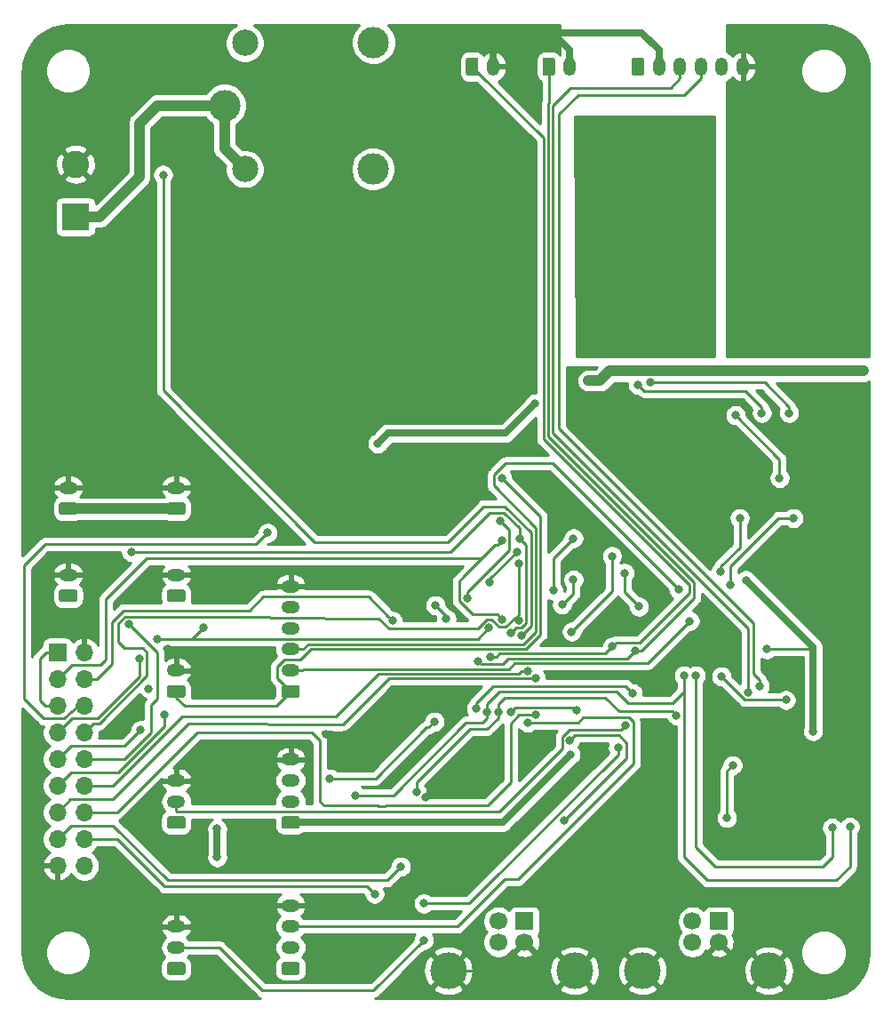
<source format=gbl>
G04 #@! TF.GenerationSoftware,KiCad,Pcbnew,(5.1.5)-3*
G04 #@! TF.CreationDate,2020-05-29T16:30:41+07:00*
G04 #@! TF.ProjectId,LIBV,4c494256-2e6b-4696-9361-645f70636258,rev?*
G04 #@! TF.SameCoordinates,PX6b93100PY86f1e60*
G04 #@! TF.FileFunction,Copper,L2,Bot*
G04 #@! TF.FilePolarity,Positive*
%FSLAX46Y46*%
G04 Gerber Fmt 4.6, Leading zero omitted, Abs format (unit mm)*
G04 Created by KiCad (PCBNEW (5.1.5)-3) date 2020-05-29 16:30:41*
%MOMM*%
%LPD*%
G04 APERTURE LIST*
%ADD10O,1.700000X1.700000*%
%ADD11R,1.700000X1.700000*%
%ADD12C,0.100000*%
%ADD13O,1.200000X1.750000*%
%ADD14C,1.700000*%
%ADD15C,3.500000*%
%ADD16C,2.500000*%
%ADD17C,3.000000*%
%ADD18O,1.750000X1.200000*%
%ADD19R,2.600000X2.600000*%
%ADD20C,2.600000*%
%ADD21C,0.800000*%
%ADD22C,0.250000*%
%ADD23C,0.700000*%
%ADD24C,1.000000*%
%ADD25C,0.254000*%
G04 APERTURE END LIST*
D10*
X6540000Y13280000D03*
X4000000Y13280000D03*
X6540000Y15820000D03*
X4000000Y15820000D03*
X6540000Y18360000D03*
X4000000Y18360000D03*
X6540000Y20900000D03*
X4000000Y20900000D03*
X6540000Y23440000D03*
X4000000Y23440000D03*
X6540000Y25980000D03*
X4000000Y25980000D03*
X6540000Y28520000D03*
X4000000Y28520000D03*
X6540000Y31060000D03*
X4000000Y31060000D03*
X6540000Y33600000D03*
D11*
X4000000Y33600000D03*
G04 #@! TA.AperFunction,ComponentPad*
D12*
G36*
X43874505Y90273796D02*
G01*
X43898773Y90270196D01*
X43922572Y90264235D01*
X43945671Y90255970D01*
X43967850Y90245480D01*
X43988893Y90232868D01*
X44008599Y90218253D01*
X44026777Y90201777D01*
X44043253Y90183599D01*
X44057868Y90163893D01*
X44070480Y90142850D01*
X44080970Y90120671D01*
X44089235Y90097572D01*
X44095196Y90073773D01*
X44098796Y90049505D01*
X44100000Y90025001D01*
X44100000Y88774999D01*
X44098796Y88750495D01*
X44095196Y88726227D01*
X44089235Y88702428D01*
X44080970Y88679329D01*
X44070480Y88657150D01*
X44057868Y88636107D01*
X44043253Y88616401D01*
X44026777Y88598223D01*
X44008599Y88581747D01*
X43988893Y88567132D01*
X43967850Y88554520D01*
X43945671Y88544030D01*
X43922572Y88535765D01*
X43898773Y88529804D01*
X43874505Y88526204D01*
X43850001Y88525000D01*
X43149999Y88525000D01*
X43125495Y88526204D01*
X43101227Y88529804D01*
X43077428Y88535765D01*
X43054329Y88544030D01*
X43032150Y88554520D01*
X43011107Y88567132D01*
X42991401Y88581747D01*
X42973223Y88598223D01*
X42956747Y88616401D01*
X42942132Y88636107D01*
X42929520Y88657150D01*
X42919030Y88679329D01*
X42910765Y88702428D01*
X42904804Y88726227D01*
X42901204Y88750495D01*
X42900000Y88774999D01*
X42900000Y90025001D01*
X42901204Y90049505D01*
X42904804Y90073773D01*
X42910765Y90097572D01*
X42919030Y90120671D01*
X42929520Y90142850D01*
X42942132Y90163893D01*
X42956747Y90183599D01*
X42973223Y90201777D01*
X42991401Y90218253D01*
X43011107Y90232868D01*
X43032150Y90245480D01*
X43054329Y90255970D01*
X43077428Y90264235D01*
X43101227Y90270196D01*
X43125495Y90273796D01*
X43149999Y90275000D01*
X43850001Y90275000D01*
X43874505Y90273796D01*
G37*
G04 #@! TD.AperFunction*
D13*
X45500000Y89400000D03*
D11*
X67000000Y8000000D03*
D14*
X64500000Y8000000D03*
X64500000Y6000000D03*
X67000000Y6000000D03*
D15*
X71770000Y3290000D03*
X59730000Y3290000D03*
D11*
X48500000Y8000000D03*
D14*
X46000000Y8000000D03*
X46000000Y6000000D03*
X48500000Y6000000D03*
D15*
X53270000Y3290000D03*
X41230000Y3290000D03*
D16*
X21850000Y79650000D03*
D17*
X34050000Y79650000D03*
X34100000Y91700000D03*
D16*
X21850000Y91650000D03*
D17*
X19900000Y85700000D03*
G04 #@! TA.AperFunction,ComponentPad*
D12*
G36*
X59674505Y90273796D02*
G01*
X59698773Y90270196D01*
X59722572Y90264235D01*
X59745671Y90255970D01*
X59767850Y90245480D01*
X59788893Y90232868D01*
X59808599Y90218253D01*
X59826777Y90201777D01*
X59843253Y90183599D01*
X59857868Y90163893D01*
X59870480Y90142850D01*
X59880970Y90120671D01*
X59889235Y90097572D01*
X59895196Y90073773D01*
X59898796Y90049505D01*
X59900000Y90025001D01*
X59900000Y88774999D01*
X59898796Y88750495D01*
X59895196Y88726227D01*
X59889235Y88702428D01*
X59880970Y88679329D01*
X59870480Y88657150D01*
X59857868Y88636107D01*
X59843253Y88616401D01*
X59826777Y88598223D01*
X59808599Y88581747D01*
X59788893Y88567132D01*
X59767850Y88554520D01*
X59745671Y88544030D01*
X59722572Y88535765D01*
X59698773Y88529804D01*
X59674505Y88526204D01*
X59650001Y88525000D01*
X58949999Y88525000D01*
X58925495Y88526204D01*
X58901227Y88529804D01*
X58877428Y88535765D01*
X58854329Y88544030D01*
X58832150Y88554520D01*
X58811107Y88567132D01*
X58791401Y88581747D01*
X58773223Y88598223D01*
X58756747Y88616401D01*
X58742132Y88636107D01*
X58729520Y88657150D01*
X58719030Y88679329D01*
X58710765Y88702428D01*
X58704804Y88726227D01*
X58701204Y88750495D01*
X58700000Y88774999D01*
X58700000Y90025001D01*
X58701204Y90049505D01*
X58704804Y90073773D01*
X58710765Y90097572D01*
X58719030Y90120671D01*
X58729520Y90142850D01*
X58742132Y90163893D01*
X58756747Y90183599D01*
X58773223Y90201777D01*
X58791401Y90218253D01*
X58811107Y90232868D01*
X58832150Y90245480D01*
X58854329Y90255970D01*
X58877428Y90264235D01*
X58901227Y90270196D01*
X58925495Y90273796D01*
X58949999Y90275000D01*
X59650001Y90275000D01*
X59674505Y90273796D01*
G37*
G04 #@! TD.AperFunction*
D13*
X61300000Y89400000D03*
X63300000Y89400000D03*
X65300000Y89400000D03*
X67300000Y89400000D03*
X69300000Y89400000D03*
G04 #@! TA.AperFunction,ComponentPad*
D12*
G36*
X51174505Y90273796D02*
G01*
X51198773Y90270196D01*
X51222572Y90264235D01*
X51245671Y90255970D01*
X51267850Y90245480D01*
X51288893Y90232868D01*
X51308599Y90218253D01*
X51326777Y90201777D01*
X51343253Y90183599D01*
X51357868Y90163893D01*
X51370480Y90142850D01*
X51380970Y90120671D01*
X51389235Y90097572D01*
X51395196Y90073773D01*
X51398796Y90049505D01*
X51400000Y90025001D01*
X51400000Y88774999D01*
X51398796Y88750495D01*
X51395196Y88726227D01*
X51389235Y88702428D01*
X51380970Y88679329D01*
X51370480Y88657150D01*
X51357868Y88636107D01*
X51343253Y88616401D01*
X51326777Y88598223D01*
X51308599Y88581747D01*
X51288893Y88567132D01*
X51267850Y88554520D01*
X51245671Y88544030D01*
X51222572Y88535765D01*
X51198773Y88529804D01*
X51174505Y88526204D01*
X51150001Y88525000D01*
X50449999Y88525000D01*
X50425495Y88526204D01*
X50401227Y88529804D01*
X50377428Y88535765D01*
X50354329Y88544030D01*
X50332150Y88554520D01*
X50311107Y88567132D01*
X50291401Y88581747D01*
X50273223Y88598223D01*
X50256747Y88616401D01*
X50242132Y88636107D01*
X50229520Y88657150D01*
X50219030Y88679329D01*
X50210765Y88702428D01*
X50204804Y88726227D01*
X50201204Y88750495D01*
X50200000Y88774999D01*
X50200000Y90025001D01*
X50201204Y90049505D01*
X50204804Y90073773D01*
X50210765Y90097572D01*
X50219030Y90120671D01*
X50229520Y90142850D01*
X50242132Y90163893D01*
X50256747Y90183599D01*
X50273223Y90201777D01*
X50291401Y90218253D01*
X50311107Y90232868D01*
X50332150Y90245480D01*
X50354329Y90255970D01*
X50377428Y90264235D01*
X50401227Y90270196D01*
X50425495Y90273796D01*
X50449999Y90275000D01*
X51150001Y90275000D01*
X51174505Y90273796D01*
G37*
G04 #@! TD.AperFunction*
D13*
X52800000Y89400000D03*
G04 #@! TA.AperFunction,ComponentPad*
D12*
G36*
X15949505Y4098796D02*
G01*
X15973773Y4095196D01*
X15997572Y4089235D01*
X16020671Y4080970D01*
X16042850Y4070480D01*
X16063893Y4057868D01*
X16083599Y4043253D01*
X16101777Y4026777D01*
X16118253Y4008599D01*
X16132868Y3988893D01*
X16145480Y3967850D01*
X16155970Y3945671D01*
X16164235Y3922572D01*
X16170196Y3898773D01*
X16173796Y3874505D01*
X16175000Y3850001D01*
X16175000Y3149999D01*
X16173796Y3125495D01*
X16170196Y3101227D01*
X16164235Y3077428D01*
X16155970Y3054329D01*
X16145480Y3032150D01*
X16132868Y3011107D01*
X16118253Y2991401D01*
X16101777Y2973223D01*
X16083599Y2956747D01*
X16063893Y2942132D01*
X16042850Y2929520D01*
X16020671Y2919030D01*
X15997572Y2910765D01*
X15973773Y2904804D01*
X15949505Y2901204D01*
X15925001Y2900000D01*
X14674999Y2900000D01*
X14650495Y2901204D01*
X14626227Y2904804D01*
X14602428Y2910765D01*
X14579329Y2919030D01*
X14557150Y2929520D01*
X14536107Y2942132D01*
X14516401Y2956747D01*
X14498223Y2973223D01*
X14481747Y2991401D01*
X14467132Y3011107D01*
X14454520Y3032150D01*
X14444030Y3054329D01*
X14435765Y3077428D01*
X14429804Y3101227D01*
X14426204Y3125495D01*
X14425000Y3149999D01*
X14425000Y3850001D01*
X14426204Y3874505D01*
X14429804Y3898773D01*
X14435765Y3922572D01*
X14444030Y3945671D01*
X14454520Y3967850D01*
X14467132Y3988893D01*
X14481747Y4008599D01*
X14498223Y4026777D01*
X14516401Y4043253D01*
X14536107Y4057868D01*
X14557150Y4070480D01*
X14579329Y4080970D01*
X14602428Y4089235D01*
X14626227Y4095196D01*
X14650495Y4098796D01*
X14674999Y4100000D01*
X15925001Y4100000D01*
X15949505Y4098796D01*
G37*
G04 #@! TD.AperFunction*
D18*
X15300000Y5500000D03*
X15300000Y7500000D03*
G04 #@! TA.AperFunction,ComponentPad*
D12*
G36*
X15949505Y17998796D02*
G01*
X15973773Y17995196D01*
X15997572Y17989235D01*
X16020671Y17980970D01*
X16042850Y17970480D01*
X16063893Y17957868D01*
X16083599Y17943253D01*
X16101777Y17926777D01*
X16118253Y17908599D01*
X16132868Y17888893D01*
X16145480Y17867850D01*
X16155970Y17845671D01*
X16164235Y17822572D01*
X16170196Y17798773D01*
X16173796Y17774505D01*
X16175000Y17750001D01*
X16175000Y17049999D01*
X16173796Y17025495D01*
X16170196Y17001227D01*
X16164235Y16977428D01*
X16155970Y16954329D01*
X16145480Y16932150D01*
X16132868Y16911107D01*
X16118253Y16891401D01*
X16101777Y16873223D01*
X16083599Y16856747D01*
X16063893Y16842132D01*
X16042850Y16829520D01*
X16020671Y16819030D01*
X15997572Y16810765D01*
X15973773Y16804804D01*
X15949505Y16801204D01*
X15925001Y16800000D01*
X14674999Y16800000D01*
X14650495Y16801204D01*
X14626227Y16804804D01*
X14602428Y16810765D01*
X14579329Y16819030D01*
X14557150Y16829520D01*
X14536107Y16842132D01*
X14516401Y16856747D01*
X14498223Y16873223D01*
X14481747Y16891401D01*
X14467132Y16911107D01*
X14454520Y16932150D01*
X14444030Y16954329D01*
X14435765Y16977428D01*
X14429804Y17001227D01*
X14426204Y17025495D01*
X14425000Y17049999D01*
X14425000Y17750001D01*
X14426204Y17774505D01*
X14429804Y17798773D01*
X14435765Y17822572D01*
X14444030Y17845671D01*
X14454520Y17867850D01*
X14467132Y17888893D01*
X14481747Y17908599D01*
X14498223Y17926777D01*
X14516401Y17943253D01*
X14536107Y17957868D01*
X14557150Y17970480D01*
X14579329Y17980970D01*
X14602428Y17989235D01*
X14626227Y17995196D01*
X14650495Y17998796D01*
X14674999Y18000000D01*
X15925001Y18000000D01*
X15949505Y17998796D01*
G37*
G04 #@! TD.AperFunction*
D18*
X15300000Y19400000D03*
X15300000Y21400000D03*
G04 #@! TA.AperFunction,ComponentPad*
D12*
G36*
X26849505Y17998796D02*
G01*
X26873773Y17995196D01*
X26897572Y17989235D01*
X26920671Y17980970D01*
X26942850Y17970480D01*
X26963893Y17957868D01*
X26983599Y17943253D01*
X27001777Y17926777D01*
X27018253Y17908599D01*
X27032868Y17888893D01*
X27045480Y17867850D01*
X27055970Y17845671D01*
X27064235Y17822572D01*
X27070196Y17798773D01*
X27073796Y17774505D01*
X27075000Y17750001D01*
X27075000Y17049999D01*
X27073796Y17025495D01*
X27070196Y17001227D01*
X27064235Y16977428D01*
X27055970Y16954329D01*
X27045480Y16932150D01*
X27032868Y16911107D01*
X27018253Y16891401D01*
X27001777Y16873223D01*
X26983599Y16856747D01*
X26963893Y16842132D01*
X26942850Y16829520D01*
X26920671Y16819030D01*
X26897572Y16810765D01*
X26873773Y16804804D01*
X26849505Y16801204D01*
X26825001Y16800000D01*
X25574999Y16800000D01*
X25550495Y16801204D01*
X25526227Y16804804D01*
X25502428Y16810765D01*
X25479329Y16819030D01*
X25457150Y16829520D01*
X25436107Y16842132D01*
X25416401Y16856747D01*
X25398223Y16873223D01*
X25381747Y16891401D01*
X25367132Y16911107D01*
X25354520Y16932150D01*
X25344030Y16954329D01*
X25335765Y16977428D01*
X25329804Y17001227D01*
X25326204Y17025495D01*
X25325000Y17049999D01*
X25325000Y17750001D01*
X25326204Y17774505D01*
X25329804Y17798773D01*
X25335765Y17822572D01*
X25344030Y17845671D01*
X25354520Y17867850D01*
X25367132Y17888893D01*
X25381747Y17908599D01*
X25398223Y17926777D01*
X25416401Y17943253D01*
X25436107Y17957868D01*
X25457150Y17970480D01*
X25479329Y17980970D01*
X25502428Y17989235D01*
X25526227Y17995196D01*
X25550495Y17998796D01*
X25574999Y18000000D01*
X26825001Y18000000D01*
X26849505Y17998796D01*
G37*
G04 #@! TD.AperFunction*
D18*
X26200000Y19400000D03*
X26200000Y21400000D03*
X26200000Y23400000D03*
G04 #@! TA.AperFunction,ComponentPad*
D12*
G36*
X5649505Y47898796D02*
G01*
X5673773Y47895196D01*
X5697572Y47889235D01*
X5720671Y47880970D01*
X5742850Y47870480D01*
X5763893Y47857868D01*
X5783599Y47843253D01*
X5801777Y47826777D01*
X5818253Y47808599D01*
X5832868Y47788893D01*
X5845480Y47767850D01*
X5855970Y47745671D01*
X5864235Y47722572D01*
X5870196Y47698773D01*
X5873796Y47674505D01*
X5875000Y47650001D01*
X5875000Y46949999D01*
X5873796Y46925495D01*
X5870196Y46901227D01*
X5864235Y46877428D01*
X5855970Y46854329D01*
X5845480Y46832150D01*
X5832868Y46811107D01*
X5818253Y46791401D01*
X5801777Y46773223D01*
X5783599Y46756747D01*
X5763893Y46742132D01*
X5742850Y46729520D01*
X5720671Y46719030D01*
X5697572Y46710765D01*
X5673773Y46704804D01*
X5649505Y46701204D01*
X5625001Y46700000D01*
X4374999Y46700000D01*
X4350495Y46701204D01*
X4326227Y46704804D01*
X4302428Y46710765D01*
X4279329Y46719030D01*
X4257150Y46729520D01*
X4236107Y46742132D01*
X4216401Y46756747D01*
X4198223Y46773223D01*
X4181747Y46791401D01*
X4167132Y46811107D01*
X4154520Y46832150D01*
X4144030Y46854329D01*
X4135765Y46877428D01*
X4129804Y46901227D01*
X4126204Y46925495D01*
X4125000Y46949999D01*
X4125000Y47650001D01*
X4126204Y47674505D01*
X4129804Y47698773D01*
X4135765Y47722572D01*
X4144030Y47745671D01*
X4154520Y47767850D01*
X4167132Y47788893D01*
X4181747Y47808599D01*
X4198223Y47826777D01*
X4216401Y47843253D01*
X4236107Y47857868D01*
X4257150Y47870480D01*
X4279329Y47880970D01*
X4302428Y47889235D01*
X4326227Y47895196D01*
X4350495Y47898796D01*
X4374999Y47900000D01*
X5625001Y47900000D01*
X5649505Y47898796D01*
G37*
G04 #@! TD.AperFunction*
D18*
X5000000Y49300000D03*
G04 #@! TA.AperFunction,ComponentPad*
D12*
G36*
X15949505Y39598796D02*
G01*
X15973773Y39595196D01*
X15997572Y39589235D01*
X16020671Y39580970D01*
X16042850Y39570480D01*
X16063893Y39557868D01*
X16083599Y39543253D01*
X16101777Y39526777D01*
X16118253Y39508599D01*
X16132868Y39488893D01*
X16145480Y39467850D01*
X16155970Y39445671D01*
X16164235Y39422572D01*
X16170196Y39398773D01*
X16173796Y39374505D01*
X16175000Y39350001D01*
X16175000Y38649999D01*
X16173796Y38625495D01*
X16170196Y38601227D01*
X16164235Y38577428D01*
X16155970Y38554329D01*
X16145480Y38532150D01*
X16132868Y38511107D01*
X16118253Y38491401D01*
X16101777Y38473223D01*
X16083599Y38456747D01*
X16063893Y38442132D01*
X16042850Y38429520D01*
X16020671Y38419030D01*
X15997572Y38410765D01*
X15973773Y38404804D01*
X15949505Y38401204D01*
X15925001Y38400000D01*
X14674999Y38400000D01*
X14650495Y38401204D01*
X14626227Y38404804D01*
X14602428Y38410765D01*
X14579329Y38419030D01*
X14557150Y38429520D01*
X14536107Y38442132D01*
X14516401Y38456747D01*
X14498223Y38473223D01*
X14481747Y38491401D01*
X14467132Y38511107D01*
X14454520Y38532150D01*
X14444030Y38554329D01*
X14435765Y38577428D01*
X14429804Y38601227D01*
X14426204Y38625495D01*
X14425000Y38649999D01*
X14425000Y39350001D01*
X14426204Y39374505D01*
X14429804Y39398773D01*
X14435765Y39422572D01*
X14444030Y39445671D01*
X14454520Y39467850D01*
X14467132Y39488893D01*
X14481747Y39508599D01*
X14498223Y39526777D01*
X14516401Y39543253D01*
X14536107Y39557868D01*
X14557150Y39570480D01*
X14579329Y39580970D01*
X14602428Y39589235D01*
X14626227Y39595196D01*
X14650495Y39598796D01*
X14674999Y39600000D01*
X15925001Y39600000D01*
X15949505Y39598796D01*
G37*
G04 #@! TD.AperFunction*
D18*
X15300000Y41000000D03*
G04 #@! TA.AperFunction,ComponentPad*
D12*
G36*
X26849505Y30498796D02*
G01*
X26873773Y30495196D01*
X26897572Y30489235D01*
X26920671Y30480970D01*
X26942850Y30470480D01*
X26963893Y30457868D01*
X26983599Y30443253D01*
X27001777Y30426777D01*
X27018253Y30408599D01*
X27032868Y30388893D01*
X27045480Y30367850D01*
X27055970Y30345671D01*
X27064235Y30322572D01*
X27070196Y30298773D01*
X27073796Y30274505D01*
X27075000Y30250001D01*
X27075000Y29549999D01*
X27073796Y29525495D01*
X27070196Y29501227D01*
X27064235Y29477428D01*
X27055970Y29454329D01*
X27045480Y29432150D01*
X27032868Y29411107D01*
X27018253Y29391401D01*
X27001777Y29373223D01*
X26983599Y29356747D01*
X26963893Y29342132D01*
X26942850Y29329520D01*
X26920671Y29319030D01*
X26897572Y29310765D01*
X26873773Y29304804D01*
X26849505Y29301204D01*
X26825001Y29300000D01*
X25574999Y29300000D01*
X25550495Y29301204D01*
X25526227Y29304804D01*
X25502428Y29310765D01*
X25479329Y29319030D01*
X25457150Y29329520D01*
X25436107Y29342132D01*
X25416401Y29356747D01*
X25398223Y29373223D01*
X25381747Y29391401D01*
X25367132Y29411107D01*
X25354520Y29432150D01*
X25344030Y29454329D01*
X25335765Y29477428D01*
X25329804Y29501227D01*
X25326204Y29525495D01*
X25325000Y29549999D01*
X25325000Y30250001D01*
X25326204Y30274505D01*
X25329804Y30298773D01*
X25335765Y30322572D01*
X25344030Y30345671D01*
X25354520Y30367850D01*
X25367132Y30388893D01*
X25381747Y30408599D01*
X25398223Y30426777D01*
X25416401Y30443253D01*
X25436107Y30457868D01*
X25457150Y30470480D01*
X25479329Y30480970D01*
X25502428Y30489235D01*
X25526227Y30495196D01*
X25550495Y30498796D01*
X25574999Y30500000D01*
X26825001Y30500000D01*
X26849505Y30498796D01*
G37*
G04 #@! TD.AperFunction*
D18*
X26200000Y31900000D03*
X26200000Y33900000D03*
X26200000Y35900000D03*
X26200000Y37900000D03*
X26200000Y39900000D03*
G04 #@! TA.AperFunction,ComponentPad*
D12*
G36*
X26849505Y4098796D02*
G01*
X26873773Y4095196D01*
X26897572Y4089235D01*
X26920671Y4080970D01*
X26942850Y4070480D01*
X26963893Y4057868D01*
X26983599Y4043253D01*
X27001777Y4026777D01*
X27018253Y4008599D01*
X27032868Y3988893D01*
X27045480Y3967850D01*
X27055970Y3945671D01*
X27064235Y3922572D01*
X27070196Y3898773D01*
X27073796Y3874505D01*
X27075000Y3850001D01*
X27075000Y3149999D01*
X27073796Y3125495D01*
X27070196Y3101227D01*
X27064235Y3077428D01*
X27055970Y3054329D01*
X27045480Y3032150D01*
X27032868Y3011107D01*
X27018253Y2991401D01*
X27001777Y2973223D01*
X26983599Y2956747D01*
X26963893Y2942132D01*
X26942850Y2929520D01*
X26920671Y2919030D01*
X26897572Y2910765D01*
X26873773Y2904804D01*
X26849505Y2901204D01*
X26825001Y2900000D01*
X25574999Y2900000D01*
X25550495Y2901204D01*
X25526227Y2904804D01*
X25502428Y2910765D01*
X25479329Y2919030D01*
X25457150Y2929520D01*
X25436107Y2942132D01*
X25416401Y2956747D01*
X25398223Y2973223D01*
X25381747Y2991401D01*
X25367132Y3011107D01*
X25354520Y3032150D01*
X25344030Y3054329D01*
X25335765Y3077428D01*
X25329804Y3101227D01*
X25326204Y3125495D01*
X25325000Y3149999D01*
X25325000Y3850001D01*
X25326204Y3874505D01*
X25329804Y3898773D01*
X25335765Y3922572D01*
X25344030Y3945671D01*
X25354520Y3967850D01*
X25367132Y3988893D01*
X25381747Y4008599D01*
X25398223Y4026777D01*
X25416401Y4043253D01*
X25436107Y4057868D01*
X25457150Y4070480D01*
X25479329Y4080970D01*
X25502428Y4089235D01*
X25526227Y4095196D01*
X25550495Y4098796D01*
X25574999Y4100000D01*
X26825001Y4100000D01*
X26849505Y4098796D01*
G37*
G04 #@! TD.AperFunction*
D18*
X26200000Y5500000D03*
X26200000Y7500000D03*
X26200000Y9500000D03*
G04 #@! TA.AperFunction,ComponentPad*
D12*
G36*
X15949505Y47898796D02*
G01*
X15973773Y47895196D01*
X15997572Y47889235D01*
X16020671Y47880970D01*
X16042850Y47870480D01*
X16063893Y47857868D01*
X16083599Y47843253D01*
X16101777Y47826777D01*
X16118253Y47808599D01*
X16132868Y47788893D01*
X16145480Y47767850D01*
X16155970Y47745671D01*
X16164235Y47722572D01*
X16170196Y47698773D01*
X16173796Y47674505D01*
X16175000Y47650001D01*
X16175000Y46949999D01*
X16173796Y46925495D01*
X16170196Y46901227D01*
X16164235Y46877428D01*
X16155970Y46854329D01*
X16145480Y46832150D01*
X16132868Y46811107D01*
X16118253Y46791401D01*
X16101777Y46773223D01*
X16083599Y46756747D01*
X16063893Y46742132D01*
X16042850Y46729520D01*
X16020671Y46719030D01*
X15997572Y46710765D01*
X15973773Y46704804D01*
X15949505Y46701204D01*
X15925001Y46700000D01*
X14674999Y46700000D01*
X14650495Y46701204D01*
X14626227Y46704804D01*
X14602428Y46710765D01*
X14579329Y46719030D01*
X14557150Y46729520D01*
X14536107Y46742132D01*
X14516401Y46756747D01*
X14498223Y46773223D01*
X14481747Y46791401D01*
X14467132Y46811107D01*
X14454520Y46832150D01*
X14444030Y46854329D01*
X14435765Y46877428D01*
X14429804Y46901227D01*
X14426204Y46925495D01*
X14425000Y46949999D01*
X14425000Y47650001D01*
X14426204Y47674505D01*
X14429804Y47698773D01*
X14435765Y47722572D01*
X14444030Y47745671D01*
X14454520Y47767850D01*
X14467132Y47788893D01*
X14481747Y47808599D01*
X14498223Y47826777D01*
X14516401Y47843253D01*
X14536107Y47857868D01*
X14557150Y47870480D01*
X14579329Y47880970D01*
X14602428Y47889235D01*
X14626227Y47895196D01*
X14650495Y47898796D01*
X14674999Y47900000D01*
X15925001Y47900000D01*
X15949505Y47898796D01*
G37*
G04 #@! TD.AperFunction*
D18*
X15300000Y49300000D03*
G04 #@! TA.AperFunction,ComponentPad*
D12*
G36*
X5649505Y39598796D02*
G01*
X5673773Y39595196D01*
X5697572Y39589235D01*
X5720671Y39580970D01*
X5742850Y39570480D01*
X5763893Y39557868D01*
X5783599Y39543253D01*
X5801777Y39526777D01*
X5818253Y39508599D01*
X5832868Y39488893D01*
X5845480Y39467850D01*
X5855970Y39445671D01*
X5864235Y39422572D01*
X5870196Y39398773D01*
X5873796Y39374505D01*
X5875000Y39350001D01*
X5875000Y38649999D01*
X5873796Y38625495D01*
X5870196Y38601227D01*
X5864235Y38577428D01*
X5855970Y38554329D01*
X5845480Y38532150D01*
X5832868Y38511107D01*
X5818253Y38491401D01*
X5801777Y38473223D01*
X5783599Y38456747D01*
X5763893Y38442132D01*
X5742850Y38429520D01*
X5720671Y38419030D01*
X5697572Y38410765D01*
X5673773Y38404804D01*
X5649505Y38401204D01*
X5625001Y38400000D01*
X4374999Y38400000D01*
X4350495Y38401204D01*
X4326227Y38404804D01*
X4302428Y38410765D01*
X4279329Y38419030D01*
X4257150Y38429520D01*
X4236107Y38442132D01*
X4216401Y38456747D01*
X4198223Y38473223D01*
X4181747Y38491401D01*
X4167132Y38511107D01*
X4154520Y38532150D01*
X4144030Y38554329D01*
X4135765Y38577428D01*
X4129804Y38601227D01*
X4126204Y38625495D01*
X4125000Y38649999D01*
X4125000Y39350001D01*
X4126204Y39374505D01*
X4129804Y39398773D01*
X4135765Y39422572D01*
X4144030Y39445671D01*
X4154520Y39467850D01*
X4167132Y39488893D01*
X4181747Y39508599D01*
X4198223Y39526777D01*
X4216401Y39543253D01*
X4236107Y39557868D01*
X4257150Y39570480D01*
X4279329Y39580970D01*
X4302428Y39589235D01*
X4326227Y39595196D01*
X4350495Y39598796D01*
X4374999Y39600000D01*
X5625001Y39600000D01*
X5649505Y39598796D01*
G37*
G04 #@! TD.AperFunction*
D18*
X5000000Y41000000D03*
G04 #@! TA.AperFunction,ComponentPad*
D12*
G36*
X15949505Y30498796D02*
G01*
X15973773Y30495196D01*
X15997572Y30489235D01*
X16020671Y30480970D01*
X16042850Y30470480D01*
X16063893Y30457868D01*
X16083599Y30443253D01*
X16101777Y30426777D01*
X16118253Y30408599D01*
X16132868Y30388893D01*
X16145480Y30367850D01*
X16155970Y30345671D01*
X16164235Y30322572D01*
X16170196Y30298773D01*
X16173796Y30274505D01*
X16175000Y30250001D01*
X16175000Y29549999D01*
X16173796Y29525495D01*
X16170196Y29501227D01*
X16164235Y29477428D01*
X16155970Y29454329D01*
X16145480Y29432150D01*
X16132868Y29411107D01*
X16118253Y29391401D01*
X16101777Y29373223D01*
X16083599Y29356747D01*
X16063893Y29342132D01*
X16042850Y29329520D01*
X16020671Y29319030D01*
X15997572Y29310765D01*
X15973773Y29304804D01*
X15949505Y29301204D01*
X15925001Y29300000D01*
X14674999Y29300000D01*
X14650495Y29301204D01*
X14626227Y29304804D01*
X14602428Y29310765D01*
X14579329Y29319030D01*
X14557150Y29329520D01*
X14536107Y29342132D01*
X14516401Y29356747D01*
X14498223Y29373223D01*
X14481747Y29391401D01*
X14467132Y29411107D01*
X14454520Y29432150D01*
X14444030Y29454329D01*
X14435765Y29477428D01*
X14429804Y29501227D01*
X14426204Y29525495D01*
X14425000Y29549999D01*
X14425000Y30250001D01*
X14426204Y30274505D01*
X14429804Y30298773D01*
X14435765Y30322572D01*
X14444030Y30345671D01*
X14454520Y30367850D01*
X14467132Y30388893D01*
X14481747Y30408599D01*
X14498223Y30426777D01*
X14516401Y30443253D01*
X14536107Y30457868D01*
X14557150Y30470480D01*
X14579329Y30480970D01*
X14602428Y30489235D01*
X14626227Y30495196D01*
X14650495Y30498796D01*
X14674999Y30500000D01*
X15925001Y30500000D01*
X15949505Y30498796D01*
G37*
G04 #@! TD.AperFunction*
D18*
X15300000Y31900000D03*
D19*
X5700000Y75100000D03*
D20*
X5700000Y80100000D03*
D21*
X39100000Y19800000D03*
X14500000Y33900000D03*
X39357500Y39790600D03*
X53000000Y37300000D03*
X61200000Y39000000D03*
X57200000Y35900000D03*
X62700000Y54500000D03*
X53000000Y56700000D03*
X40000000Y29000000D03*
X11900000Y28700000D03*
X58800000Y55300000D03*
X48400000Y22900000D03*
X43400000Y78600000D03*
X29600000Y25800000D03*
X64700000Y60400000D03*
X80800000Y60400000D03*
X54600000Y59500000D03*
X19200000Y16800000D03*
X19200000Y14100000D03*
X49500000Y57300000D03*
X69600000Y40500000D03*
X76000000Y26100000D03*
X71600000Y33900000D03*
X68600000Y56200000D03*
X72800000Y50200000D03*
X34500000Y53500000D03*
X56821900Y42776900D03*
X52987300Y35588400D03*
X52869300Y23863600D03*
X46336800Y50225700D03*
X47181100Y27927500D03*
X53494000Y28089000D03*
X52075300Y38152600D03*
X53144400Y40541900D03*
X67250500Y31315900D03*
X73400000Y29080900D03*
X52300000Y17600000D03*
X52800000Y25200000D03*
X68320700Y22851400D03*
X67786100Y17833600D03*
X63700000Y31400000D03*
X79500000Y17000000D03*
X44900000Y27900000D03*
X34200000Y10600000D03*
X32400000Y20000000D03*
X36700000Y13200000D03*
X64800000Y31400000D03*
X77800000Y16900000D03*
X46000000Y27900000D03*
X62974990Y27597468D03*
X38200000Y20300000D03*
X49550100Y27648600D03*
X49544000Y31125010D03*
X48811710Y31850020D03*
X12682000Y30160800D03*
X47800000Y43200000D03*
X45200000Y40300000D03*
X14200000Y27700000D03*
X48018200Y44467400D03*
X47186300Y35462800D03*
X10810576Y36299992D03*
X11000000Y43174990D03*
X51219900Y39523400D03*
X53150700Y44466200D03*
X11900000Y26200000D03*
X47924400Y42082700D03*
X47926800Y36673400D03*
X45117300Y35939300D03*
X17900000Y36000000D03*
X13500000Y34900000D03*
X11793195Y33008343D03*
X46362200Y36746000D03*
X46307761Y44282441D03*
X48798800Y26923300D03*
X59402700Y37962400D03*
X58010200Y41159900D03*
X63200000Y39575400D03*
X64240400Y36590800D03*
X29900800Y21599200D03*
X39900000Y27000000D03*
X58104500Y26647500D03*
X43900000Y28247800D03*
X58800000Y29700000D03*
X57400000Y24500000D03*
X38900000Y6200000D03*
X38900000Y9700000D03*
X44075000Y32785100D03*
X59048900Y33752100D03*
X56855600Y34154100D03*
X45232600Y33207700D03*
X79925000Y71075000D03*
X78925000Y83075000D03*
X74925000Y83075000D03*
X70925000Y83075000D03*
X68300000Y84100000D03*
X69924999Y92075001D03*
X69924999Y86075001D03*
X69924999Y64075001D03*
X71924999Y90075001D03*
X72924999Y87075001D03*
X72924999Y83075001D03*
X73924999Y92075001D03*
X74924999Y85075001D03*
X76924999Y83075001D03*
X78924999Y86075001D03*
X79924999Y89075001D03*
X79924999Y69075001D03*
X70900000Y30400000D03*
X69803700Y29812300D03*
X62925000Y83075000D03*
X58925000Y83075000D03*
X54925000Y83075000D03*
X56924999Y83075001D03*
X60924999Y83075001D03*
X64924999Y83075001D03*
X43019800Y38796300D03*
X46146934Y46172254D03*
X48215400Y35222600D03*
X14057400Y79103100D03*
X41038900Y36795100D03*
X39999700Y38100200D03*
X69000000Y46400000D03*
X67200000Y41300000D03*
X68100000Y40000000D03*
X74100000Y46400000D03*
X59300000Y59100000D03*
X71100000Y56400000D03*
X60500000Y59300000D03*
X73700000Y56400000D03*
X24000000Y45000000D03*
X35925000Y36613000D03*
D22*
X26200000Y39900000D02*
X39248100Y39900000D01*
X39248100Y39900000D02*
X39357500Y39790600D01*
X48500000Y6000000D02*
X45790000Y3290000D01*
X45790000Y3290000D02*
X41230000Y3290000D01*
X26200000Y9500000D02*
X26200000Y9132600D01*
D23*
X61300000Y90975000D02*
X59675000Y92600000D01*
X61300000Y89400000D02*
X61300000Y90975000D01*
X45500000Y90975000D02*
X45500000Y89400000D01*
X47125000Y92600000D02*
X45500000Y90975000D01*
X51175000Y92600000D02*
X49500000Y92600000D01*
X52800000Y90975000D02*
X51175000Y92600000D01*
X52800000Y89400000D02*
X52800000Y90975000D01*
X59675000Y92600000D02*
X49500000Y92600000D01*
X49500000Y92600000D02*
X47125000Y92600000D01*
D24*
X8000000Y75100000D02*
X11800000Y78900000D01*
X5700000Y75100000D02*
X8000000Y75100000D01*
X11800000Y78900000D02*
X11800000Y84000000D01*
X13500000Y85700000D02*
X19900000Y85700000D01*
X11800000Y84000000D02*
X13500000Y85700000D01*
X19900000Y81600000D02*
X21850000Y79650000D01*
X19900000Y85700000D02*
X19900000Y81600000D01*
X5000000Y47300000D02*
X15300000Y47300000D01*
X64700000Y60400000D02*
X80800000Y60400000D01*
X54600000Y59500000D02*
X55700000Y59500000D01*
X56600000Y60400000D02*
X64700000Y60400000D01*
X55700000Y59500000D02*
X56600000Y60400000D01*
D23*
X69600000Y40500000D02*
X76000000Y34100000D01*
X76000000Y34100000D02*
X76000000Y26100000D01*
D22*
X75800000Y33900000D02*
X71600000Y33900000D01*
X76000000Y34100000D02*
X75800000Y33900000D01*
X68600000Y56200000D02*
X72800000Y52000000D01*
X72800000Y52000000D02*
X72800000Y50200000D01*
D23*
X35500000Y54500000D02*
X34500000Y53500000D01*
X46700000Y54500000D02*
X35500000Y54500000D01*
X46700000Y54500000D02*
X49500000Y57300000D01*
X19200000Y16800000D02*
X19200000Y14100000D01*
D22*
X52987300Y35588400D02*
X56821900Y39423000D01*
X56821900Y39423000D02*
X56821900Y42776900D01*
D23*
X36376300Y17400000D02*
X46405700Y17400000D01*
X46405700Y17400000D02*
X52869300Y23863600D01*
X26200000Y17400000D02*
X36376300Y17400000D01*
D22*
X2797919Y28520000D02*
X2300000Y29017919D01*
X4000000Y28520000D02*
X2797919Y28520000D01*
X2900000Y33600000D02*
X4000000Y33600000D01*
X2300000Y33000000D02*
X2900000Y33600000D01*
X2300000Y29017919D02*
X2300000Y33000000D01*
X24946300Y31153700D02*
X26200000Y29900000D01*
X46336800Y50225700D02*
X50007300Y46555200D01*
X50007300Y46555200D02*
X50007300Y35317800D01*
X50007300Y35317800D02*
X48633100Y33943600D01*
X48633100Y33943600D02*
X28144100Y33943600D01*
X28144100Y33943600D02*
X27100500Y32900000D01*
X27100500Y32900000D02*
X25595100Y32900000D01*
X25595100Y32900000D02*
X24946300Y32251200D01*
X24946300Y32251200D02*
X24946300Y31153700D01*
X15300000Y29300000D02*
X16100000Y28500000D01*
X15300000Y29900000D02*
X15300000Y29300000D01*
X24800000Y28500000D02*
X26200000Y29900000D01*
X16100000Y28500000D02*
X24800000Y28500000D01*
X47181100Y27927500D02*
X47627500Y28373900D01*
X47627500Y28373900D02*
X53209100Y28373900D01*
X53209100Y28373900D02*
X53494000Y28089000D01*
X53144400Y40541900D02*
X53144300Y40541900D01*
X53144300Y40541900D02*
X53144300Y39221600D01*
X53144300Y39221600D02*
X52075300Y38152600D01*
X67250500Y31315900D02*
X69485500Y29080900D01*
X69485500Y29080900D02*
X73400000Y29080900D01*
X57500000Y25700000D02*
X53300000Y25700000D01*
X58200000Y25000000D02*
X57500000Y25700000D01*
X53300000Y25700000D02*
X52800000Y25200000D01*
X58200000Y23500000D02*
X58200000Y25000000D01*
X52300000Y17600000D02*
X58200000Y23500000D01*
X67786100Y17833600D02*
X67786100Y22316800D01*
X67786100Y22316800D02*
X68320700Y22851400D01*
X14200000Y11300000D02*
X32700000Y11300000D01*
X9680000Y15820000D02*
X14200000Y11300000D01*
X6540000Y15820000D02*
X9680000Y15820000D01*
X32700000Y11300000D02*
X33500000Y11300000D01*
X33500000Y11300000D02*
X34200000Y10600000D01*
X79500000Y16434315D02*
X79500000Y17000000D01*
X79500000Y13200000D02*
X79500000Y16434315D01*
X65900000Y11900000D02*
X78200000Y11900000D01*
X63700000Y14100000D02*
X65900000Y11900000D01*
X63700000Y31400000D02*
X63700000Y14100000D01*
X78200000Y11900000D02*
X79500000Y13200000D01*
X63700000Y31400000D02*
X63700000Y29900000D01*
X44900000Y27900000D02*
X44900000Y28700000D01*
X44900000Y28700000D02*
X46100000Y29900000D01*
X46100000Y29900000D02*
X57300000Y29900000D01*
X57300000Y29900000D02*
X58400000Y28800000D01*
X62600000Y28800000D02*
X63700000Y29900000D01*
X58400000Y28800000D02*
X62600000Y28800000D01*
X32400000Y20000000D02*
X36000000Y20000000D01*
X36000000Y20000000D02*
X42900000Y26900000D01*
X44900000Y27334315D02*
X44465685Y26900000D01*
X44465685Y26900000D02*
X42900000Y26900000D01*
X44900000Y27900000D02*
X44900000Y27334315D01*
X9300000Y17100000D02*
X14500000Y11900000D01*
X14500000Y11900000D02*
X32400000Y11900000D01*
X32400000Y11900000D02*
X35400000Y11900000D01*
X35400000Y11900000D02*
X36700000Y13200000D01*
X4000000Y15820000D02*
X5280000Y17100000D01*
X5280000Y17100000D02*
X9300000Y17100000D01*
X64800000Y31400000D02*
X64800000Y15100000D01*
X64800000Y15100000D02*
X66700000Y13200000D01*
X66700000Y13200000D02*
X76900000Y13200000D01*
X76900000Y13200000D02*
X77800000Y14100000D01*
X77800000Y14100000D02*
X77800000Y16900000D01*
X62574991Y27997467D02*
X62974990Y27597468D01*
X46000000Y27900000D02*
X46000000Y28700000D01*
X46000000Y28700000D02*
X46600000Y29300000D01*
X46600000Y29300000D02*
X56200000Y29300000D01*
X56200000Y29300000D02*
X57500000Y28000000D01*
X57500000Y28000000D02*
X61900000Y28000000D01*
X61900000Y28000000D02*
X62574991Y27997467D01*
X46000000Y27900000D02*
X46000000Y27334315D01*
X38200000Y20300000D02*
X38200000Y21200000D01*
X38200000Y21200000D02*
X43300000Y26300000D01*
X43300000Y26300000D02*
X44900000Y26300000D01*
X46000000Y27334315D02*
X44900000Y26300000D01*
X6540000Y18360000D02*
X9660000Y18360000D01*
X9660000Y18360000D02*
X17300000Y26000000D01*
X17300000Y26000000D02*
X28200000Y26000000D01*
X34526996Y19000000D02*
X34551998Y18974998D01*
X35248002Y18974998D02*
X35273004Y19000000D01*
X35273004Y19000000D02*
X45000000Y19000000D01*
X48984415Y27648600D02*
X49550100Y27648600D01*
X47928000Y27648600D02*
X48984415Y27648600D01*
X28200000Y26000000D02*
X29000000Y25200000D01*
X45000000Y19000000D02*
X47200000Y21200000D01*
X47200000Y21200000D02*
X47200000Y26800000D01*
X29400000Y19000000D02*
X34526996Y19000000D01*
X47200000Y26800000D02*
X47928000Y27648600D01*
X34551998Y18974998D02*
X35248002Y18974998D01*
X29000000Y19400000D02*
X29400000Y19000000D01*
X29000000Y25200000D02*
X29000000Y19400000D01*
X17000000Y26800000D02*
X31222300Y26780600D01*
X9300000Y19600000D02*
X16500000Y26800000D01*
X5240000Y19600000D02*
X9300000Y19600000D01*
X16500000Y26800000D02*
X17000000Y26800000D01*
X35573100Y31131400D02*
X47404900Y31131400D01*
X47404900Y31131400D02*
X47411290Y31125010D01*
X47411290Y31125010D02*
X48978315Y31125010D01*
X48978315Y31125010D02*
X49544000Y31125010D01*
X31222300Y26780600D02*
X35573100Y31131400D01*
X4000000Y18360000D02*
X5240000Y19600000D01*
X30472300Y27500000D02*
X34554000Y31581700D01*
X9300000Y20900000D02*
X15900000Y27500000D01*
X48246025Y31850020D02*
X48811710Y31850020D01*
X15900000Y27500000D02*
X30472300Y27500000D01*
X6540000Y20900000D02*
X9300000Y20900000D01*
X34554000Y31581700D02*
X47977705Y31581700D01*
X47977705Y31581700D02*
X48246025Y31850020D01*
X45200000Y40600000D02*
X45200000Y40300000D01*
X47800000Y43200000D02*
X45200000Y40600000D01*
X9800000Y22200000D02*
X13600000Y26000000D01*
X14200000Y26600000D02*
X13600000Y26000000D01*
X14200000Y27700000D02*
X14200000Y26600000D01*
X4000000Y20900000D02*
X5300000Y22200000D01*
X5300000Y22200000D02*
X9800000Y22200000D01*
X48018200Y44467400D02*
X48654000Y43831600D01*
X48654000Y43831600D02*
X48654000Y36374700D01*
X48654000Y36374700D02*
X48227300Y35948000D01*
X48227300Y35948000D02*
X47671500Y35948000D01*
X47671500Y35948000D02*
X47186300Y35462800D01*
X12900000Y28600000D02*
X13500000Y29200000D01*
X10340000Y23440000D02*
X12900000Y26000000D01*
X11210575Y35899993D02*
X10810576Y36299992D01*
X13500000Y33610568D02*
X11210575Y35899993D01*
X6540000Y23440000D02*
X10340000Y23440000D01*
X12900000Y26000000D02*
X12900000Y28600000D01*
X13500000Y29200000D02*
X13500000Y33610568D01*
X45200000Y46900000D02*
X41474990Y43174990D01*
X46553000Y46900000D02*
X45200000Y46900000D01*
X11565685Y43174990D02*
X11000000Y43174990D01*
X48018200Y44467400D02*
X48018200Y45434800D01*
X41474990Y43174990D02*
X11565685Y43174990D01*
X48018200Y45434800D02*
X46553000Y46900000D01*
X51219900Y39523400D02*
X51219900Y42535400D01*
X51219900Y42535400D02*
X53150700Y44466200D01*
X10400000Y24700000D02*
X11900000Y26200000D01*
X4000000Y23440000D02*
X5260000Y24700000D01*
X5260000Y24700000D02*
X10400000Y24700000D01*
X47699100Y36901100D02*
X47924400Y37126400D01*
X47924400Y37126400D02*
X47924400Y42082700D01*
X47699100Y36901100D02*
X47926800Y36673400D01*
X6540000Y25980000D02*
X7389999Y26829999D01*
X7389999Y26829999D02*
X7966409Y26829999D01*
X12518205Y33281795D02*
X12500000Y33300000D01*
X7966409Y26829999D02*
X12518205Y31381795D01*
X12518205Y31381795D02*
X12518205Y33281795D01*
X9800000Y34600000D02*
X10400000Y34000000D01*
X12518205Y33581795D02*
X12518205Y33281795D01*
X9800000Y36400000D02*
X9800000Y34600000D01*
X45330600Y36751900D02*
X44904100Y36751900D01*
X46061900Y36020600D02*
X45330600Y36751900D01*
X10400000Y34000000D02*
X12100000Y34000000D01*
X46717300Y36020600D02*
X46061900Y36020600D01*
X47699100Y36901100D02*
X47597800Y36901100D01*
X44904100Y36751900D02*
X44039900Y35887700D01*
X44039900Y35887700D02*
X35557100Y35887700D01*
X12100000Y34000000D02*
X12518205Y33581795D01*
X35557100Y35887700D02*
X34608700Y36836100D01*
X47597800Y36901100D02*
X46717300Y36020600D01*
X34608700Y36836100D02*
X24300000Y36900000D01*
X24300000Y36900000D02*
X24174998Y37025002D01*
X10425002Y37025002D02*
X9800000Y36400000D01*
X24174998Y37025002D02*
X10425002Y37025002D01*
X45117300Y35939300D02*
X44078000Y34900000D01*
X16800000Y34900000D02*
X16000000Y34900000D01*
X17900000Y36000000D02*
X16800000Y34900000D01*
X44078000Y34900000D02*
X16000000Y34900000D01*
X16000000Y34900000D02*
X15895300Y34900000D01*
X16000000Y34900000D02*
X13500000Y34900000D01*
X4016410Y25980000D02*
X5336410Y27300000D01*
X11793195Y31293195D02*
X11793195Y32442658D01*
X11793195Y32442658D02*
X11793195Y33008343D01*
X7800000Y27300000D02*
X11793195Y31293195D01*
X5336410Y27300000D02*
X7800000Y27300000D01*
X4000000Y25980000D02*
X4016410Y25980000D01*
X42258100Y38512700D02*
X43568600Y37202200D01*
X43568600Y37202200D02*
X45906000Y37202200D01*
X45906000Y37202200D02*
X46362200Y36746000D01*
X42731700Y40843800D02*
X44900000Y43100000D01*
X42258100Y40370200D02*
X42731700Y40843800D01*
X42258100Y38512700D02*
X42258100Y40370200D01*
X45907762Y43882442D02*
X45682442Y43882442D01*
X45682442Y43882442D02*
X44900000Y43100000D01*
X46307761Y44282441D02*
X45907762Y43882442D01*
X44400000Y42600000D02*
X44900000Y43100000D01*
X4000000Y31060000D02*
X5340000Y32400000D01*
X8600000Y38685002D02*
X12514998Y42600000D01*
X12514998Y42600000D02*
X44400000Y42600000D01*
X5340000Y32400000D02*
X8100000Y32400000D01*
X8600000Y32900000D02*
X8600000Y38685002D01*
X8100000Y32400000D02*
X8600000Y32900000D01*
X53590100Y26923300D02*
X48798800Y26923300D01*
X58853700Y26971400D02*
X58423400Y27401700D01*
X58900000Y23000000D02*
X58853700Y26971400D01*
X54068500Y27401700D02*
X53590100Y26923300D01*
X58423400Y27401700D02*
X54068500Y27401700D01*
X47900000Y12000000D02*
X58900000Y23000000D01*
X42100000Y7500000D02*
X46600000Y12000000D01*
X26200000Y7500000D02*
X42100000Y7500000D01*
X46600000Y12000000D02*
X47900000Y12000000D01*
X58010200Y41159900D02*
X58010200Y39354900D01*
X58010200Y39354900D02*
X59402700Y37962400D01*
X63200000Y39575400D02*
X51179500Y51595900D01*
X51179500Y51595900D02*
X46672800Y51595900D01*
X46672800Y51595900D02*
X45573300Y50496400D01*
X45573300Y50496400D02*
X45573300Y49476900D01*
X45573300Y49476900D02*
X49557000Y45493200D01*
X49557000Y45493200D02*
X49557000Y35538400D01*
X49557000Y35538400D02*
X48412500Y34393900D01*
X48412500Y34393900D02*
X27894200Y34393900D01*
X27894200Y34393900D02*
X27400300Y33900000D01*
X26200000Y33900000D02*
X27400300Y33900000D01*
X27325000Y31900000D02*
X26200000Y31900000D01*
X60224621Y32575021D02*
X47546321Y32575021D01*
X64240400Y36590800D02*
X60224621Y32575021D01*
X27457000Y32032000D02*
X27325000Y31900000D01*
X47003300Y32032000D02*
X27457000Y32032000D01*
X47546321Y32575021D02*
X47003300Y32032000D01*
X29900800Y21599200D02*
X34299200Y21599200D01*
X34299200Y21599200D02*
X39150000Y26450000D01*
X39350000Y26450000D02*
X39900000Y27000000D01*
X39150000Y26450000D02*
X39350000Y26450000D01*
X46116500Y18474700D02*
X52074998Y24433198D01*
X15300000Y19400000D02*
X15300000Y18550000D01*
X52074998Y25548002D02*
X52774497Y26247501D01*
X57704501Y26247501D02*
X58104500Y26647500D01*
X52774497Y26247501D02*
X57704501Y26247501D01*
X15375300Y18474700D02*
X46116500Y18474700D01*
X52074998Y24433198D02*
X52074998Y25548002D01*
X15300000Y18550000D02*
X15375300Y18474700D01*
X57400000Y23900000D02*
X57400000Y23934315D01*
X57400000Y23934315D02*
X57400000Y24500000D01*
X44500000Y11000000D02*
X57400000Y23900000D01*
X15300000Y5500000D02*
X19400000Y5500000D01*
X19400000Y5500000D02*
X23500000Y1400000D01*
X23500000Y1400000D02*
X34100000Y1400000D01*
X34100000Y1400000D02*
X38900000Y6200000D01*
X43200000Y9700000D02*
X44500000Y11000000D01*
X38900000Y9700000D02*
X43200000Y9700000D01*
X43900000Y28813485D02*
X45486515Y30400000D01*
X43900000Y28247800D02*
X43900000Y28813485D01*
X58100000Y30400000D02*
X58800000Y29700000D01*
X45486515Y30400000D02*
X58100000Y30400000D01*
X64650011Y38787526D02*
X59614585Y33752100D01*
X50800000Y89400000D02*
X50800000Y85936411D01*
X59614585Y33752100D02*
X59048900Y33752100D01*
X64650011Y40286400D02*
X64650011Y38787526D01*
X50749989Y85886400D02*
X50749989Y54186422D01*
X50749989Y54186422D02*
X64650011Y40286400D01*
X50800000Y85936411D02*
X50749989Y85886400D01*
X44377800Y32482300D02*
X44075000Y32785100D01*
X58321832Y33025032D02*
X46959132Y33025032D01*
X59048900Y33752100D02*
X58321832Y33025032D01*
X46416400Y32482300D02*
X44377800Y32482300D01*
X46959132Y33025032D02*
X46416400Y32482300D01*
X57255599Y34554099D02*
X59454099Y34554099D01*
X64200000Y39300000D02*
X64200000Y40000000D01*
X50299978Y53900022D02*
X50299978Y82600022D01*
X64200000Y40000000D02*
X50299978Y53900022D01*
X44100000Y88800000D02*
X43500000Y89400000D01*
X50299978Y82600022D02*
X44100000Y88800000D01*
X59454099Y34554099D02*
X64200000Y39300000D01*
X56855600Y34154100D02*
X57255599Y34554099D01*
X46065628Y33475043D02*
X56176543Y33475043D01*
X56176543Y33475043D02*
X56455601Y33754101D01*
X45798285Y33207700D02*
X46065628Y33475043D01*
X56455601Y33754101D02*
X56855600Y34154100D01*
X45232600Y33207700D02*
X45798285Y33207700D01*
X70900000Y30965685D02*
X70900000Y30400000D01*
X70300000Y31565685D02*
X70900000Y30965685D01*
X70300000Y36400000D02*
X70300000Y31565685D01*
X65300000Y88275000D02*
X63725000Y86700000D01*
X51800000Y84900000D02*
X51800000Y54900000D01*
X51800000Y54900000D02*
X70300000Y36400000D01*
X53600000Y86700000D02*
X51800000Y84900000D01*
X65300000Y89400000D02*
X65300000Y88275000D01*
X63725000Y86700000D02*
X53600000Y86700000D01*
X69937200Y29812300D02*
X69803700Y29812300D01*
X63300000Y88275000D02*
X62425000Y87400000D01*
X63300000Y89400000D02*
X63300000Y88275000D01*
X62425000Y87400000D02*
X52900000Y87400000D01*
X52900000Y87400000D02*
X51200000Y85700000D01*
X51200000Y85700000D02*
X51200000Y54500000D01*
X69803700Y35896300D02*
X69803700Y29812300D01*
X51200000Y54500000D02*
X69803700Y35896300D01*
X43019800Y39361985D02*
X47032763Y43374948D01*
X46546933Y45772255D02*
X46146934Y46172254D01*
X43019800Y38796300D02*
X43019800Y39361985D01*
X47032763Y43374948D02*
X47032763Y45286425D01*
X47032763Y45286425D02*
X46546933Y45772255D01*
X49106700Y44994200D02*
X49106700Y36113900D01*
X49106700Y36113900D02*
X48215400Y35222600D01*
X14057400Y79103100D02*
X14057400Y58542600D01*
X14057400Y58542600D02*
X28500000Y44100000D01*
X28500000Y44100000D02*
X41200000Y44100000D01*
X44600000Y47500000D02*
X46600000Y47500000D01*
X41200000Y44100000D02*
X44600000Y47500000D01*
X46600000Y47500000D02*
X49106700Y44994200D01*
X41038900Y36795100D02*
X41038900Y37061000D01*
X41038900Y37061000D02*
X39999700Y38100200D01*
X69000000Y46400000D02*
X69000000Y43600000D01*
X69000000Y43600000D02*
X67200000Y41800000D01*
X67200000Y41800000D02*
X67200000Y41300000D01*
X68100000Y40000000D02*
X68100000Y41800000D01*
X68100000Y41800000D02*
X72700000Y46400000D01*
X72700000Y46400000D02*
X74100000Y46400000D01*
X71100000Y56965685D02*
X69565685Y58500000D01*
X71100000Y56400000D02*
X71100000Y56965685D01*
X59900000Y58500000D02*
X59300000Y59100000D01*
X69565685Y58500000D02*
X59900000Y58500000D01*
X61065685Y59300000D02*
X60500000Y59300000D01*
X73700000Y56965685D02*
X71365685Y59300000D01*
X71365685Y59300000D02*
X61065685Y59300000D01*
X73700000Y56400000D02*
X73700000Y56965685D01*
X6540000Y28520000D02*
X5920000Y28520000D01*
X4600000Y27300000D02*
X4700000Y27400000D01*
X5920000Y28520000D02*
X4700000Y27400000D01*
X4600000Y27300000D02*
X2700000Y27300000D01*
X2700000Y27300000D02*
X800000Y29200000D01*
X800000Y29200000D02*
X800000Y34400000D01*
X800000Y34400000D02*
X800000Y41900000D01*
X800000Y41900000D02*
X2800000Y43900000D01*
X24000000Y45000000D02*
X22900000Y43900000D01*
X22900000Y43900000D02*
X22000000Y43900000D01*
X2800000Y43900000D02*
X22000000Y43900000D01*
X35525001Y37012999D02*
X35925000Y36613000D01*
X22300000Y37600000D02*
X23600000Y38900000D01*
X10300000Y37600000D02*
X22300000Y37600000D01*
X33638000Y38900000D02*
X35525001Y37012999D01*
X9191041Y36491041D02*
X10300000Y37600000D01*
X9191041Y32508959D02*
X9191041Y36491041D01*
X23600000Y38900000D02*
X33638000Y38900000D01*
X7742081Y31060000D02*
X9191041Y32508959D01*
X6540000Y31060000D02*
X7742081Y31060000D01*
D25*
G36*
X66573000Y61827000D02*
G01*
X53426452Y61827000D01*
X53327551Y84673000D01*
X66573000Y84673000D01*
X66573000Y61827000D01*
G37*
X66573000Y61827000D02*
X53426452Y61827000D01*
X53327551Y84673000D01*
X66573000Y84673000D01*
X66573000Y61827000D01*
G36*
X77768083Y93268827D02*
G01*
X78511891Y93065344D01*
X79207905Y92733362D01*
X79834130Y92283374D01*
X80370777Y91729597D01*
X80800871Y91089549D01*
X81110829Y90383447D01*
X81292065Y89628543D01*
X81340000Y88975793D01*
X81340000Y61827000D01*
X67727000Y61827000D01*
X67727000Y87963958D01*
X67774901Y87978489D01*
X67989449Y88093167D01*
X68177502Y88247498D01*
X68300481Y88397348D01*
X68343693Y88333275D01*
X68516526Y88161922D01*
X68719467Y88027579D01*
X68944718Y87935409D01*
X68982391Y87931538D01*
X69173000Y88056269D01*
X69173000Y89273000D01*
X69427000Y89273000D01*
X69427000Y88056269D01*
X69617609Y87931538D01*
X69655282Y87935409D01*
X69880533Y88027579D01*
X70083474Y88161922D01*
X70256307Y88333275D01*
X70392390Y88535054D01*
X70486493Y88759504D01*
X70535000Y88998000D01*
X70535000Y89213677D01*
X74830497Y89213677D01*
X74830497Y88786323D01*
X74913870Y88367179D01*
X75077412Y87972355D01*
X75314837Y87617023D01*
X75617023Y87314837D01*
X75972355Y87077412D01*
X76367179Y86913870D01*
X76786323Y86830497D01*
X77213677Y86830497D01*
X77632821Y86913870D01*
X78027645Y87077412D01*
X78382977Y87314837D01*
X78685163Y87617023D01*
X78922588Y87972355D01*
X79086130Y88367179D01*
X79169503Y88786323D01*
X79169503Y89213677D01*
X79086130Y89632821D01*
X78922588Y90027645D01*
X78685163Y90382977D01*
X78382977Y90685163D01*
X78027645Y90922588D01*
X77632821Y91086130D01*
X77213677Y91169503D01*
X76786323Y91169503D01*
X76367179Y91086130D01*
X75972355Y90922588D01*
X75617023Y90685163D01*
X75314837Y90382977D01*
X75077412Y90027645D01*
X74913870Y89632821D01*
X74830497Y89213677D01*
X70535000Y89213677D01*
X70535000Y89273000D01*
X69427000Y89273000D01*
X69173000Y89273000D01*
X69153000Y89273000D01*
X69153000Y89527000D01*
X69173000Y89527000D01*
X69173000Y90743731D01*
X69427000Y90743731D01*
X69427000Y89527000D01*
X70535000Y89527000D01*
X70535000Y89802000D01*
X70486493Y90040496D01*
X70392390Y90264946D01*
X70256307Y90466725D01*
X70083474Y90638078D01*
X69880533Y90772421D01*
X69655282Y90864591D01*
X69617609Y90868462D01*
X69427000Y90743731D01*
X69173000Y90743731D01*
X68982391Y90868462D01*
X68944718Y90864591D01*
X68719467Y90772421D01*
X68516526Y90638078D01*
X68343693Y90466725D01*
X68300481Y90402652D01*
X68177502Y90552502D01*
X67989448Y90706833D01*
X67774900Y90821511D01*
X67727000Y90836041D01*
X67727000Y93340000D01*
X76970608Y93340000D01*
X77768083Y93268827D01*
G37*
X77768083Y93268827D02*
X78511891Y93065344D01*
X79207905Y92733362D01*
X79834130Y92283374D01*
X80370777Y91729597D01*
X80800871Y91089549D01*
X81110829Y90383447D01*
X81292065Y89628543D01*
X81340000Y88975793D01*
X81340000Y61827000D01*
X67727000Y61827000D01*
X67727000Y87963958D01*
X67774901Y87978489D01*
X67989449Y88093167D01*
X68177502Y88247498D01*
X68300481Y88397348D01*
X68343693Y88333275D01*
X68516526Y88161922D01*
X68719467Y88027579D01*
X68944718Y87935409D01*
X68982391Y87931538D01*
X69173000Y88056269D01*
X69173000Y89273000D01*
X69427000Y89273000D01*
X69427000Y88056269D01*
X69617609Y87931538D01*
X69655282Y87935409D01*
X69880533Y88027579D01*
X70083474Y88161922D01*
X70256307Y88333275D01*
X70392390Y88535054D01*
X70486493Y88759504D01*
X70535000Y88998000D01*
X70535000Y89213677D01*
X74830497Y89213677D01*
X74830497Y88786323D01*
X74913870Y88367179D01*
X75077412Y87972355D01*
X75314837Y87617023D01*
X75617023Y87314837D01*
X75972355Y87077412D01*
X76367179Y86913870D01*
X76786323Y86830497D01*
X77213677Y86830497D01*
X77632821Y86913870D01*
X78027645Y87077412D01*
X78382977Y87314837D01*
X78685163Y87617023D01*
X78922588Y87972355D01*
X79086130Y88367179D01*
X79169503Y88786323D01*
X79169503Y89213677D01*
X79086130Y89632821D01*
X78922588Y90027645D01*
X78685163Y90382977D01*
X78382977Y90685163D01*
X78027645Y90922588D01*
X77632821Y91086130D01*
X77213677Y91169503D01*
X76786323Y91169503D01*
X76367179Y91086130D01*
X75972355Y90922588D01*
X75617023Y90685163D01*
X75314837Y90382977D01*
X75077412Y90027645D01*
X74913870Y89632821D01*
X74830497Y89213677D01*
X70535000Y89213677D01*
X70535000Y89273000D01*
X69427000Y89273000D01*
X69173000Y89273000D01*
X69153000Y89273000D01*
X69153000Y89527000D01*
X69173000Y89527000D01*
X69173000Y90743731D01*
X69427000Y90743731D01*
X69427000Y89527000D01*
X70535000Y89527000D01*
X70535000Y89802000D01*
X70486493Y90040496D01*
X70392390Y90264946D01*
X70256307Y90466725D01*
X70083474Y90638078D01*
X69880533Y90772421D01*
X69655282Y90864591D01*
X69617609Y90868462D01*
X69427000Y90743731D01*
X69173000Y90743731D01*
X68982391Y90868462D01*
X68944718Y90864591D01*
X68719467Y90772421D01*
X68516526Y90638078D01*
X68343693Y90466725D01*
X68300481Y90402652D01*
X68177502Y90552502D01*
X67989448Y90706833D01*
X67774900Y90821511D01*
X67727000Y90836041D01*
X67727000Y93340000D01*
X76970608Y93340000D01*
X77768083Y93268827D01*
G36*
X55229869Y60635000D02*
G01*
X54544248Y60635000D01*
X54377501Y60618577D01*
X54163553Y60553676D01*
X53966377Y60448284D01*
X53793551Y60306449D01*
X53651716Y60133623D01*
X53546324Y59936447D01*
X53481423Y59722499D01*
X53459509Y59500000D01*
X53481423Y59277501D01*
X53546324Y59063553D01*
X53651716Y58866377D01*
X53793551Y58693551D01*
X53966377Y58551716D01*
X54163553Y58446324D01*
X54377501Y58381423D01*
X54544248Y58365000D01*
X55644249Y58365000D01*
X55700000Y58359509D01*
X55755751Y58365000D01*
X55755752Y58365000D01*
X55922499Y58381423D01*
X56136447Y58446324D01*
X56333623Y58551716D01*
X56506449Y58693551D01*
X56541995Y58736864D01*
X57070132Y59265000D01*
X58277544Y59265000D01*
X58265000Y59201939D01*
X58265000Y58998061D01*
X58304774Y58798102D01*
X58382795Y58609744D01*
X58496063Y58440226D01*
X58640226Y58296063D01*
X58809744Y58182795D01*
X58998102Y58104774D01*
X59198061Y58065000D01*
X59260198Y58065000D01*
X59336200Y57988998D01*
X59359999Y57959999D01*
X59388997Y57936201D01*
X59475723Y57865026D01*
X59528055Y57837054D01*
X59607753Y57794454D01*
X59751014Y57750997D01*
X59862667Y57740000D01*
X59862676Y57740000D01*
X59899999Y57736324D01*
X59937322Y57740000D01*
X69250884Y57740000D01*
X70158729Y56832155D01*
X70104774Y56701898D01*
X70065000Y56501939D01*
X70065000Y56298061D01*
X70104774Y56098102D01*
X70182795Y55909744D01*
X70296063Y55740226D01*
X70440226Y55596063D01*
X70609744Y55482795D01*
X70798102Y55404774D01*
X70998061Y55365000D01*
X71201939Y55365000D01*
X71401898Y55404774D01*
X71590256Y55482795D01*
X71759774Y55596063D01*
X71903937Y55740226D01*
X72017205Y55909744D01*
X72095226Y56098102D01*
X72135000Y56298061D01*
X72135000Y56501939D01*
X72095226Y56701898D01*
X72017205Y56890256D01*
X71903937Y57059774D01*
X71848987Y57114724D01*
X71805546Y57257932D01*
X71783060Y57300000D01*
X71734974Y57389962D01*
X71663799Y57476688D01*
X71640001Y57505686D01*
X71611003Y57529484D01*
X70600486Y58540000D01*
X71050884Y58540000D01*
X72758728Y56832155D01*
X72704774Y56701898D01*
X72665000Y56501939D01*
X72665000Y56298061D01*
X72704774Y56098102D01*
X72782795Y55909744D01*
X72896063Y55740226D01*
X73040226Y55596063D01*
X73209744Y55482795D01*
X73398102Y55404774D01*
X73598061Y55365000D01*
X73801939Y55365000D01*
X74001898Y55404774D01*
X74190256Y55482795D01*
X74359774Y55596063D01*
X74503937Y55740226D01*
X74617205Y55909744D01*
X74695226Y56098102D01*
X74735000Y56298061D01*
X74735000Y56501939D01*
X74695226Y56701898D01*
X74617205Y56890256D01*
X74503937Y57059774D01*
X74448987Y57114724D01*
X74405546Y57257932D01*
X74383060Y57300000D01*
X74334974Y57389962D01*
X74263799Y57476688D01*
X74240001Y57505686D01*
X74211003Y57529484D01*
X72475486Y59265000D01*
X80855752Y59265000D01*
X81022499Y59281423D01*
X81236447Y59346324D01*
X81340000Y59401674D01*
X81340001Y5029403D01*
X81268827Y4231917D01*
X81065344Y3488110D01*
X80733363Y2792096D01*
X80283374Y2165870D01*
X79729597Y1629223D01*
X79089549Y1199129D01*
X78383447Y889171D01*
X77628543Y707935D01*
X76975793Y660000D01*
X34278665Y660000D01*
X34392247Y694454D01*
X34524276Y765026D01*
X34640001Y859999D01*
X34663804Y889003D01*
X35395192Y1620391D01*
X39739997Y1620391D01*
X39926073Y1279234D01*
X40343409Y1063487D01*
X40794815Y933304D01*
X41262946Y893687D01*
X41729811Y946158D01*
X42177468Y1088703D01*
X42533927Y1279234D01*
X42720003Y1620391D01*
X51779997Y1620391D01*
X51966073Y1279234D01*
X52383409Y1063487D01*
X52834815Y933304D01*
X53302946Y893687D01*
X53769811Y946158D01*
X54217468Y1088703D01*
X54573927Y1279234D01*
X54760003Y1620391D01*
X58239997Y1620391D01*
X58426073Y1279234D01*
X58843409Y1063487D01*
X59294815Y933304D01*
X59762946Y893687D01*
X60229811Y946158D01*
X60677468Y1088703D01*
X61033927Y1279234D01*
X61220003Y1620391D01*
X70279997Y1620391D01*
X70466073Y1279234D01*
X70883409Y1063487D01*
X71334815Y933304D01*
X71802946Y893687D01*
X72269811Y946158D01*
X72717468Y1088703D01*
X73073927Y1279234D01*
X73260003Y1620391D01*
X71770000Y3110395D01*
X70279997Y1620391D01*
X61220003Y1620391D01*
X59730000Y3110395D01*
X58239997Y1620391D01*
X54760003Y1620391D01*
X53270000Y3110395D01*
X51779997Y1620391D01*
X42720003Y1620391D01*
X41230000Y3110395D01*
X39739997Y1620391D01*
X35395192Y1620391D01*
X37031855Y3257054D01*
X38833687Y3257054D01*
X38886158Y2790189D01*
X39028703Y2342532D01*
X39219234Y1986073D01*
X39560391Y1799997D01*
X41050395Y3290000D01*
X41409605Y3290000D01*
X42899609Y1799997D01*
X43240766Y1986073D01*
X43456513Y2403409D01*
X43586696Y2854815D01*
X43620736Y3257054D01*
X50873687Y3257054D01*
X50926158Y2790189D01*
X51068703Y2342532D01*
X51259234Y1986073D01*
X51600391Y1799997D01*
X53090395Y3290000D01*
X53449605Y3290000D01*
X54939609Y1799997D01*
X55280766Y1986073D01*
X55496513Y2403409D01*
X55626696Y2854815D01*
X55660736Y3257054D01*
X57333687Y3257054D01*
X57386158Y2790189D01*
X57528703Y2342532D01*
X57719234Y1986073D01*
X58060391Y1799997D01*
X59550395Y3290000D01*
X59909605Y3290000D01*
X61399609Y1799997D01*
X61740766Y1986073D01*
X61956513Y2403409D01*
X62086696Y2854815D01*
X62120736Y3257054D01*
X69373687Y3257054D01*
X69426158Y2790189D01*
X69568703Y2342532D01*
X69759234Y1986073D01*
X70100391Y1799997D01*
X71590395Y3290000D01*
X71949605Y3290000D01*
X73439609Y1799997D01*
X73780766Y1986073D01*
X73996513Y2403409D01*
X74126696Y2854815D01*
X74166313Y3322946D01*
X74113842Y3789811D01*
X73971297Y4237468D01*
X73780766Y4593927D01*
X73439609Y4780003D01*
X71949605Y3290000D01*
X71590395Y3290000D01*
X70100391Y4780003D01*
X69759234Y4593927D01*
X69543487Y4176591D01*
X69413304Y3725185D01*
X69373687Y3257054D01*
X62120736Y3257054D01*
X62126313Y3322946D01*
X62073842Y3789811D01*
X61931297Y4237468D01*
X61740766Y4593927D01*
X61399609Y4780003D01*
X59909605Y3290000D01*
X59550395Y3290000D01*
X58060391Y4780003D01*
X57719234Y4593927D01*
X57503487Y4176591D01*
X57373304Y3725185D01*
X57333687Y3257054D01*
X55660736Y3257054D01*
X55666313Y3322946D01*
X55613842Y3789811D01*
X55471297Y4237468D01*
X55280766Y4593927D01*
X54939609Y4780003D01*
X53449605Y3290000D01*
X53090395Y3290000D01*
X51600391Y4780003D01*
X51259234Y4593927D01*
X51043487Y4176591D01*
X50913304Y3725185D01*
X50873687Y3257054D01*
X43620736Y3257054D01*
X43626313Y3322946D01*
X43573842Y3789811D01*
X43431297Y4237468D01*
X43240766Y4593927D01*
X42899609Y4780003D01*
X41409605Y3290000D01*
X41050395Y3290000D01*
X39560391Y4780003D01*
X39219234Y4593927D01*
X39003487Y4176591D01*
X38873304Y3725185D01*
X38833687Y3257054D01*
X37031855Y3257054D01*
X38734410Y4959609D01*
X39739997Y4959609D01*
X41230000Y3469605D01*
X42720003Y4959609D01*
X42533927Y5300766D01*
X42116591Y5516513D01*
X41665185Y5646696D01*
X41197054Y5686313D01*
X40730189Y5633842D01*
X40282532Y5491297D01*
X39926073Y5300766D01*
X39739997Y4959609D01*
X38734410Y4959609D01*
X38939802Y5165000D01*
X39001939Y5165000D01*
X39201898Y5204774D01*
X39390256Y5282795D01*
X39559774Y5396063D01*
X39703937Y5540226D01*
X39817205Y5709744D01*
X39895226Y5898102D01*
X39935000Y6098061D01*
X39935000Y6301939D01*
X39895226Y6501898D01*
X39817205Y6690256D01*
X39783967Y6740000D01*
X42062678Y6740000D01*
X42100000Y6736324D01*
X42137322Y6740000D01*
X42137333Y6740000D01*
X42248986Y6750997D01*
X42392247Y6794454D01*
X42524276Y6865026D01*
X42640001Y6959999D01*
X42663804Y6989003D01*
X43821061Y8146260D01*
X44515000Y8146260D01*
X44515000Y7853740D01*
X44572068Y7566842D01*
X44684010Y7296589D01*
X44846525Y7053368D01*
X44899893Y7000000D01*
X44846525Y6946632D01*
X44684010Y6703411D01*
X44572068Y6433158D01*
X44515000Y6146260D01*
X44515000Y5853740D01*
X44572068Y5566842D01*
X44684010Y5296589D01*
X44846525Y5053368D01*
X45053368Y4846525D01*
X45296589Y4684010D01*
X45566842Y4572068D01*
X45853740Y4515000D01*
X46146260Y4515000D01*
X46433158Y4572068D01*
X46703411Y4684010D01*
X46946632Y4846525D01*
X47071710Y4971603D01*
X47651208Y4971603D01*
X47728843Y4722528D01*
X47992883Y4596629D01*
X48276411Y4524661D01*
X48568531Y4509389D01*
X48858019Y4551401D01*
X49133747Y4649081D01*
X49271157Y4722528D01*
X49345053Y4959609D01*
X51779997Y4959609D01*
X53270000Y3469605D01*
X54760003Y4959609D01*
X58239997Y4959609D01*
X59730000Y3469605D01*
X61220003Y4959609D01*
X61033927Y5300766D01*
X60616591Y5516513D01*
X60165185Y5646696D01*
X59697054Y5686313D01*
X59230189Y5633842D01*
X58782532Y5491297D01*
X58426073Y5300766D01*
X58239997Y4959609D01*
X54760003Y4959609D01*
X54573927Y5300766D01*
X54156591Y5516513D01*
X53705185Y5646696D01*
X53237054Y5686313D01*
X52770189Y5633842D01*
X52322532Y5491297D01*
X51966073Y5300766D01*
X51779997Y4959609D01*
X49345053Y4959609D01*
X49348792Y4971603D01*
X48500000Y5820395D01*
X47651208Y4971603D01*
X47071710Y4971603D01*
X47153475Y5053368D01*
X47262416Y5216410D01*
X47471603Y5151208D01*
X48320395Y6000000D01*
X48306253Y6014142D01*
X48485858Y6193747D01*
X48500000Y6179605D01*
X48514143Y6193747D01*
X48693748Y6014142D01*
X48679605Y6000000D01*
X49528397Y5151208D01*
X49777472Y5228843D01*
X49903371Y5492883D01*
X49975339Y5776411D01*
X49990611Y6068531D01*
X49948599Y6358019D01*
X49850919Y6633747D01*
X49810241Y6709850D01*
X49880537Y6795506D01*
X49939502Y6905820D01*
X49975812Y7025518D01*
X49988072Y7150000D01*
X49988072Y8146260D01*
X63015000Y8146260D01*
X63015000Y7853740D01*
X63072068Y7566842D01*
X63184010Y7296589D01*
X63346525Y7053368D01*
X63399893Y7000000D01*
X63346525Y6946632D01*
X63184010Y6703411D01*
X63072068Y6433158D01*
X63015000Y6146260D01*
X63015000Y5853740D01*
X63072068Y5566842D01*
X63184010Y5296589D01*
X63346525Y5053368D01*
X63553368Y4846525D01*
X63796589Y4684010D01*
X64066842Y4572068D01*
X64353740Y4515000D01*
X64646260Y4515000D01*
X64933158Y4572068D01*
X65203411Y4684010D01*
X65446632Y4846525D01*
X65571710Y4971603D01*
X66151208Y4971603D01*
X66228843Y4722528D01*
X66492883Y4596629D01*
X66776411Y4524661D01*
X67068531Y4509389D01*
X67358019Y4551401D01*
X67633747Y4649081D01*
X67771157Y4722528D01*
X67845053Y4959609D01*
X70279997Y4959609D01*
X71770000Y3469605D01*
X73260003Y4959609D01*
X73121428Y5213677D01*
X74830497Y5213677D01*
X74830497Y4786323D01*
X74913870Y4367179D01*
X75077412Y3972355D01*
X75314837Y3617023D01*
X75617023Y3314837D01*
X75972355Y3077412D01*
X76367179Y2913870D01*
X76786323Y2830497D01*
X77213677Y2830497D01*
X77632821Y2913870D01*
X78027645Y3077412D01*
X78382977Y3314837D01*
X78685163Y3617023D01*
X78922588Y3972355D01*
X79086130Y4367179D01*
X79169503Y4786323D01*
X79169503Y5213677D01*
X79086130Y5632821D01*
X78922588Y6027645D01*
X78685163Y6382977D01*
X78382977Y6685163D01*
X78027645Y6922588D01*
X77632821Y7086130D01*
X77213677Y7169503D01*
X76786323Y7169503D01*
X76367179Y7086130D01*
X75972355Y6922588D01*
X75617023Y6685163D01*
X75314837Y6382977D01*
X75077412Y6027645D01*
X74913870Y5632821D01*
X74830497Y5213677D01*
X73121428Y5213677D01*
X73073927Y5300766D01*
X72656591Y5516513D01*
X72205185Y5646696D01*
X71737054Y5686313D01*
X71270189Y5633842D01*
X70822532Y5491297D01*
X70466073Y5300766D01*
X70279997Y4959609D01*
X67845053Y4959609D01*
X67848792Y4971603D01*
X67000000Y5820395D01*
X66151208Y4971603D01*
X65571710Y4971603D01*
X65653475Y5053368D01*
X65762416Y5216410D01*
X65971603Y5151208D01*
X66820395Y6000000D01*
X66806253Y6014142D01*
X66985858Y6193747D01*
X67000000Y6179605D01*
X67014143Y6193747D01*
X67193748Y6014142D01*
X67179605Y6000000D01*
X68028397Y5151208D01*
X68277472Y5228843D01*
X68403371Y5492883D01*
X68475339Y5776411D01*
X68490611Y6068531D01*
X68448599Y6358019D01*
X68350919Y6633747D01*
X68310241Y6709850D01*
X68380537Y6795506D01*
X68439502Y6905820D01*
X68475812Y7025518D01*
X68488072Y7150000D01*
X68488072Y8850000D01*
X68475812Y8974482D01*
X68439502Y9094180D01*
X68380537Y9204494D01*
X68301185Y9301185D01*
X68204494Y9380537D01*
X68094180Y9439502D01*
X67974482Y9475812D01*
X67850000Y9488072D01*
X66150000Y9488072D01*
X66025518Y9475812D01*
X65905820Y9439502D01*
X65795506Y9380537D01*
X65698815Y9301185D01*
X65619463Y9204494D01*
X65560498Y9094180D01*
X65547797Y9052310D01*
X65446632Y9153475D01*
X65203411Y9315990D01*
X64933158Y9427932D01*
X64646260Y9485000D01*
X64353740Y9485000D01*
X64066842Y9427932D01*
X63796589Y9315990D01*
X63553368Y9153475D01*
X63346525Y8946632D01*
X63184010Y8703411D01*
X63072068Y8433158D01*
X63015000Y8146260D01*
X49988072Y8146260D01*
X49988072Y8850000D01*
X49975812Y8974482D01*
X49939502Y9094180D01*
X49880537Y9204494D01*
X49801185Y9301185D01*
X49704494Y9380537D01*
X49594180Y9439502D01*
X49474482Y9475812D01*
X49350000Y9488072D01*
X47650000Y9488072D01*
X47525518Y9475812D01*
X47405820Y9439502D01*
X47295506Y9380537D01*
X47198815Y9301185D01*
X47119463Y9204494D01*
X47060498Y9094180D01*
X47047797Y9052310D01*
X46946632Y9153475D01*
X46703411Y9315990D01*
X46433158Y9427932D01*
X46146260Y9485000D01*
X45853740Y9485000D01*
X45566842Y9427932D01*
X45296589Y9315990D01*
X45053368Y9153475D01*
X44846525Y8946632D01*
X44684010Y8703411D01*
X44572068Y8433158D01*
X44515000Y8146260D01*
X43821061Y8146260D01*
X46914802Y11240000D01*
X47862678Y11240000D01*
X47900000Y11236324D01*
X47937322Y11240000D01*
X47937333Y11240000D01*
X48048986Y11250997D01*
X48192247Y11294454D01*
X48324276Y11365026D01*
X48440001Y11459999D01*
X48463804Y11489003D01*
X59414147Y22439345D01*
X59446259Y22466331D01*
X59490272Y22521255D01*
X59534973Y22575723D01*
X59537082Y22579668D01*
X59539876Y22583155D01*
X59572320Y22645593D01*
X59605546Y22707753D01*
X59606845Y22712036D01*
X59608904Y22715998D01*
X59628546Y22783576D01*
X59649002Y22851013D01*
X59649440Y22855463D01*
X59650688Y22859756D01*
X59656775Y22929929D01*
X59663676Y22999999D01*
X59659564Y23041744D01*
X59614135Y26938496D01*
X59617376Y26971401D01*
X59613265Y27013142D01*
X59613213Y27017590D01*
X59609599Y27050362D01*
X59602702Y27120387D01*
X59601405Y27124662D01*
X59600915Y27129107D01*
X59579689Y27196253D01*
X59566419Y27240000D01*
X61898725Y27240000D01*
X62002944Y27239609D01*
X62057785Y27107212D01*
X62171053Y26937694D01*
X62315216Y26793531D01*
X62484734Y26680263D01*
X62673092Y26602242D01*
X62873051Y26562468D01*
X62940000Y26562468D01*
X62940001Y14137333D01*
X62936324Y14100000D01*
X62940001Y14062668D01*
X62940001Y14062667D01*
X62950998Y13951014D01*
X62951608Y13949003D01*
X62994454Y13807754D01*
X63065026Y13675724D01*
X63096897Y13636890D01*
X63160000Y13559999D01*
X63188998Y13536201D01*
X65336201Y11388997D01*
X65359999Y11359999D01*
X65475724Y11265026D01*
X65607753Y11194454D01*
X65751014Y11150997D01*
X65862667Y11140000D01*
X65862677Y11140000D01*
X65900000Y11136324D01*
X65937323Y11140000D01*
X78162678Y11140000D01*
X78200000Y11136324D01*
X78237322Y11140000D01*
X78237333Y11140000D01*
X78348986Y11150997D01*
X78492247Y11194454D01*
X78624276Y11265026D01*
X78740001Y11359999D01*
X78763804Y11389003D01*
X80011004Y12636202D01*
X80040001Y12659999D01*
X80134974Y12775724D01*
X80205546Y12907753D01*
X80249003Y13051014D01*
X80260000Y13162667D01*
X80260000Y13162675D01*
X80263676Y13200000D01*
X80260000Y13237325D01*
X80260000Y16296289D01*
X80303937Y16340226D01*
X80417205Y16509744D01*
X80495226Y16698102D01*
X80535000Y16898061D01*
X80535000Y17101939D01*
X80495226Y17301898D01*
X80417205Y17490256D01*
X80303937Y17659774D01*
X80159774Y17803937D01*
X79990256Y17917205D01*
X79801898Y17995226D01*
X79601939Y18035000D01*
X79398061Y18035000D01*
X79198102Y17995226D01*
X79009744Y17917205D01*
X78840226Y17803937D01*
X78696063Y17659774D01*
X78616591Y17540836D01*
X78603937Y17559774D01*
X78459774Y17703937D01*
X78290256Y17817205D01*
X78101898Y17895226D01*
X77901939Y17935000D01*
X77698061Y17935000D01*
X77498102Y17895226D01*
X77309744Y17817205D01*
X77140226Y17703937D01*
X76996063Y17559774D01*
X76882795Y17390256D01*
X76804774Y17201898D01*
X76765000Y17001939D01*
X76765000Y16798061D01*
X76804774Y16598102D01*
X76882795Y16409744D01*
X76996063Y16240226D01*
X77040001Y16196288D01*
X77040000Y14414802D01*
X76585199Y13960000D01*
X67014802Y13960000D01*
X65560000Y15414801D01*
X65560000Y17935539D01*
X66751100Y17935539D01*
X66751100Y17731661D01*
X66790874Y17531702D01*
X66868895Y17343344D01*
X66982163Y17173826D01*
X67126326Y17029663D01*
X67295844Y16916395D01*
X67484202Y16838374D01*
X67684161Y16798600D01*
X67888039Y16798600D01*
X68087998Y16838374D01*
X68276356Y16916395D01*
X68445874Y17029663D01*
X68590037Y17173826D01*
X68703305Y17343344D01*
X68781326Y17531702D01*
X68821100Y17731661D01*
X68821100Y17935539D01*
X68781326Y18135498D01*
X68703305Y18323856D01*
X68590037Y18493374D01*
X68546100Y18537311D01*
X68546100Y21840958D01*
X68622598Y21856174D01*
X68810956Y21934195D01*
X68980474Y22047463D01*
X69124637Y22191626D01*
X69237905Y22361144D01*
X69315926Y22549502D01*
X69355700Y22749461D01*
X69355700Y22953339D01*
X69315926Y23153298D01*
X69237905Y23341656D01*
X69124637Y23511174D01*
X68980474Y23655337D01*
X68810956Y23768605D01*
X68622598Y23846626D01*
X68422639Y23886400D01*
X68218761Y23886400D01*
X68018802Y23846626D01*
X67830444Y23768605D01*
X67660926Y23655337D01*
X67516763Y23511174D01*
X67403495Y23341656D01*
X67325474Y23153298D01*
X67285700Y22953339D01*
X67285700Y22891201D01*
X67275098Y22880599D01*
X67246100Y22856801D01*
X67222302Y22827803D01*
X67222301Y22827802D01*
X67151126Y22741076D01*
X67080554Y22609046D01*
X67061585Y22546511D01*
X67037264Y22466331D01*
X67037098Y22465785D01*
X67022424Y22316800D01*
X67026101Y22279468D01*
X67026100Y18537311D01*
X66982163Y18493374D01*
X66868895Y18323856D01*
X66790874Y18135498D01*
X66751100Y17935539D01*
X65560000Y17935539D01*
X65560000Y30696289D01*
X65603937Y30740226D01*
X65717205Y30909744D01*
X65795226Y31098102D01*
X65835000Y31298061D01*
X65835000Y31501939D01*
X65795226Y31701898D01*
X65717205Y31890256D01*
X65603937Y32059774D01*
X65459774Y32203937D01*
X65290256Y32317205D01*
X65101898Y32395226D01*
X64901939Y32435000D01*
X64698061Y32435000D01*
X64498102Y32395226D01*
X64309744Y32317205D01*
X64250000Y32277285D01*
X64190256Y32317205D01*
X64001898Y32395226D01*
X63801939Y32435000D01*
X63598061Y32435000D01*
X63398102Y32395226D01*
X63209744Y32317205D01*
X63040226Y32203937D01*
X62896063Y32059774D01*
X62782795Y31890256D01*
X62704774Y31701898D01*
X62665000Y31501939D01*
X62665000Y31298061D01*
X62704774Y31098102D01*
X62782795Y30909744D01*
X62896063Y30740226D01*
X62940000Y30696289D01*
X62940000Y30214802D01*
X62285199Y29560000D01*
X59827429Y29560000D01*
X59835000Y29598061D01*
X59835000Y29801939D01*
X59795226Y30001898D01*
X59717205Y30190256D01*
X59603937Y30359774D01*
X59459774Y30503937D01*
X59290256Y30617205D01*
X59101898Y30695226D01*
X58901939Y30735000D01*
X58839802Y30735000D01*
X58663803Y30910998D01*
X58640001Y30940001D01*
X58524276Y31034974D01*
X58392247Y31105546D01*
X58248986Y31149003D01*
X58137333Y31160000D01*
X58137322Y31160000D01*
X58100000Y31163676D01*
X58062678Y31160000D01*
X50579000Y31160000D01*
X50579000Y31226949D01*
X50539226Y31426908D01*
X50461205Y31615266D01*
X50347937Y31784784D01*
X50317700Y31815021D01*
X60187299Y31815021D01*
X60224621Y31811345D01*
X60261943Y31815021D01*
X60261954Y31815021D01*
X60373607Y31826018D01*
X60516868Y31869475D01*
X60648897Y31940047D01*
X60764622Y32035020D01*
X60788425Y32064024D01*
X64280202Y35555800D01*
X64342339Y35555800D01*
X64542298Y35595574D01*
X64730656Y35673595D01*
X64900174Y35786863D01*
X65044337Y35931026D01*
X65157605Y36100544D01*
X65235626Y36288902D01*
X65275400Y36488861D01*
X65275400Y36692739D01*
X65235626Y36892698D01*
X65157605Y37081056D01*
X65044337Y37250574D01*
X64900174Y37394737D01*
X64730656Y37508005D01*
X64542298Y37586026D01*
X64526463Y37589176D01*
X65161014Y38223727D01*
X65190012Y38247525D01*
X65284985Y38363250D01*
X65355557Y38495279D01*
X65399014Y38638540D01*
X65410011Y38750193D01*
X65410011Y38750201D01*
X65413687Y38787526D01*
X65410011Y38824851D01*
X65410011Y39215187D01*
X69043700Y35581498D01*
X69043701Y30597501D01*
X68285500Y31355701D01*
X68285500Y31417839D01*
X68245726Y31617798D01*
X68167705Y31806156D01*
X68054437Y31975674D01*
X67910274Y32119837D01*
X67740756Y32233105D01*
X67552398Y32311126D01*
X67352439Y32350900D01*
X67148561Y32350900D01*
X66948602Y32311126D01*
X66760244Y32233105D01*
X66590726Y32119837D01*
X66446563Y31975674D01*
X66333295Y31806156D01*
X66255274Y31617798D01*
X66215500Y31417839D01*
X66215500Y31213961D01*
X66255274Y31014002D01*
X66333295Y30825644D01*
X66446563Y30656126D01*
X66590726Y30511963D01*
X66760244Y30398695D01*
X66948602Y30320674D01*
X67148561Y30280900D01*
X67210699Y30280900D01*
X68921701Y28569897D01*
X68945499Y28540899D01*
X69061224Y28445926D01*
X69193253Y28375354D01*
X69336514Y28331897D01*
X69448167Y28320900D01*
X69448176Y28320900D01*
X69485499Y28317224D01*
X69522822Y28320900D01*
X72696289Y28320900D01*
X72740226Y28276963D01*
X72909744Y28163695D01*
X73098102Y28085674D01*
X73298061Y28045900D01*
X73501939Y28045900D01*
X73701898Y28085674D01*
X73890256Y28163695D01*
X74059774Y28276963D01*
X74203937Y28421126D01*
X74317205Y28590644D01*
X74395226Y28779002D01*
X74435000Y28978961D01*
X74435000Y29182839D01*
X74395226Y29382798D01*
X74317205Y29571156D01*
X74203937Y29740674D01*
X74059774Y29884837D01*
X73890256Y29998105D01*
X73701898Y30076126D01*
X73501939Y30115900D01*
X73298061Y30115900D01*
X73098102Y30076126D01*
X72909744Y29998105D01*
X72740226Y29884837D01*
X72696289Y29840900D01*
X71771205Y29840900D01*
X71817205Y29909744D01*
X71895226Y30098102D01*
X71935000Y30298061D01*
X71935000Y30501939D01*
X71895226Y30701898D01*
X71817205Y30890256D01*
X71703937Y31059774D01*
X71648987Y31114724D01*
X71605546Y31257932D01*
X71596960Y31273995D01*
X71534974Y31389962D01*
X71463799Y31476688D01*
X71440001Y31505686D01*
X71411004Y31529483D01*
X71060000Y31880486D01*
X71060000Y33016033D01*
X71109744Y32982795D01*
X71298102Y32904774D01*
X71498061Y32865000D01*
X71701939Y32865000D01*
X71901898Y32904774D01*
X72090256Y32982795D01*
X72259774Y33096063D01*
X72303711Y33140000D01*
X75015000Y33140000D01*
X75015001Y26426588D01*
X75004774Y26401898D01*
X74965000Y26201939D01*
X74965000Y25998061D01*
X75004774Y25798102D01*
X75082795Y25609744D01*
X75196063Y25440226D01*
X75340226Y25296063D01*
X75509744Y25182795D01*
X75698102Y25104774D01*
X75898061Y25065000D01*
X76101939Y25065000D01*
X76301898Y25104774D01*
X76490256Y25182795D01*
X76659774Y25296063D01*
X76803937Y25440226D01*
X76917205Y25609744D01*
X76995226Y25798102D01*
X77035000Y25998061D01*
X77035000Y26201939D01*
X76995226Y26401898D01*
X76985000Y26426586D01*
X76985000Y34051620D01*
X76989765Y34100000D01*
X76970747Y34293094D01*
X76914424Y34478767D01*
X76822960Y34649884D01*
X76787902Y34692602D01*
X76699870Y34799870D01*
X76662290Y34830711D01*
X70527431Y40965569D01*
X70517205Y40990256D01*
X70403937Y41159774D01*
X70259774Y41303937D01*
X70090256Y41417205D01*
X69901898Y41495226D01*
X69701939Y41535000D01*
X69498061Y41535000D01*
X69298102Y41495226D01*
X69109744Y41417205D01*
X68940226Y41303937D01*
X68860000Y41223711D01*
X68860000Y41485199D01*
X73014803Y45640000D01*
X73396289Y45640000D01*
X73440226Y45596063D01*
X73609744Y45482795D01*
X73798102Y45404774D01*
X73998061Y45365000D01*
X74201939Y45365000D01*
X74401898Y45404774D01*
X74590256Y45482795D01*
X74759774Y45596063D01*
X74903937Y45740226D01*
X75017205Y45909744D01*
X75095226Y46098102D01*
X75135000Y46298061D01*
X75135000Y46501939D01*
X75095226Y46701898D01*
X75017205Y46890256D01*
X74903937Y47059774D01*
X74759774Y47203937D01*
X74590256Y47317205D01*
X74401898Y47395226D01*
X74201939Y47435000D01*
X73998061Y47435000D01*
X73798102Y47395226D01*
X73609744Y47317205D01*
X73440226Y47203937D01*
X73396289Y47160000D01*
X72737322Y47160000D01*
X72699999Y47163676D01*
X72662676Y47160000D01*
X72662667Y47160000D01*
X72551014Y47149003D01*
X72407753Y47105546D01*
X72275724Y47034974D01*
X72275722Y47034973D01*
X72275723Y47034973D01*
X72188996Y46963799D01*
X72188992Y46963795D01*
X72159999Y46940001D01*
X72136205Y46911008D01*
X69760000Y44534802D01*
X69760000Y45696289D01*
X69803937Y45740226D01*
X69917205Y45909744D01*
X69995226Y46098102D01*
X70035000Y46298061D01*
X70035000Y46501939D01*
X69995226Y46701898D01*
X69917205Y46890256D01*
X69803937Y47059774D01*
X69659774Y47203937D01*
X69490256Y47317205D01*
X69301898Y47395226D01*
X69101939Y47435000D01*
X68898061Y47435000D01*
X68698102Y47395226D01*
X68509744Y47317205D01*
X68340226Y47203937D01*
X68196063Y47059774D01*
X68082795Y46890256D01*
X68004774Y46701898D01*
X67965000Y46501939D01*
X67965000Y46298061D01*
X68004774Y46098102D01*
X68082795Y45909744D01*
X68196063Y45740226D01*
X68240000Y45696289D01*
X68240001Y43914804D01*
X66689002Y42363803D01*
X66659999Y42340001D01*
X66613052Y42282795D01*
X66565026Y42224276D01*
X66519974Y42139990D01*
X66494454Y42092246D01*
X66479614Y42043325D01*
X66396063Y41959774D01*
X66282795Y41790256D01*
X66204774Y41601898D01*
X66199486Y41575315D01*
X52560000Y55214801D01*
X52560000Y56301939D01*
X67565000Y56301939D01*
X67565000Y56098061D01*
X67604774Y55898102D01*
X67682795Y55709744D01*
X67796063Y55540226D01*
X67940226Y55396063D01*
X68109744Y55282795D01*
X68298102Y55204774D01*
X68498061Y55165000D01*
X68560199Y55165000D01*
X72040000Y51685198D01*
X72040001Y50903712D01*
X71996063Y50859774D01*
X71882795Y50690256D01*
X71804774Y50501898D01*
X71765000Y50301939D01*
X71765000Y50098061D01*
X71804774Y49898102D01*
X71882795Y49709744D01*
X71996063Y49540226D01*
X72140226Y49396063D01*
X72309744Y49282795D01*
X72498102Y49204774D01*
X72698061Y49165000D01*
X72901939Y49165000D01*
X73101898Y49204774D01*
X73290256Y49282795D01*
X73459774Y49396063D01*
X73603937Y49540226D01*
X73717205Y49709744D01*
X73795226Y49898102D01*
X73835000Y50098061D01*
X73835000Y50301939D01*
X73795226Y50501898D01*
X73717205Y50690256D01*
X73603937Y50859774D01*
X73560000Y50903711D01*
X73560000Y51962677D01*
X73563676Y52000000D01*
X73560000Y52037323D01*
X73560000Y52037333D01*
X73549003Y52148986D01*
X73505546Y52292247D01*
X73477401Y52344902D01*
X73434974Y52424277D01*
X73363799Y52511003D01*
X73340001Y52540001D01*
X73311004Y52563798D01*
X69635000Y56239801D01*
X69635000Y56301939D01*
X69595226Y56501898D01*
X69517205Y56690256D01*
X69403937Y56859774D01*
X69259774Y57003937D01*
X69090256Y57117205D01*
X68901898Y57195226D01*
X68701939Y57235000D01*
X68498061Y57235000D01*
X68298102Y57195226D01*
X68109744Y57117205D01*
X67940226Y57003937D01*
X67796063Y56859774D01*
X67682795Y56690256D01*
X67604774Y56501898D01*
X67565000Y56301939D01*
X52560000Y56301939D01*
X52560000Y60773000D01*
X55367869Y60773000D01*
X55229869Y60635000D01*
G37*
X55229869Y60635000D02*
X54544248Y60635000D01*
X54377501Y60618577D01*
X54163553Y60553676D01*
X53966377Y60448284D01*
X53793551Y60306449D01*
X53651716Y60133623D01*
X53546324Y59936447D01*
X53481423Y59722499D01*
X53459509Y59500000D01*
X53481423Y59277501D01*
X53546324Y59063553D01*
X53651716Y58866377D01*
X53793551Y58693551D01*
X53966377Y58551716D01*
X54163553Y58446324D01*
X54377501Y58381423D01*
X54544248Y58365000D01*
X55644249Y58365000D01*
X55700000Y58359509D01*
X55755751Y58365000D01*
X55755752Y58365000D01*
X55922499Y58381423D01*
X56136447Y58446324D01*
X56333623Y58551716D01*
X56506449Y58693551D01*
X56541995Y58736864D01*
X57070132Y59265000D01*
X58277544Y59265000D01*
X58265000Y59201939D01*
X58265000Y58998061D01*
X58304774Y58798102D01*
X58382795Y58609744D01*
X58496063Y58440226D01*
X58640226Y58296063D01*
X58809744Y58182795D01*
X58998102Y58104774D01*
X59198061Y58065000D01*
X59260198Y58065000D01*
X59336200Y57988998D01*
X59359999Y57959999D01*
X59388997Y57936201D01*
X59475723Y57865026D01*
X59528055Y57837054D01*
X59607753Y57794454D01*
X59751014Y57750997D01*
X59862667Y57740000D01*
X59862676Y57740000D01*
X59899999Y57736324D01*
X59937322Y57740000D01*
X69250884Y57740000D01*
X70158729Y56832155D01*
X70104774Y56701898D01*
X70065000Y56501939D01*
X70065000Y56298061D01*
X70104774Y56098102D01*
X70182795Y55909744D01*
X70296063Y55740226D01*
X70440226Y55596063D01*
X70609744Y55482795D01*
X70798102Y55404774D01*
X70998061Y55365000D01*
X71201939Y55365000D01*
X71401898Y55404774D01*
X71590256Y55482795D01*
X71759774Y55596063D01*
X71903937Y55740226D01*
X72017205Y55909744D01*
X72095226Y56098102D01*
X72135000Y56298061D01*
X72135000Y56501939D01*
X72095226Y56701898D01*
X72017205Y56890256D01*
X71903937Y57059774D01*
X71848987Y57114724D01*
X71805546Y57257932D01*
X71783060Y57300000D01*
X71734974Y57389962D01*
X71663799Y57476688D01*
X71640001Y57505686D01*
X71611003Y57529484D01*
X70600486Y58540000D01*
X71050884Y58540000D01*
X72758728Y56832155D01*
X72704774Y56701898D01*
X72665000Y56501939D01*
X72665000Y56298061D01*
X72704774Y56098102D01*
X72782795Y55909744D01*
X72896063Y55740226D01*
X73040226Y55596063D01*
X73209744Y55482795D01*
X73398102Y55404774D01*
X73598061Y55365000D01*
X73801939Y55365000D01*
X74001898Y55404774D01*
X74190256Y55482795D01*
X74359774Y55596063D01*
X74503937Y55740226D01*
X74617205Y55909744D01*
X74695226Y56098102D01*
X74735000Y56298061D01*
X74735000Y56501939D01*
X74695226Y56701898D01*
X74617205Y56890256D01*
X74503937Y57059774D01*
X74448987Y57114724D01*
X74405546Y57257932D01*
X74383060Y57300000D01*
X74334974Y57389962D01*
X74263799Y57476688D01*
X74240001Y57505686D01*
X74211003Y57529484D01*
X72475486Y59265000D01*
X80855752Y59265000D01*
X81022499Y59281423D01*
X81236447Y59346324D01*
X81340000Y59401674D01*
X81340001Y5029403D01*
X81268827Y4231917D01*
X81065344Y3488110D01*
X80733363Y2792096D01*
X80283374Y2165870D01*
X79729597Y1629223D01*
X79089549Y1199129D01*
X78383447Y889171D01*
X77628543Y707935D01*
X76975793Y660000D01*
X34278665Y660000D01*
X34392247Y694454D01*
X34524276Y765026D01*
X34640001Y859999D01*
X34663804Y889003D01*
X35395192Y1620391D01*
X39739997Y1620391D01*
X39926073Y1279234D01*
X40343409Y1063487D01*
X40794815Y933304D01*
X41262946Y893687D01*
X41729811Y946158D01*
X42177468Y1088703D01*
X42533927Y1279234D01*
X42720003Y1620391D01*
X51779997Y1620391D01*
X51966073Y1279234D01*
X52383409Y1063487D01*
X52834815Y933304D01*
X53302946Y893687D01*
X53769811Y946158D01*
X54217468Y1088703D01*
X54573927Y1279234D01*
X54760003Y1620391D01*
X58239997Y1620391D01*
X58426073Y1279234D01*
X58843409Y1063487D01*
X59294815Y933304D01*
X59762946Y893687D01*
X60229811Y946158D01*
X60677468Y1088703D01*
X61033927Y1279234D01*
X61220003Y1620391D01*
X70279997Y1620391D01*
X70466073Y1279234D01*
X70883409Y1063487D01*
X71334815Y933304D01*
X71802946Y893687D01*
X72269811Y946158D01*
X72717468Y1088703D01*
X73073927Y1279234D01*
X73260003Y1620391D01*
X71770000Y3110395D01*
X70279997Y1620391D01*
X61220003Y1620391D01*
X59730000Y3110395D01*
X58239997Y1620391D01*
X54760003Y1620391D01*
X53270000Y3110395D01*
X51779997Y1620391D01*
X42720003Y1620391D01*
X41230000Y3110395D01*
X39739997Y1620391D01*
X35395192Y1620391D01*
X37031855Y3257054D01*
X38833687Y3257054D01*
X38886158Y2790189D01*
X39028703Y2342532D01*
X39219234Y1986073D01*
X39560391Y1799997D01*
X41050395Y3290000D01*
X41409605Y3290000D01*
X42899609Y1799997D01*
X43240766Y1986073D01*
X43456513Y2403409D01*
X43586696Y2854815D01*
X43620736Y3257054D01*
X50873687Y3257054D01*
X50926158Y2790189D01*
X51068703Y2342532D01*
X51259234Y1986073D01*
X51600391Y1799997D01*
X53090395Y3290000D01*
X53449605Y3290000D01*
X54939609Y1799997D01*
X55280766Y1986073D01*
X55496513Y2403409D01*
X55626696Y2854815D01*
X55660736Y3257054D01*
X57333687Y3257054D01*
X57386158Y2790189D01*
X57528703Y2342532D01*
X57719234Y1986073D01*
X58060391Y1799997D01*
X59550395Y3290000D01*
X59909605Y3290000D01*
X61399609Y1799997D01*
X61740766Y1986073D01*
X61956513Y2403409D01*
X62086696Y2854815D01*
X62120736Y3257054D01*
X69373687Y3257054D01*
X69426158Y2790189D01*
X69568703Y2342532D01*
X69759234Y1986073D01*
X70100391Y1799997D01*
X71590395Y3290000D01*
X71949605Y3290000D01*
X73439609Y1799997D01*
X73780766Y1986073D01*
X73996513Y2403409D01*
X74126696Y2854815D01*
X74166313Y3322946D01*
X74113842Y3789811D01*
X73971297Y4237468D01*
X73780766Y4593927D01*
X73439609Y4780003D01*
X71949605Y3290000D01*
X71590395Y3290000D01*
X70100391Y4780003D01*
X69759234Y4593927D01*
X69543487Y4176591D01*
X69413304Y3725185D01*
X69373687Y3257054D01*
X62120736Y3257054D01*
X62126313Y3322946D01*
X62073842Y3789811D01*
X61931297Y4237468D01*
X61740766Y4593927D01*
X61399609Y4780003D01*
X59909605Y3290000D01*
X59550395Y3290000D01*
X58060391Y4780003D01*
X57719234Y4593927D01*
X57503487Y4176591D01*
X57373304Y3725185D01*
X57333687Y3257054D01*
X55660736Y3257054D01*
X55666313Y3322946D01*
X55613842Y3789811D01*
X55471297Y4237468D01*
X55280766Y4593927D01*
X54939609Y4780003D01*
X53449605Y3290000D01*
X53090395Y3290000D01*
X51600391Y4780003D01*
X51259234Y4593927D01*
X51043487Y4176591D01*
X50913304Y3725185D01*
X50873687Y3257054D01*
X43620736Y3257054D01*
X43626313Y3322946D01*
X43573842Y3789811D01*
X43431297Y4237468D01*
X43240766Y4593927D01*
X42899609Y4780003D01*
X41409605Y3290000D01*
X41050395Y3290000D01*
X39560391Y4780003D01*
X39219234Y4593927D01*
X39003487Y4176591D01*
X38873304Y3725185D01*
X38833687Y3257054D01*
X37031855Y3257054D01*
X38734410Y4959609D01*
X39739997Y4959609D01*
X41230000Y3469605D01*
X42720003Y4959609D01*
X42533927Y5300766D01*
X42116591Y5516513D01*
X41665185Y5646696D01*
X41197054Y5686313D01*
X40730189Y5633842D01*
X40282532Y5491297D01*
X39926073Y5300766D01*
X39739997Y4959609D01*
X38734410Y4959609D01*
X38939802Y5165000D01*
X39001939Y5165000D01*
X39201898Y5204774D01*
X39390256Y5282795D01*
X39559774Y5396063D01*
X39703937Y5540226D01*
X39817205Y5709744D01*
X39895226Y5898102D01*
X39935000Y6098061D01*
X39935000Y6301939D01*
X39895226Y6501898D01*
X39817205Y6690256D01*
X39783967Y6740000D01*
X42062678Y6740000D01*
X42100000Y6736324D01*
X42137322Y6740000D01*
X42137333Y6740000D01*
X42248986Y6750997D01*
X42392247Y6794454D01*
X42524276Y6865026D01*
X42640001Y6959999D01*
X42663804Y6989003D01*
X43821061Y8146260D01*
X44515000Y8146260D01*
X44515000Y7853740D01*
X44572068Y7566842D01*
X44684010Y7296589D01*
X44846525Y7053368D01*
X44899893Y7000000D01*
X44846525Y6946632D01*
X44684010Y6703411D01*
X44572068Y6433158D01*
X44515000Y6146260D01*
X44515000Y5853740D01*
X44572068Y5566842D01*
X44684010Y5296589D01*
X44846525Y5053368D01*
X45053368Y4846525D01*
X45296589Y4684010D01*
X45566842Y4572068D01*
X45853740Y4515000D01*
X46146260Y4515000D01*
X46433158Y4572068D01*
X46703411Y4684010D01*
X46946632Y4846525D01*
X47071710Y4971603D01*
X47651208Y4971603D01*
X47728843Y4722528D01*
X47992883Y4596629D01*
X48276411Y4524661D01*
X48568531Y4509389D01*
X48858019Y4551401D01*
X49133747Y4649081D01*
X49271157Y4722528D01*
X49345053Y4959609D01*
X51779997Y4959609D01*
X53270000Y3469605D01*
X54760003Y4959609D01*
X58239997Y4959609D01*
X59730000Y3469605D01*
X61220003Y4959609D01*
X61033927Y5300766D01*
X60616591Y5516513D01*
X60165185Y5646696D01*
X59697054Y5686313D01*
X59230189Y5633842D01*
X58782532Y5491297D01*
X58426073Y5300766D01*
X58239997Y4959609D01*
X54760003Y4959609D01*
X54573927Y5300766D01*
X54156591Y5516513D01*
X53705185Y5646696D01*
X53237054Y5686313D01*
X52770189Y5633842D01*
X52322532Y5491297D01*
X51966073Y5300766D01*
X51779997Y4959609D01*
X49345053Y4959609D01*
X49348792Y4971603D01*
X48500000Y5820395D01*
X47651208Y4971603D01*
X47071710Y4971603D01*
X47153475Y5053368D01*
X47262416Y5216410D01*
X47471603Y5151208D01*
X48320395Y6000000D01*
X48306253Y6014142D01*
X48485858Y6193747D01*
X48500000Y6179605D01*
X48514143Y6193747D01*
X48693748Y6014142D01*
X48679605Y6000000D01*
X49528397Y5151208D01*
X49777472Y5228843D01*
X49903371Y5492883D01*
X49975339Y5776411D01*
X49990611Y6068531D01*
X49948599Y6358019D01*
X49850919Y6633747D01*
X49810241Y6709850D01*
X49880537Y6795506D01*
X49939502Y6905820D01*
X49975812Y7025518D01*
X49988072Y7150000D01*
X49988072Y8146260D01*
X63015000Y8146260D01*
X63015000Y7853740D01*
X63072068Y7566842D01*
X63184010Y7296589D01*
X63346525Y7053368D01*
X63399893Y7000000D01*
X63346525Y6946632D01*
X63184010Y6703411D01*
X63072068Y6433158D01*
X63015000Y6146260D01*
X63015000Y5853740D01*
X63072068Y5566842D01*
X63184010Y5296589D01*
X63346525Y5053368D01*
X63553368Y4846525D01*
X63796589Y4684010D01*
X64066842Y4572068D01*
X64353740Y4515000D01*
X64646260Y4515000D01*
X64933158Y4572068D01*
X65203411Y4684010D01*
X65446632Y4846525D01*
X65571710Y4971603D01*
X66151208Y4971603D01*
X66228843Y4722528D01*
X66492883Y4596629D01*
X66776411Y4524661D01*
X67068531Y4509389D01*
X67358019Y4551401D01*
X67633747Y4649081D01*
X67771157Y4722528D01*
X67845053Y4959609D01*
X70279997Y4959609D01*
X71770000Y3469605D01*
X73260003Y4959609D01*
X73121428Y5213677D01*
X74830497Y5213677D01*
X74830497Y4786323D01*
X74913870Y4367179D01*
X75077412Y3972355D01*
X75314837Y3617023D01*
X75617023Y3314837D01*
X75972355Y3077412D01*
X76367179Y2913870D01*
X76786323Y2830497D01*
X77213677Y2830497D01*
X77632821Y2913870D01*
X78027645Y3077412D01*
X78382977Y3314837D01*
X78685163Y3617023D01*
X78922588Y3972355D01*
X79086130Y4367179D01*
X79169503Y4786323D01*
X79169503Y5213677D01*
X79086130Y5632821D01*
X78922588Y6027645D01*
X78685163Y6382977D01*
X78382977Y6685163D01*
X78027645Y6922588D01*
X77632821Y7086130D01*
X77213677Y7169503D01*
X76786323Y7169503D01*
X76367179Y7086130D01*
X75972355Y6922588D01*
X75617023Y6685163D01*
X75314837Y6382977D01*
X75077412Y6027645D01*
X74913870Y5632821D01*
X74830497Y5213677D01*
X73121428Y5213677D01*
X73073927Y5300766D01*
X72656591Y5516513D01*
X72205185Y5646696D01*
X71737054Y5686313D01*
X71270189Y5633842D01*
X70822532Y5491297D01*
X70466073Y5300766D01*
X70279997Y4959609D01*
X67845053Y4959609D01*
X67848792Y4971603D01*
X67000000Y5820395D01*
X66151208Y4971603D01*
X65571710Y4971603D01*
X65653475Y5053368D01*
X65762416Y5216410D01*
X65971603Y5151208D01*
X66820395Y6000000D01*
X66806253Y6014142D01*
X66985858Y6193747D01*
X67000000Y6179605D01*
X67014143Y6193747D01*
X67193748Y6014142D01*
X67179605Y6000000D01*
X68028397Y5151208D01*
X68277472Y5228843D01*
X68403371Y5492883D01*
X68475339Y5776411D01*
X68490611Y6068531D01*
X68448599Y6358019D01*
X68350919Y6633747D01*
X68310241Y6709850D01*
X68380537Y6795506D01*
X68439502Y6905820D01*
X68475812Y7025518D01*
X68488072Y7150000D01*
X68488072Y8850000D01*
X68475812Y8974482D01*
X68439502Y9094180D01*
X68380537Y9204494D01*
X68301185Y9301185D01*
X68204494Y9380537D01*
X68094180Y9439502D01*
X67974482Y9475812D01*
X67850000Y9488072D01*
X66150000Y9488072D01*
X66025518Y9475812D01*
X65905820Y9439502D01*
X65795506Y9380537D01*
X65698815Y9301185D01*
X65619463Y9204494D01*
X65560498Y9094180D01*
X65547797Y9052310D01*
X65446632Y9153475D01*
X65203411Y9315990D01*
X64933158Y9427932D01*
X64646260Y9485000D01*
X64353740Y9485000D01*
X64066842Y9427932D01*
X63796589Y9315990D01*
X63553368Y9153475D01*
X63346525Y8946632D01*
X63184010Y8703411D01*
X63072068Y8433158D01*
X63015000Y8146260D01*
X49988072Y8146260D01*
X49988072Y8850000D01*
X49975812Y8974482D01*
X49939502Y9094180D01*
X49880537Y9204494D01*
X49801185Y9301185D01*
X49704494Y9380537D01*
X49594180Y9439502D01*
X49474482Y9475812D01*
X49350000Y9488072D01*
X47650000Y9488072D01*
X47525518Y9475812D01*
X47405820Y9439502D01*
X47295506Y9380537D01*
X47198815Y9301185D01*
X47119463Y9204494D01*
X47060498Y9094180D01*
X47047797Y9052310D01*
X46946632Y9153475D01*
X46703411Y9315990D01*
X46433158Y9427932D01*
X46146260Y9485000D01*
X45853740Y9485000D01*
X45566842Y9427932D01*
X45296589Y9315990D01*
X45053368Y9153475D01*
X44846525Y8946632D01*
X44684010Y8703411D01*
X44572068Y8433158D01*
X44515000Y8146260D01*
X43821061Y8146260D01*
X46914802Y11240000D01*
X47862678Y11240000D01*
X47900000Y11236324D01*
X47937322Y11240000D01*
X47937333Y11240000D01*
X48048986Y11250997D01*
X48192247Y11294454D01*
X48324276Y11365026D01*
X48440001Y11459999D01*
X48463804Y11489003D01*
X59414147Y22439345D01*
X59446259Y22466331D01*
X59490272Y22521255D01*
X59534973Y22575723D01*
X59537082Y22579668D01*
X59539876Y22583155D01*
X59572320Y22645593D01*
X59605546Y22707753D01*
X59606845Y22712036D01*
X59608904Y22715998D01*
X59628546Y22783576D01*
X59649002Y22851013D01*
X59649440Y22855463D01*
X59650688Y22859756D01*
X59656775Y22929929D01*
X59663676Y22999999D01*
X59659564Y23041744D01*
X59614135Y26938496D01*
X59617376Y26971401D01*
X59613265Y27013142D01*
X59613213Y27017590D01*
X59609599Y27050362D01*
X59602702Y27120387D01*
X59601405Y27124662D01*
X59600915Y27129107D01*
X59579689Y27196253D01*
X59566419Y27240000D01*
X61898725Y27240000D01*
X62002944Y27239609D01*
X62057785Y27107212D01*
X62171053Y26937694D01*
X62315216Y26793531D01*
X62484734Y26680263D01*
X62673092Y26602242D01*
X62873051Y26562468D01*
X62940000Y26562468D01*
X62940001Y14137333D01*
X62936324Y14100000D01*
X62940001Y14062668D01*
X62940001Y14062667D01*
X62950998Y13951014D01*
X62951608Y13949003D01*
X62994454Y13807754D01*
X63065026Y13675724D01*
X63096897Y13636890D01*
X63160000Y13559999D01*
X63188998Y13536201D01*
X65336201Y11388997D01*
X65359999Y11359999D01*
X65475724Y11265026D01*
X65607753Y11194454D01*
X65751014Y11150997D01*
X65862667Y11140000D01*
X65862677Y11140000D01*
X65900000Y11136324D01*
X65937323Y11140000D01*
X78162678Y11140000D01*
X78200000Y11136324D01*
X78237322Y11140000D01*
X78237333Y11140000D01*
X78348986Y11150997D01*
X78492247Y11194454D01*
X78624276Y11265026D01*
X78740001Y11359999D01*
X78763804Y11389003D01*
X80011004Y12636202D01*
X80040001Y12659999D01*
X80134974Y12775724D01*
X80205546Y12907753D01*
X80249003Y13051014D01*
X80260000Y13162667D01*
X80260000Y13162675D01*
X80263676Y13200000D01*
X80260000Y13237325D01*
X80260000Y16296289D01*
X80303937Y16340226D01*
X80417205Y16509744D01*
X80495226Y16698102D01*
X80535000Y16898061D01*
X80535000Y17101939D01*
X80495226Y17301898D01*
X80417205Y17490256D01*
X80303937Y17659774D01*
X80159774Y17803937D01*
X79990256Y17917205D01*
X79801898Y17995226D01*
X79601939Y18035000D01*
X79398061Y18035000D01*
X79198102Y17995226D01*
X79009744Y17917205D01*
X78840226Y17803937D01*
X78696063Y17659774D01*
X78616591Y17540836D01*
X78603937Y17559774D01*
X78459774Y17703937D01*
X78290256Y17817205D01*
X78101898Y17895226D01*
X77901939Y17935000D01*
X77698061Y17935000D01*
X77498102Y17895226D01*
X77309744Y17817205D01*
X77140226Y17703937D01*
X76996063Y17559774D01*
X76882795Y17390256D01*
X76804774Y17201898D01*
X76765000Y17001939D01*
X76765000Y16798061D01*
X76804774Y16598102D01*
X76882795Y16409744D01*
X76996063Y16240226D01*
X77040001Y16196288D01*
X77040000Y14414802D01*
X76585199Y13960000D01*
X67014802Y13960000D01*
X65560000Y15414801D01*
X65560000Y17935539D01*
X66751100Y17935539D01*
X66751100Y17731661D01*
X66790874Y17531702D01*
X66868895Y17343344D01*
X66982163Y17173826D01*
X67126326Y17029663D01*
X67295844Y16916395D01*
X67484202Y16838374D01*
X67684161Y16798600D01*
X67888039Y16798600D01*
X68087998Y16838374D01*
X68276356Y16916395D01*
X68445874Y17029663D01*
X68590037Y17173826D01*
X68703305Y17343344D01*
X68781326Y17531702D01*
X68821100Y17731661D01*
X68821100Y17935539D01*
X68781326Y18135498D01*
X68703305Y18323856D01*
X68590037Y18493374D01*
X68546100Y18537311D01*
X68546100Y21840958D01*
X68622598Y21856174D01*
X68810956Y21934195D01*
X68980474Y22047463D01*
X69124637Y22191626D01*
X69237905Y22361144D01*
X69315926Y22549502D01*
X69355700Y22749461D01*
X69355700Y22953339D01*
X69315926Y23153298D01*
X69237905Y23341656D01*
X69124637Y23511174D01*
X68980474Y23655337D01*
X68810956Y23768605D01*
X68622598Y23846626D01*
X68422639Y23886400D01*
X68218761Y23886400D01*
X68018802Y23846626D01*
X67830444Y23768605D01*
X67660926Y23655337D01*
X67516763Y23511174D01*
X67403495Y23341656D01*
X67325474Y23153298D01*
X67285700Y22953339D01*
X67285700Y22891201D01*
X67275098Y22880599D01*
X67246100Y22856801D01*
X67222302Y22827803D01*
X67222301Y22827802D01*
X67151126Y22741076D01*
X67080554Y22609046D01*
X67061585Y22546511D01*
X67037264Y22466331D01*
X67037098Y22465785D01*
X67022424Y22316800D01*
X67026101Y22279468D01*
X67026100Y18537311D01*
X66982163Y18493374D01*
X66868895Y18323856D01*
X66790874Y18135498D01*
X66751100Y17935539D01*
X65560000Y17935539D01*
X65560000Y30696289D01*
X65603937Y30740226D01*
X65717205Y30909744D01*
X65795226Y31098102D01*
X65835000Y31298061D01*
X65835000Y31501939D01*
X65795226Y31701898D01*
X65717205Y31890256D01*
X65603937Y32059774D01*
X65459774Y32203937D01*
X65290256Y32317205D01*
X65101898Y32395226D01*
X64901939Y32435000D01*
X64698061Y32435000D01*
X64498102Y32395226D01*
X64309744Y32317205D01*
X64250000Y32277285D01*
X64190256Y32317205D01*
X64001898Y32395226D01*
X63801939Y32435000D01*
X63598061Y32435000D01*
X63398102Y32395226D01*
X63209744Y32317205D01*
X63040226Y32203937D01*
X62896063Y32059774D01*
X62782795Y31890256D01*
X62704774Y31701898D01*
X62665000Y31501939D01*
X62665000Y31298061D01*
X62704774Y31098102D01*
X62782795Y30909744D01*
X62896063Y30740226D01*
X62940000Y30696289D01*
X62940000Y30214802D01*
X62285199Y29560000D01*
X59827429Y29560000D01*
X59835000Y29598061D01*
X59835000Y29801939D01*
X59795226Y30001898D01*
X59717205Y30190256D01*
X59603937Y30359774D01*
X59459774Y30503937D01*
X59290256Y30617205D01*
X59101898Y30695226D01*
X58901939Y30735000D01*
X58839802Y30735000D01*
X58663803Y30910998D01*
X58640001Y30940001D01*
X58524276Y31034974D01*
X58392247Y31105546D01*
X58248986Y31149003D01*
X58137333Y31160000D01*
X58137322Y31160000D01*
X58100000Y31163676D01*
X58062678Y31160000D01*
X50579000Y31160000D01*
X50579000Y31226949D01*
X50539226Y31426908D01*
X50461205Y31615266D01*
X50347937Y31784784D01*
X50317700Y31815021D01*
X60187299Y31815021D01*
X60224621Y31811345D01*
X60261943Y31815021D01*
X60261954Y31815021D01*
X60373607Y31826018D01*
X60516868Y31869475D01*
X60648897Y31940047D01*
X60764622Y32035020D01*
X60788425Y32064024D01*
X64280202Y35555800D01*
X64342339Y35555800D01*
X64542298Y35595574D01*
X64730656Y35673595D01*
X64900174Y35786863D01*
X65044337Y35931026D01*
X65157605Y36100544D01*
X65235626Y36288902D01*
X65275400Y36488861D01*
X65275400Y36692739D01*
X65235626Y36892698D01*
X65157605Y37081056D01*
X65044337Y37250574D01*
X64900174Y37394737D01*
X64730656Y37508005D01*
X64542298Y37586026D01*
X64526463Y37589176D01*
X65161014Y38223727D01*
X65190012Y38247525D01*
X65284985Y38363250D01*
X65355557Y38495279D01*
X65399014Y38638540D01*
X65410011Y38750193D01*
X65410011Y38750201D01*
X65413687Y38787526D01*
X65410011Y38824851D01*
X65410011Y39215187D01*
X69043700Y35581498D01*
X69043701Y30597501D01*
X68285500Y31355701D01*
X68285500Y31417839D01*
X68245726Y31617798D01*
X68167705Y31806156D01*
X68054437Y31975674D01*
X67910274Y32119837D01*
X67740756Y32233105D01*
X67552398Y32311126D01*
X67352439Y32350900D01*
X67148561Y32350900D01*
X66948602Y32311126D01*
X66760244Y32233105D01*
X66590726Y32119837D01*
X66446563Y31975674D01*
X66333295Y31806156D01*
X66255274Y31617798D01*
X66215500Y31417839D01*
X66215500Y31213961D01*
X66255274Y31014002D01*
X66333295Y30825644D01*
X66446563Y30656126D01*
X66590726Y30511963D01*
X66760244Y30398695D01*
X66948602Y30320674D01*
X67148561Y30280900D01*
X67210699Y30280900D01*
X68921701Y28569897D01*
X68945499Y28540899D01*
X69061224Y28445926D01*
X69193253Y28375354D01*
X69336514Y28331897D01*
X69448167Y28320900D01*
X69448176Y28320900D01*
X69485499Y28317224D01*
X69522822Y28320900D01*
X72696289Y28320900D01*
X72740226Y28276963D01*
X72909744Y28163695D01*
X73098102Y28085674D01*
X73298061Y28045900D01*
X73501939Y28045900D01*
X73701898Y28085674D01*
X73890256Y28163695D01*
X74059774Y28276963D01*
X74203937Y28421126D01*
X74317205Y28590644D01*
X74395226Y28779002D01*
X74435000Y28978961D01*
X74435000Y29182839D01*
X74395226Y29382798D01*
X74317205Y29571156D01*
X74203937Y29740674D01*
X74059774Y29884837D01*
X73890256Y29998105D01*
X73701898Y30076126D01*
X73501939Y30115900D01*
X73298061Y30115900D01*
X73098102Y30076126D01*
X72909744Y29998105D01*
X72740226Y29884837D01*
X72696289Y29840900D01*
X71771205Y29840900D01*
X71817205Y29909744D01*
X71895226Y30098102D01*
X71935000Y30298061D01*
X71935000Y30501939D01*
X71895226Y30701898D01*
X71817205Y30890256D01*
X71703937Y31059774D01*
X71648987Y31114724D01*
X71605546Y31257932D01*
X71596960Y31273995D01*
X71534974Y31389962D01*
X71463799Y31476688D01*
X71440001Y31505686D01*
X71411004Y31529483D01*
X71060000Y31880486D01*
X71060000Y33016033D01*
X71109744Y32982795D01*
X71298102Y32904774D01*
X71498061Y32865000D01*
X71701939Y32865000D01*
X71901898Y32904774D01*
X72090256Y32982795D01*
X72259774Y33096063D01*
X72303711Y33140000D01*
X75015000Y33140000D01*
X75015001Y26426588D01*
X75004774Y26401898D01*
X74965000Y26201939D01*
X74965000Y25998061D01*
X75004774Y25798102D01*
X75082795Y25609744D01*
X75196063Y25440226D01*
X75340226Y25296063D01*
X75509744Y25182795D01*
X75698102Y25104774D01*
X75898061Y25065000D01*
X76101939Y25065000D01*
X76301898Y25104774D01*
X76490256Y25182795D01*
X76659774Y25296063D01*
X76803937Y25440226D01*
X76917205Y25609744D01*
X76995226Y25798102D01*
X77035000Y25998061D01*
X77035000Y26201939D01*
X76995226Y26401898D01*
X76985000Y26426586D01*
X76985000Y34051620D01*
X76989765Y34100000D01*
X76970747Y34293094D01*
X76914424Y34478767D01*
X76822960Y34649884D01*
X76787902Y34692602D01*
X76699870Y34799870D01*
X76662290Y34830711D01*
X70527431Y40965569D01*
X70517205Y40990256D01*
X70403937Y41159774D01*
X70259774Y41303937D01*
X70090256Y41417205D01*
X69901898Y41495226D01*
X69701939Y41535000D01*
X69498061Y41535000D01*
X69298102Y41495226D01*
X69109744Y41417205D01*
X68940226Y41303937D01*
X68860000Y41223711D01*
X68860000Y41485199D01*
X73014803Y45640000D01*
X73396289Y45640000D01*
X73440226Y45596063D01*
X73609744Y45482795D01*
X73798102Y45404774D01*
X73998061Y45365000D01*
X74201939Y45365000D01*
X74401898Y45404774D01*
X74590256Y45482795D01*
X74759774Y45596063D01*
X74903937Y45740226D01*
X75017205Y45909744D01*
X75095226Y46098102D01*
X75135000Y46298061D01*
X75135000Y46501939D01*
X75095226Y46701898D01*
X75017205Y46890256D01*
X74903937Y47059774D01*
X74759774Y47203937D01*
X74590256Y47317205D01*
X74401898Y47395226D01*
X74201939Y47435000D01*
X73998061Y47435000D01*
X73798102Y47395226D01*
X73609744Y47317205D01*
X73440226Y47203937D01*
X73396289Y47160000D01*
X72737322Y47160000D01*
X72699999Y47163676D01*
X72662676Y47160000D01*
X72662667Y47160000D01*
X72551014Y47149003D01*
X72407753Y47105546D01*
X72275724Y47034974D01*
X72275722Y47034973D01*
X72275723Y47034973D01*
X72188996Y46963799D01*
X72188992Y46963795D01*
X72159999Y46940001D01*
X72136205Y46911008D01*
X69760000Y44534802D01*
X69760000Y45696289D01*
X69803937Y45740226D01*
X69917205Y45909744D01*
X69995226Y46098102D01*
X70035000Y46298061D01*
X70035000Y46501939D01*
X69995226Y46701898D01*
X69917205Y46890256D01*
X69803937Y47059774D01*
X69659774Y47203937D01*
X69490256Y47317205D01*
X69301898Y47395226D01*
X69101939Y47435000D01*
X68898061Y47435000D01*
X68698102Y47395226D01*
X68509744Y47317205D01*
X68340226Y47203937D01*
X68196063Y47059774D01*
X68082795Y46890256D01*
X68004774Y46701898D01*
X67965000Y46501939D01*
X67965000Y46298061D01*
X68004774Y46098102D01*
X68082795Y45909744D01*
X68196063Y45740226D01*
X68240000Y45696289D01*
X68240001Y43914804D01*
X66689002Y42363803D01*
X66659999Y42340001D01*
X66613052Y42282795D01*
X66565026Y42224276D01*
X66519974Y42139990D01*
X66494454Y42092246D01*
X66479614Y42043325D01*
X66396063Y41959774D01*
X66282795Y41790256D01*
X66204774Y41601898D01*
X66199486Y41575315D01*
X52560000Y55214801D01*
X52560000Y56301939D01*
X67565000Y56301939D01*
X67565000Y56098061D01*
X67604774Y55898102D01*
X67682795Y55709744D01*
X67796063Y55540226D01*
X67940226Y55396063D01*
X68109744Y55282795D01*
X68298102Y55204774D01*
X68498061Y55165000D01*
X68560199Y55165000D01*
X72040000Y51685198D01*
X72040001Y50903712D01*
X71996063Y50859774D01*
X71882795Y50690256D01*
X71804774Y50501898D01*
X71765000Y50301939D01*
X71765000Y50098061D01*
X71804774Y49898102D01*
X71882795Y49709744D01*
X71996063Y49540226D01*
X72140226Y49396063D01*
X72309744Y49282795D01*
X72498102Y49204774D01*
X72698061Y49165000D01*
X72901939Y49165000D01*
X73101898Y49204774D01*
X73290256Y49282795D01*
X73459774Y49396063D01*
X73603937Y49540226D01*
X73717205Y49709744D01*
X73795226Y49898102D01*
X73835000Y50098061D01*
X73835000Y50301939D01*
X73795226Y50501898D01*
X73717205Y50690256D01*
X73603937Y50859774D01*
X73560000Y50903711D01*
X73560000Y51962677D01*
X73563676Y52000000D01*
X73560000Y52037323D01*
X73560000Y52037333D01*
X73549003Y52148986D01*
X73505546Y52292247D01*
X73477401Y52344902D01*
X73434974Y52424277D01*
X73363799Y52511003D01*
X73340001Y52540001D01*
X73311004Y52563798D01*
X69635000Y56239801D01*
X69635000Y56301939D01*
X69595226Y56501898D01*
X69517205Y56690256D01*
X69403937Y56859774D01*
X69259774Y57003937D01*
X69090256Y57117205D01*
X68901898Y57195226D01*
X68701939Y57235000D01*
X68498061Y57235000D01*
X68298102Y57195226D01*
X68109744Y57117205D01*
X67940226Y57003937D01*
X67796063Y56859774D01*
X67682795Y56690256D01*
X67604774Y56501898D01*
X67565000Y56301939D01*
X52560000Y56301939D01*
X52560000Y60773000D01*
X55367869Y60773000D01*
X55229869Y60635000D01*
G36*
X2136201Y26788997D02*
G01*
X2159999Y26759999D01*
X2275724Y26665026D01*
X2407753Y26594454D01*
X2551014Y26550997D01*
X2626099Y26543602D01*
X2572068Y26413158D01*
X2515000Y26126260D01*
X2515000Y25833740D01*
X2572068Y25546842D01*
X2684010Y25276589D01*
X2846525Y25033368D01*
X3053368Y24826525D01*
X3227760Y24710000D01*
X3053368Y24593475D01*
X2846525Y24386632D01*
X2684010Y24143411D01*
X2572068Y23873158D01*
X2515000Y23586260D01*
X2515000Y23293740D01*
X2572068Y23006842D01*
X2684010Y22736589D01*
X2846525Y22493368D01*
X3053368Y22286525D01*
X3227760Y22170000D01*
X3053368Y22053475D01*
X2846525Y21846632D01*
X2684010Y21603411D01*
X2572068Y21333158D01*
X2515000Y21046260D01*
X2515000Y20753740D01*
X2572068Y20466842D01*
X2684010Y20196589D01*
X2846525Y19953368D01*
X3053368Y19746525D01*
X3227760Y19630000D01*
X3053368Y19513475D01*
X2846525Y19306632D01*
X2684010Y19063411D01*
X2572068Y18793158D01*
X2515000Y18506260D01*
X2515000Y18213740D01*
X2572068Y17926842D01*
X2684010Y17656589D01*
X2846525Y17413368D01*
X3053368Y17206525D01*
X3227760Y17090000D01*
X3053368Y16973475D01*
X2846525Y16766632D01*
X2684010Y16523411D01*
X2572068Y16253158D01*
X2515000Y15966260D01*
X2515000Y15673740D01*
X2572068Y15386842D01*
X2684010Y15116589D01*
X2846525Y14873368D01*
X3053368Y14666525D01*
X3235534Y14544805D01*
X3118645Y14475178D01*
X2902412Y14280269D01*
X2728359Y14046920D01*
X2603175Y13784099D01*
X2558524Y13636890D01*
X2679845Y13407000D01*
X3873000Y13407000D01*
X3873000Y13427000D01*
X4127000Y13427000D01*
X4127000Y13407000D01*
X4147000Y13407000D01*
X4147000Y13153000D01*
X4127000Y13153000D01*
X4127000Y11959186D01*
X4356891Y11838519D01*
X4631252Y11935843D01*
X4881355Y12084822D01*
X5097588Y12279731D01*
X5268900Y12509406D01*
X5386525Y12333368D01*
X5593368Y12126525D01*
X5836589Y11964010D01*
X6106842Y11852068D01*
X6393740Y11795000D01*
X6686260Y11795000D01*
X6973158Y11852068D01*
X7243411Y11964010D01*
X7486632Y12126525D01*
X7693475Y12333368D01*
X7855990Y12576589D01*
X7967932Y12846842D01*
X8025000Y13133740D01*
X8025000Y13426260D01*
X7967932Y13713158D01*
X7855990Y13983411D01*
X7693475Y14226632D01*
X7486632Y14433475D01*
X7312240Y14550000D01*
X7486632Y14666525D01*
X7693475Y14873368D01*
X7818178Y15060000D01*
X9365199Y15060000D01*
X13636200Y10788998D01*
X13659999Y10759999D01*
X13775724Y10665026D01*
X13907753Y10594454D01*
X14051014Y10550997D01*
X14162667Y10540000D01*
X14162676Y10540000D01*
X14199999Y10536324D01*
X14237322Y10540000D01*
X25257372Y10540000D01*
X25133275Y10456307D01*
X24961922Y10283474D01*
X24827579Y10080533D01*
X24735409Y9855282D01*
X24731538Y9817609D01*
X24856269Y9627000D01*
X26073000Y9627000D01*
X26073000Y9647000D01*
X26327000Y9647000D01*
X26327000Y9627000D01*
X27543731Y9627000D01*
X27668462Y9817609D01*
X27664591Y9855282D01*
X27572421Y10080533D01*
X27438078Y10283474D01*
X27266725Y10456307D01*
X27142628Y10540000D01*
X33165000Y10540000D01*
X33165000Y10498061D01*
X33204774Y10298102D01*
X33282795Y10109744D01*
X33396063Y9940226D01*
X33540226Y9796063D01*
X33709744Y9682795D01*
X33898102Y9604774D01*
X34098061Y9565000D01*
X34301939Y9565000D01*
X34501898Y9604774D01*
X34690256Y9682795D01*
X34859774Y9796063D01*
X35003937Y9940226D01*
X35117205Y10109744D01*
X35195226Y10298102D01*
X35235000Y10498061D01*
X35235000Y10701939D01*
X35195226Y10901898D01*
X35117205Y11090256D01*
X35083967Y11140000D01*
X35362678Y11140000D01*
X35400000Y11136324D01*
X35437322Y11140000D01*
X35437333Y11140000D01*
X35548986Y11150997D01*
X35692247Y11194454D01*
X35824276Y11265026D01*
X35940001Y11359999D01*
X35963804Y11389003D01*
X36739802Y12165000D01*
X36801939Y12165000D01*
X37001898Y12204774D01*
X37190256Y12282795D01*
X37359774Y12396063D01*
X37503937Y12540226D01*
X37617205Y12709744D01*
X37695226Y12898102D01*
X37735000Y13098061D01*
X37735000Y13301939D01*
X37695226Y13501898D01*
X37617205Y13690256D01*
X37503937Y13859774D01*
X37359774Y14003937D01*
X37190256Y14117205D01*
X37001898Y14195226D01*
X36801939Y14235000D01*
X36598061Y14235000D01*
X36398102Y14195226D01*
X36209744Y14117205D01*
X36040226Y14003937D01*
X35896063Y13859774D01*
X35782795Y13690256D01*
X35704774Y13501898D01*
X35665000Y13301939D01*
X35665000Y13239802D01*
X35085199Y12660000D01*
X14814802Y12660000D01*
X9863803Y17610998D01*
X9852877Y17624311D01*
X9952247Y17654454D01*
X10084276Y17725026D01*
X10200001Y17819999D01*
X10223804Y17849003D01*
X13934725Y21559923D01*
X13956269Y21527000D01*
X15173000Y21527000D01*
X15173000Y22635000D01*
X15427000Y22635000D01*
X15427000Y21527000D01*
X16643731Y21527000D01*
X16768462Y21717609D01*
X16764591Y21755282D01*
X16672421Y21980533D01*
X16538078Y22183474D01*
X16366725Y22356307D01*
X16164946Y22492390D01*
X15940496Y22586493D01*
X15702000Y22635000D01*
X15427000Y22635000D01*
X15173000Y22635000D01*
X15009802Y22635000D01*
X16092411Y23717609D01*
X24731538Y23717609D01*
X24856269Y23527000D01*
X26073000Y23527000D01*
X26073000Y24635000D01*
X26327000Y24635000D01*
X26327000Y23527000D01*
X27543731Y23527000D01*
X27668462Y23717609D01*
X27664591Y23755282D01*
X27572421Y23980533D01*
X27438078Y24183474D01*
X27266725Y24356307D01*
X27064946Y24492390D01*
X26840496Y24586493D01*
X26602000Y24635000D01*
X26327000Y24635000D01*
X26073000Y24635000D01*
X25798000Y24635000D01*
X25559504Y24586493D01*
X25335054Y24492390D01*
X25133275Y24356307D01*
X24961922Y24183474D01*
X24827579Y23980533D01*
X24735409Y23755282D01*
X24731538Y23717609D01*
X16092411Y23717609D01*
X17614802Y25240000D01*
X27885199Y25240000D01*
X28240000Y24885198D01*
X28240001Y19437333D01*
X28236324Y19400000D01*
X28240001Y19362667D01*
X28249621Y19265000D01*
X28250998Y19251015D01*
X28255947Y19234700D01*
X27699694Y19234700D01*
X27715975Y19400000D01*
X27692130Y19642102D01*
X27621511Y19874901D01*
X27506833Y20089449D01*
X27352502Y20277502D01*
X27203238Y20400000D01*
X27352502Y20522498D01*
X27506833Y20710551D01*
X27621511Y20925099D01*
X27692130Y21157898D01*
X27715975Y21400000D01*
X27692130Y21642102D01*
X27621511Y21874901D01*
X27506833Y22089449D01*
X27352502Y22277502D01*
X27202652Y22400481D01*
X27266725Y22443693D01*
X27438078Y22616526D01*
X27572421Y22819467D01*
X27664591Y23044718D01*
X27668462Y23082391D01*
X27543731Y23273000D01*
X26327000Y23273000D01*
X26327000Y23253000D01*
X26073000Y23253000D01*
X26073000Y23273000D01*
X24856269Y23273000D01*
X24731538Y23082391D01*
X24735409Y23044718D01*
X24827579Y22819467D01*
X24961922Y22616526D01*
X25133275Y22443693D01*
X25197348Y22400481D01*
X25047498Y22277502D01*
X24893167Y22089449D01*
X24778489Y21874901D01*
X24707870Y21642102D01*
X24684025Y21400000D01*
X24707870Y21157898D01*
X24778489Y20925099D01*
X24893167Y20710551D01*
X25047498Y20522498D01*
X25196762Y20400000D01*
X25047498Y20277502D01*
X24893167Y20089449D01*
X24778489Y19874901D01*
X24707870Y19642102D01*
X24684025Y19400000D01*
X24700306Y19234700D01*
X16799694Y19234700D01*
X16815975Y19400000D01*
X16792130Y19642102D01*
X16721511Y19874901D01*
X16606833Y20089449D01*
X16452502Y20277502D01*
X16302652Y20400481D01*
X16366725Y20443693D01*
X16538078Y20616526D01*
X16672421Y20819467D01*
X16764591Y21044718D01*
X16768462Y21082391D01*
X16643731Y21273000D01*
X15427000Y21273000D01*
X15427000Y21253000D01*
X15173000Y21253000D01*
X15173000Y21273000D01*
X13956269Y21273000D01*
X13831538Y21082391D01*
X13835409Y21044718D01*
X13927579Y20819467D01*
X14061922Y20616526D01*
X14233275Y20443693D01*
X14297348Y20400481D01*
X14147498Y20277502D01*
X13993167Y20089449D01*
X13878489Y19874901D01*
X13807870Y19642102D01*
X13784025Y19400000D01*
X13807870Y19157898D01*
X13878489Y18925099D01*
X13993167Y18710551D01*
X14147498Y18522498D01*
X14186111Y18490809D01*
X14181613Y18488405D01*
X14047038Y18377962D01*
X13936595Y18243387D01*
X13854528Y18089851D01*
X13803992Y17923255D01*
X13786928Y17750001D01*
X13786928Y17049999D01*
X13803992Y16876745D01*
X13854528Y16710149D01*
X13936595Y16556613D01*
X14047038Y16422038D01*
X14181613Y16311595D01*
X14335149Y16229528D01*
X14501745Y16178992D01*
X14674999Y16161928D01*
X15925001Y16161928D01*
X16098255Y16178992D01*
X16264851Y16229528D01*
X16418387Y16311595D01*
X16552962Y16422038D01*
X16663405Y16556613D01*
X16745472Y16710149D01*
X16796008Y16876745D01*
X16813072Y17049999D01*
X16813072Y17714700D01*
X18705995Y17714700D01*
X18540226Y17603937D01*
X18396063Y17459774D01*
X18282795Y17290256D01*
X18204774Y17101898D01*
X18165000Y16901939D01*
X18165000Y16698061D01*
X18204774Y16498102D01*
X18215000Y16473414D01*
X18215001Y14426588D01*
X18204774Y14401898D01*
X18165000Y14201939D01*
X18165000Y13998061D01*
X18204774Y13798102D01*
X18282795Y13609744D01*
X18396063Y13440226D01*
X18540226Y13296063D01*
X18709744Y13182795D01*
X18898102Y13104774D01*
X19098061Y13065000D01*
X19301939Y13065000D01*
X19501898Y13104774D01*
X19690256Y13182795D01*
X19859774Y13296063D01*
X20003937Y13440226D01*
X20117205Y13609744D01*
X20195226Y13798102D01*
X20235000Y13998061D01*
X20235000Y14201939D01*
X20195226Y14401898D01*
X20185000Y14426586D01*
X20185000Y16473414D01*
X20195226Y16498102D01*
X20235000Y16698061D01*
X20235000Y16901939D01*
X20195226Y17101898D01*
X20117205Y17290256D01*
X20003937Y17459774D01*
X19859774Y17603937D01*
X19694005Y17714700D01*
X24686928Y17714700D01*
X24686928Y17049999D01*
X24703992Y16876745D01*
X24754528Y16710149D01*
X24836595Y16556613D01*
X24947038Y16422038D01*
X25081613Y16311595D01*
X25235149Y16229528D01*
X25401745Y16178992D01*
X25574999Y16161928D01*
X26825001Y16161928D01*
X26998255Y16178992D01*
X27164851Y16229528D01*
X27318387Y16311595D01*
X27444386Y16415000D01*
X46357320Y16415000D01*
X46405700Y16410235D01*
X46454080Y16415000D01*
X46598794Y16429253D01*
X46784467Y16485576D01*
X46955584Y16577040D01*
X47105570Y16700130D01*
X47136416Y16737716D01*
X53334871Y22936170D01*
X53359556Y22946395D01*
X53529074Y23059663D01*
X53673237Y23203826D01*
X53786505Y23373344D01*
X53864526Y23561702D01*
X53904300Y23761661D01*
X53904300Y23965539D01*
X53864526Y24165498D01*
X53786505Y24353856D01*
X53673237Y24523374D01*
X53624945Y24571666D01*
X53717205Y24709744D01*
X53795226Y24898102D01*
X53803560Y24940000D01*
X56461978Y24940000D01*
X56404774Y24801898D01*
X56365000Y24601939D01*
X56365000Y24398061D01*
X56404774Y24198102D01*
X56468779Y24043581D01*
X43989003Y11563804D01*
X43988997Y11563799D01*
X42885199Y10460000D01*
X39603711Y10460000D01*
X39559774Y10503937D01*
X39390256Y10617205D01*
X39201898Y10695226D01*
X39001939Y10735000D01*
X38798061Y10735000D01*
X38598102Y10695226D01*
X38409744Y10617205D01*
X38240226Y10503937D01*
X38096063Y10359774D01*
X37982795Y10190256D01*
X37904774Y10001898D01*
X37865000Y9801939D01*
X37865000Y9598061D01*
X37904774Y9398102D01*
X37982795Y9209744D01*
X38096063Y9040226D01*
X38240226Y8896063D01*
X38409744Y8782795D01*
X38598102Y8704774D01*
X38798061Y8665000D01*
X39001939Y8665000D01*
X39201898Y8704774D01*
X39390256Y8782795D01*
X39559774Y8896063D01*
X39603711Y8940000D01*
X42465199Y8940000D01*
X41785199Y8260000D01*
X27448933Y8260000D01*
X27352502Y8377502D01*
X27202652Y8500481D01*
X27266725Y8543693D01*
X27438078Y8716526D01*
X27572421Y8919467D01*
X27664591Y9144718D01*
X27668462Y9182391D01*
X27543731Y9373000D01*
X26327000Y9373000D01*
X26327000Y9353000D01*
X26073000Y9353000D01*
X26073000Y9373000D01*
X24856269Y9373000D01*
X24731538Y9182391D01*
X24735409Y9144718D01*
X24827579Y8919467D01*
X24961922Y8716526D01*
X25133275Y8543693D01*
X25197348Y8500481D01*
X25047498Y8377502D01*
X24893167Y8189449D01*
X24778489Y7974901D01*
X24707870Y7742102D01*
X24684025Y7500000D01*
X24707870Y7257898D01*
X24778489Y7025099D01*
X24893167Y6810551D01*
X25047498Y6622498D01*
X25196762Y6500000D01*
X25047498Y6377502D01*
X24893167Y6189449D01*
X24778489Y5974901D01*
X24707870Y5742102D01*
X24684025Y5500000D01*
X24707870Y5257898D01*
X24778489Y5025099D01*
X24893167Y4810551D01*
X25047498Y4622498D01*
X25086111Y4590809D01*
X25081613Y4588405D01*
X24947038Y4477962D01*
X24836595Y4343387D01*
X24754528Y4189851D01*
X24703992Y4023255D01*
X24686928Y3850001D01*
X24686928Y3149999D01*
X24703992Y2976745D01*
X24754528Y2810149D01*
X24836595Y2656613D01*
X24947038Y2522038D01*
X25081613Y2411595D01*
X25235149Y2329528D01*
X25401745Y2278992D01*
X25574999Y2261928D01*
X26825001Y2261928D01*
X26998255Y2278992D01*
X27164851Y2329528D01*
X27318387Y2411595D01*
X27452962Y2522038D01*
X27563405Y2656613D01*
X27645472Y2810149D01*
X27696008Y2976745D01*
X27713072Y3149999D01*
X27713072Y3850001D01*
X27696008Y4023255D01*
X27645472Y4189851D01*
X27563405Y4343387D01*
X27452962Y4477962D01*
X27318387Y4588405D01*
X27313889Y4590809D01*
X27352502Y4622498D01*
X27506833Y4810551D01*
X27621511Y5025099D01*
X27692130Y5257898D01*
X27715975Y5500000D01*
X27692130Y5742102D01*
X27621511Y5974901D01*
X27506833Y6189449D01*
X27352502Y6377502D01*
X27203238Y6500000D01*
X27352502Y6622498D01*
X27448933Y6740000D01*
X38016033Y6740000D01*
X37982795Y6690256D01*
X37904774Y6501898D01*
X37865000Y6301939D01*
X37865000Y6239802D01*
X33785199Y2160000D01*
X23814802Y2160000D01*
X19963804Y6010997D01*
X19940001Y6040001D01*
X19824276Y6134974D01*
X19692247Y6205546D01*
X19548986Y6249003D01*
X19437333Y6260000D01*
X19437322Y6260000D01*
X19400000Y6263676D01*
X19362678Y6260000D01*
X16548933Y6260000D01*
X16452502Y6377502D01*
X16302652Y6500481D01*
X16366725Y6543693D01*
X16538078Y6716526D01*
X16672421Y6919467D01*
X16764591Y7144718D01*
X16768462Y7182391D01*
X16643731Y7373000D01*
X15427000Y7373000D01*
X15427000Y7353000D01*
X15173000Y7353000D01*
X15173000Y7373000D01*
X13956269Y7373000D01*
X13831538Y7182391D01*
X13835409Y7144718D01*
X13927579Y6919467D01*
X14061922Y6716526D01*
X14233275Y6543693D01*
X14297348Y6500481D01*
X14147498Y6377502D01*
X13993167Y6189449D01*
X13878489Y5974901D01*
X13807870Y5742102D01*
X13784025Y5500000D01*
X13807870Y5257898D01*
X13878489Y5025099D01*
X13993167Y4810551D01*
X14147498Y4622498D01*
X14186111Y4590809D01*
X14181613Y4588405D01*
X14047038Y4477962D01*
X13936595Y4343387D01*
X13854528Y4189851D01*
X13803992Y4023255D01*
X13786928Y3850001D01*
X13786928Y3149999D01*
X13803992Y2976745D01*
X13854528Y2810149D01*
X13936595Y2656613D01*
X14047038Y2522038D01*
X14181613Y2411595D01*
X14335149Y2329528D01*
X14501745Y2278992D01*
X14674999Y2261928D01*
X15925001Y2261928D01*
X16098255Y2278992D01*
X16264851Y2329528D01*
X16418387Y2411595D01*
X16552962Y2522038D01*
X16663405Y2656613D01*
X16745472Y2810149D01*
X16796008Y2976745D01*
X16813072Y3149999D01*
X16813072Y3850001D01*
X16796008Y4023255D01*
X16745472Y4189851D01*
X16663405Y4343387D01*
X16552962Y4477962D01*
X16418387Y4588405D01*
X16413889Y4590809D01*
X16452502Y4622498D01*
X16548933Y4740000D01*
X19085199Y4740000D01*
X22936201Y888997D01*
X22959999Y859999D01*
X23075724Y765026D01*
X23207753Y694454D01*
X23321335Y660000D01*
X5029392Y660000D01*
X4231917Y731173D01*
X3488110Y934656D01*
X2792096Y1266637D01*
X2165870Y1716626D01*
X1629223Y2270403D01*
X1199129Y2910451D01*
X889171Y3616553D01*
X707935Y4371457D01*
X660000Y5024207D01*
X660000Y5213677D01*
X2830497Y5213677D01*
X2830497Y4786323D01*
X2913870Y4367179D01*
X3077412Y3972355D01*
X3314837Y3617023D01*
X3617023Y3314837D01*
X3972355Y3077412D01*
X4367179Y2913870D01*
X4786323Y2830497D01*
X5213677Y2830497D01*
X5632821Y2913870D01*
X6027645Y3077412D01*
X6382977Y3314837D01*
X6685163Y3617023D01*
X6922588Y3972355D01*
X7086130Y4367179D01*
X7169503Y4786323D01*
X7169503Y5213677D01*
X7086130Y5632821D01*
X6922588Y6027645D01*
X6685163Y6382977D01*
X6382977Y6685163D01*
X6027645Y6922588D01*
X5632821Y7086130D01*
X5213677Y7169503D01*
X4786323Y7169503D01*
X4367179Y7086130D01*
X3972355Y6922588D01*
X3617023Y6685163D01*
X3314837Y6382977D01*
X3077412Y6027645D01*
X2913870Y5632821D01*
X2830497Y5213677D01*
X660000Y5213677D01*
X660000Y7817609D01*
X13831538Y7817609D01*
X13956269Y7627000D01*
X15173000Y7627000D01*
X15173000Y8735000D01*
X15427000Y8735000D01*
X15427000Y7627000D01*
X16643731Y7627000D01*
X16768462Y7817609D01*
X16764591Y7855282D01*
X16672421Y8080533D01*
X16538078Y8283474D01*
X16366725Y8456307D01*
X16164946Y8592390D01*
X15940496Y8686493D01*
X15702000Y8735000D01*
X15427000Y8735000D01*
X15173000Y8735000D01*
X14898000Y8735000D01*
X14659504Y8686493D01*
X14435054Y8592390D01*
X14233275Y8456307D01*
X14061922Y8283474D01*
X13927579Y8080533D01*
X13835409Y7855282D01*
X13831538Y7817609D01*
X660000Y7817609D01*
X660000Y12923110D01*
X2558524Y12923110D01*
X2603175Y12775901D01*
X2728359Y12513080D01*
X2902412Y12279731D01*
X3118645Y12084822D01*
X3368748Y11935843D01*
X3643109Y11838519D01*
X3873000Y11959186D01*
X3873000Y13153000D01*
X2679845Y13153000D01*
X2558524Y12923110D01*
X660000Y12923110D01*
X660000Y28265199D01*
X2136201Y26788997D01*
G37*
X2136201Y26788997D02*
X2159999Y26759999D01*
X2275724Y26665026D01*
X2407753Y26594454D01*
X2551014Y26550997D01*
X2626099Y26543602D01*
X2572068Y26413158D01*
X2515000Y26126260D01*
X2515000Y25833740D01*
X2572068Y25546842D01*
X2684010Y25276589D01*
X2846525Y25033368D01*
X3053368Y24826525D01*
X3227760Y24710000D01*
X3053368Y24593475D01*
X2846525Y24386632D01*
X2684010Y24143411D01*
X2572068Y23873158D01*
X2515000Y23586260D01*
X2515000Y23293740D01*
X2572068Y23006842D01*
X2684010Y22736589D01*
X2846525Y22493368D01*
X3053368Y22286525D01*
X3227760Y22170000D01*
X3053368Y22053475D01*
X2846525Y21846632D01*
X2684010Y21603411D01*
X2572068Y21333158D01*
X2515000Y21046260D01*
X2515000Y20753740D01*
X2572068Y20466842D01*
X2684010Y20196589D01*
X2846525Y19953368D01*
X3053368Y19746525D01*
X3227760Y19630000D01*
X3053368Y19513475D01*
X2846525Y19306632D01*
X2684010Y19063411D01*
X2572068Y18793158D01*
X2515000Y18506260D01*
X2515000Y18213740D01*
X2572068Y17926842D01*
X2684010Y17656589D01*
X2846525Y17413368D01*
X3053368Y17206525D01*
X3227760Y17090000D01*
X3053368Y16973475D01*
X2846525Y16766632D01*
X2684010Y16523411D01*
X2572068Y16253158D01*
X2515000Y15966260D01*
X2515000Y15673740D01*
X2572068Y15386842D01*
X2684010Y15116589D01*
X2846525Y14873368D01*
X3053368Y14666525D01*
X3235534Y14544805D01*
X3118645Y14475178D01*
X2902412Y14280269D01*
X2728359Y14046920D01*
X2603175Y13784099D01*
X2558524Y13636890D01*
X2679845Y13407000D01*
X3873000Y13407000D01*
X3873000Y13427000D01*
X4127000Y13427000D01*
X4127000Y13407000D01*
X4147000Y13407000D01*
X4147000Y13153000D01*
X4127000Y13153000D01*
X4127000Y11959186D01*
X4356891Y11838519D01*
X4631252Y11935843D01*
X4881355Y12084822D01*
X5097588Y12279731D01*
X5268900Y12509406D01*
X5386525Y12333368D01*
X5593368Y12126525D01*
X5836589Y11964010D01*
X6106842Y11852068D01*
X6393740Y11795000D01*
X6686260Y11795000D01*
X6973158Y11852068D01*
X7243411Y11964010D01*
X7486632Y12126525D01*
X7693475Y12333368D01*
X7855990Y12576589D01*
X7967932Y12846842D01*
X8025000Y13133740D01*
X8025000Y13426260D01*
X7967932Y13713158D01*
X7855990Y13983411D01*
X7693475Y14226632D01*
X7486632Y14433475D01*
X7312240Y14550000D01*
X7486632Y14666525D01*
X7693475Y14873368D01*
X7818178Y15060000D01*
X9365199Y15060000D01*
X13636200Y10788998D01*
X13659999Y10759999D01*
X13775724Y10665026D01*
X13907753Y10594454D01*
X14051014Y10550997D01*
X14162667Y10540000D01*
X14162676Y10540000D01*
X14199999Y10536324D01*
X14237322Y10540000D01*
X25257372Y10540000D01*
X25133275Y10456307D01*
X24961922Y10283474D01*
X24827579Y10080533D01*
X24735409Y9855282D01*
X24731538Y9817609D01*
X24856269Y9627000D01*
X26073000Y9627000D01*
X26073000Y9647000D01*
X26327000Y9647000D01*
X26327000Y9627000D01*
X27543731Y9627000D01*
X27668462Y9817609D01*
X27664591Y9855282D01*
X27572421Y10080533D01*
X27438078Y10283474D01*
X27266725Y10456307D01*
X27142628Y10540000D01*
X33165000Y10540000D01*
X33165000Y10498061D01*
X33204774Y10298102D01*
X33282795Y10109744D01*
X33396063Y9940226D01*
X33540226Y9796063D01*
X33709744Y9682795D01*
X33898102Y9604774D01*
X34098061Y9565000D01*
X34301939Y9565000D01*
X34501898Y9604774D01*
X34690256Y9682795D01*
X34859774Y9796063D01*
X35003937Y9940226D01*
X35117205Y10109744D01*
X35195226Y10298102D01*
X35235000Y10498061D01*
X35235000Y10701939D01*
X35195226Y10901898D01*
X35117205Y11090256D01*
X35083967Y11140000D01*
X35362678Y11140000D01*
X35400000Y11136324D01*
X35437322Y11140000D01*
X35437333Y11140000D01*
X35548986Y11150997D01*
X35692247Y11194454D01*
X35824276Y11265026D01*
X35940001Y11359999D01*
X35963804Y11389003D01*
X36739802Y12165000D01*
X36801939Y12165000D01*
X37001898Y12204774D01*
X37190256Y12282795D01*
X37359774Y12396063D01*
X37503937Y12540226D01*
X37617205Y12709744D01*
X37695226Y12898102D01*
X37735000Y13098061D01*
X37735000Y13301939D01*
X37695226Y13501898D01*
X37617205Y13690256D01*
X37503937Y13859774D01*
X37359774Y14003937D01*
X37190256Y14117205D01*
X37001898Y14195226D01*
X36801939Y14235000D01*
X36598061Y14235000D01*
X36398102Y14195226D01*
X36209744Y14117205D01*
X36040226Y14003937D01*
X35896063Y13859774D01*
X35782795Y13690256D01*
X35704774Y13501898D01*
X35665000Y13301939D01*
X35665000Y13239802D01*
X35085199Y12660000D01*
X14814802Y12660000D01*
X9863803Y17610998D01*
X9852877Y17624311D01*
X9952247Y17654454D01*
X10084276Y17725026D01*
X10200001Y17819999D01*
X10223804Y17849003D01*
X13934725Y21559923D01*
X13956269Y21527000D01*
X15173000Y21527000D01*
X15173000Y22635000D01*
X15427000Y22635000D01*
X15427000Y21527000D01*
X16643731Y21527000D01*
X16768462Y21717609D01*
X16764591Y21755282D01*
X16672421Y21980533D01*
X16538078Y22183474D01*
X16366725Y22356307D01*
X16164946Y22492390D01*
X15940496Y22586493D01*
X15702000Y22635000D01*
X15427000Y22635000D01*
X15173000Y22635000D01*
X15009802Y22635000D01*
X16092411Y23717609D01*
X24731538Y23717609D01*
X24856269Y23527000D01*
X26073000Y23527000D01*
X26073000Y24635000D01*
X26327000Y24635000D01*
X26327000Y23527000D01*
X27543731Y23527000D01*
X27668462Y23717609D01*
X27664591Y23755282D01*
X27572421Y23980533D01*
X27438078Y24183474D01*
X27266725Y24356307D01*
X27064946Y24492390D01*
X26840496Y24586493D01*
X26602000Y24635000D01*
X26327000Y24635000D01*
X26073000Y24635000D01*
X25798000Y24635000D01*
X25559504Y24586493D01*
X25335054Y24492390D01*
X25133275Y24356307D01*
X24961922Y24183474D01*
X24827579Y23980533D01*
X24735409Y23755282D01*
X24731538Y23717609D01*
X16092411Y23717609D01*
X17614802Y25240000D01*
X27885199Y25240000D01*
X28240000Y24885198D01*
X28240001Y19437333D01*
X28236324Y19400000D01*
X28240001Y19362667D01*
X28249621Y19265000D01*
X28250998Y19251015D01*
X28255947Y19234700D01*
X27699694Y19234700D01*
X27715975Y19400000D01*
X27692130Y19642102D01*
X27621511Y19874901D01*
X27506833Y20089449D01*
X27352502Y20277502D01*
X27203238Y20400000D01*
X27352502Y20522498D01*
X27506833Y20710551D01*
X27621511Y20925099D01*
X27692130Y21157898D01*
X27715975Y21400000D01*
X27692130Y21642102D01*
X27621511Y21874901D01*
X27506833Y22089449D01*
X27352502Y22277502D01*
X27202652Y22400481D01*
X27266725Y22443693D01*
X27438078Y22616526D01*
X27572421Y22819467D01*
X27664591Y23044718D01*
X27668462Y23082391D01*
X27543731Y23273000D01*
X26327000Y23273000D01*
X26327000Y23253000D01*
X26073000Y23253000D01*
X26073000Y23273000D01*
X24856269Y23273000D01*
X24731538Y23082391D01*
X24735409Y23044718D01*
X24827579Y22819467D01*
X24961922Y22616526D01*
X25133275Y22443693D01*
X25197348Y22400481D01*
X25047498Y22277502D01*
X24893167Y22089449D01*
X24778489Y21874901D01*
X24707870Y21642102D01*
X24684025Y21400000D01*
X24707870Y21157898D01*
X24778489Y20925099D01*
X24893167Y20710551D01*
X25047498Y20522498D01*
X25196762Y20400000D01*
X25047498Y20277502D01*
X24893167Y20089449D01*
X24778489Y19874901D01*
X24707870Y19642102D01*
X24684025Y19400000D01*
X24700306Y19234700D01*
X16799694Y19234700D01*
X16815975Y19400000D01*
X16792130Y19642102D01*
X16721511Y19874901D01*
X16606833Y20089449D01*
X16452502Y20277502D01*
X16302652Y20400481D01*
X16366725Y20443693D01*
X16538078Y20616526D01*
X16672421Y20819467D01*
X16764591Y21044718D01*
X16768462Y21082391D01*
X16643731Y21273000D01*
X15427000Y21273000D01*
X15427000Y21253000D01*
X15173000Y21253000D01*
X15173000Y21273000D01*
X13956269Y21273000D01*
X13831538Y21082391D01*
X13835409Y21044718D01*
X13927579Y20819467D01*
X14061922Y20616526D01*
X14233275Y20443693D01*
X14297348Y20400481D01*
X14147498Y20277502D01*
X13993167Y20089449D01*
X13878489Y19874901D01*
X13807870Y19642102D01*
X13784025Y19400000D01*
X13807870Y19157898D01*
X13878489Y18925099D01*
X13993167Y18710551D01*
X14147498Y18522498D01*
X14186111Y18490809D01*
X14181613Y18488405D01*
X14047038Y18377962D01*
X13936595Y18243387D01*
X13854528Y18089851D01*
X13803992Y17923255D01*
X13786928Y17750001D01*
X13786928Y17049999D01*
X13803992Y16876745D01*
X13854528Y16710149D01*
X13936595Y16556613D01*
X14047038Y16422038D01*
X14181613Y16311595D01*
X14335149Y16229528D01*
X14501745Y16178992D01*
X14674999Y16161928D01*
X15925001Y16161928D01*
X16098255Y16178992D01*
X16264851Y16229528D01*
X16418387Y16311595D01*
X16552962Y16422038D01*
X16663405Y16556613D01*
X16745472Y16710149D01*
X16796008Y16876745D01*
X16813072Y17049999D01*
X16813072Y17714700D01*
X18705995Y17714700D01*
X18540226Y17603937D01*
X18396063Y17459774D01*
X18282795Y17290256D01*
X18204774Y17101898D01*
X18165000Y16901939D01*
X18165000Y16698061D01*
X18204774Y16498102D01*
X18215000Y16473414D01*
X18215001Y14426588D01*
X18204774Y14401898D01*
X18165000Y14201939D01*
X18165000Y13998061D01*
X18204774Y13798102D01*
X18282795Y13609744D01*
X18396063Y13440226D01*
X18540226Y13296063D01*
X18709744Y13182795D01*
X18898102Y13104774D01*
X19098061Y13065000D01*
X19301939Y13065000D01*
X19501898Y13104774D01*
X19690256Y13182795D01*
X19859774Y13296063D01*
X20003937Y13440226D01*
X20117205Y13609744D01*
X20195226Y13798102D01*
X20235000Y13998061D01*
X20235000Y14201939D01*
X20195226Y14401898D01*
X20185000Y14426586D01*
X20185000Y16473414D01*
X20195226Y16498102D01*
X20235000Y16698061D01*
X20235000Y16901939D01*
X20195226Y17101898D01*
X20117205Y17290256D01*
X20003937Y17459774D01*
X19859774Y17603937D01*
X19694005Y17714700D01*
X24686928Y17714700D01*
X24686928Y17049999D01*
X24703992Y16876745D01*
X24754528Y16710149D01*
X24836595Y16556613D01*
X24947038Y16422038D01*
X25081613Y16311595D01*
X25235149Y16229528D01*
X25401745Y16178992D01*
X25574999Y16161928D01*
X26825001Y16161928D01*
X26998255Y16178992D01*
X27164851Y16229528D01*
X27318387Y16311595D01*
X27444386Y16415000D01*
X46357320Y16415000D01*
X46405700Y16410235D01*
X46454080Y16415000D01*
X46598794Y16429253D01*
X46784467Y16485576D01*
X46955584Y16577040D01*
X47105570Y16700130D01*
X47136416Y16737716D01*
X53334871Y22936170D01*
X53359556Y22946395D01*
X53529074Y23059663D01*
X53673237Y23203826D01*
X53786505Y23373344D01*
X53864526Y23561702D01*
X53904300Y23761661D01*
X53904300Y23965539D01*
X53864526Y24165498D01*
X53786505Y24353856D01*
X53673237Y24523374D01*
X53624945Y24571666D01*
X53717205Y24709744D01*
X53795226Y24898102D01*
X53803560Y24940000D01*
X56461978Y24940000D01*
X56404774Y24801898D01*
X56365000Y24601939D01*
X56365000Y24398061D01*
X56404774Y24198102D01*
X56468779Y24043581D01*
X43989003Y11563804D01*
X43988997Y11563799D01*
X42885199Y10460000D01*
X39603711Y10460000D01*
X39559774Y10503937D01*
X39390256Y10617205D01*
X39201898Y10695226D01*
X39001939Y10735000D01*
X38798061Y10735000D01*
X38598102Y10695226D01*
X38409744Y10617205D01*
X38240226Y10503937D01*
X38096063Y10359774D01*
X37982795Y10190256D01*
X37904774Y10001898D01*
X37865000Y9801939D01*
X37865000Y9598061D01*
X37904774Y9398102D01*
X37982795Y9209744D01*
X38096063Y9040226D01*
X38240226Y8896063D01*
X38409744Y8782795D01*
X38598102Y8704774D01*
X38798061Y8665000D01*
X39001939Y8665000D01*
X39201898Y8704774D01*
X39390256Y8782795D01*
X39559774Y8896063D01*
X39603711Y8940000D01*
X42465199Y8940000D01*
X41785199Y8260000D01*
X27448933Y8260000D01*
X27352502Y8377502D01*
X27202652Y8500481D01*
X27266725Y8543693D01*
X27438078Y8716526D01*
X27572421Y8919467D01*
X27664591Y9144718D01*
X27668462Y9182391D01*
X27543731Y9373000D01*
X26327000Y9373000D01*
X26327000Y9353000D01*
X26073000Y9353000D01*
X26073000Y9373000D01*
X24856269Y9373000D01*
X24731538Y9182391D01*
X24735409Y9144718D01*
X24827579Y8919467D01*
X24961922Y8716526D01*
X25133275Y8543693D01*
X25197348Y8500481D01*
X25047498Y8377502D01*
X24893167Y8189449D01*
X24778489Y7974901D01*
X24707870Y7742102D01*
X24684025Y7500000D01*
X24707870Y7257898D01*
X24778489Y7025099D01*
X24893167Y6810551D01*
X25047498Y6622498D01*
X25196762Y6500000D01*
X25047498Y6377502D01*
X24893167Y6189449D01*
X24778489Y5974901D01*
X24707870Y5742102D01*
X24684025Y5500000D01*
X24707870Y5257898D01*
X24778489Y5025099D01*
X24893167Y4810551D01*
X25047498Y4622498D01*
X25086111Y4590809D01*
X25081613Y4588405D01*
X24947038Y4477962D01*
X24836595Y4343387D01*
X24754528Y4189851D01*
X24703992Y4023255D01*
X24686928Y3850001D01*
X24686928Y3149999D01*
X24703992Y2976745D01*
X24754528Y2810149D01*
X24836595Y2656613D01*
X24947038Y2522038D01*
X25081613Y2411595D01*
X25235149Y2329528D01*
X25401745Y2278992D01*
X25574999Y2261928D01*
X26825001Y2261928D01*
X26998255Y2278992D01*
X27164851Y2329528D01*
X27318387Y2411595D01*
X27452962Y2522038D01*
X27563405Y2656613D01*
X27645472Y2810149D01*
X27696008Y2976745D01*
X27713072Y3149999D01*
X27713072Y3850001D01*
X27696008Y4023255D01*
X27645472Y4189851D01*
X27563405Y4343387D01*
X27452962Y4477962D01*
X27318387Y4588405D01*
X27313889Y4590809D01*
X27352502Y4622498D01*
X27506833Y4810551D01*
X27621511Y5025099D01*
X27692130Y5257898D01*
X27715975Y5500000D01*
X27692130Y5742102D01*
X27621511Y5974901D01*
X27506833Y6189449D01*
X27352502Y6377502D01*
X27203238Y6500000D01*
X27352502Y6622498D01*
X27448933Y6740000D01*
X38016033Y6740000D01*
X37982795Y6690256D01*
X37904774Y6501898D01*
X37865000Y6301939D01*
X37865000Y6239802D01*
X33785199Y2160000D01*
X23814802Y2160000D01*
X19963804Y6010997D01*
X19940001Y6040001D01*
X19824276Y6134974D01*
X19692247Y6205546D01*
X19548986Y6249003D01*
X19437333Y6260000D01*
X19437322Y6260000D01*
X19400000Y6263676D01*
X19362678Y6260000D01*
X16548933Y6260000D01*
X16452502Y6377502D01*
X16302652Y6500481D01*
X16366725Y6543693D01*
X16538078Y6716526D01*
X16672421Y6919467D01*
X16764591Y7144718D01*
X16768462Y7182391D01*
X16643731Y7373000D01*
X15427000Y7373000D01*
X15427000Y7353000D01*
X15173000Y7353000D01*
X15173000Y7373000D01*
X13956269Y7373000D01*
X13831538Y7182391D01*
X13835409Y7144718D01*
X13927579Y6919467D01*
X14061922Y6716526D01*
X14233275Y6543693D01*
X14297348Y6500481D01*
X14147498Y6377502D01*
X13993167Y6189449D01*
X13878489Y5974901D01*
X13807870Y5742102D01*
X13784025Y5500000D01*
X13807870Y5257898D01*
X13878489Y5025099D01*
X13993167Y4810551D01*
X14147498Y4622498D01*
X14186111Y4590809D01*
X14181613Y4588405D01*
X14047038Y4477962D01*
X13936595Y4343387D01*
X13854528Y4189851D01*
X13803992Y4023255D01*
X13786928Y3850001D01*
X13786928Y3149999D01*
X13803992Y2976745D01*
X13854528Y2810149D01*
X13936595Y2656613D01*
X14047038Y2522038D01*
X14181613Y2411595D01*
X14335149Y2329528D01*
X14501745Y2278992D01*
X14674999Y2261928D01*
X15925001Y2261928D01*
X16098255Y2278992D01*
X16264851Y2329528D01*
X16418387Y2411595D01*
X16552962Y2522038D01*
X16663405Y2656613D01*
X16745472Y2810149D01*
X16796008Y2976745D01*
X16813072Y3149999D01*
X16813072Y3850001D01*
X16796008Y4023255D01*
X16745472Y4189851D01*
X16663405Y4343387D01*
X16552962Y4477962D01*
X16418387Y4588405D01*
X16413889Y4590809D01*
X16452502Y4622498D01*
X16548933Y4740000D01*
X19085199Y4740000D01*
X22936201Y888997D01*
X22959999Y859999D01*
X23075724Y765026D01*
X23207753Y694454D01*
X23321335Y660000D01*
X5029392Y660000D01*
X4231917Y731173D01*
X3488110Y934656D01*
X2792096Y1266637D01*
X2165870Y1716626D01*
X1629223Y2270403D01*
X1199129Y2910451D01*
X889171Y3616553D01*
X707935Y4371457D01*
X660000Y5024207D01*
X660000Y5213677D01*
X2830497Y5213677D01*
X2830497Y4786323D01*
X2913870Y4367179D01*
X3077412Y3972355D01*
X3314837Y3617023D01*
X3617023Y3314837D01*
X3972355Y3077412D01*
X4367179Y2913870D01*
X4786323Y2830497D01*
X5213677Y2830497D01*
X5632821Y2913870D01*
X6027645Y3077412D01*
X6382977Y3314837D01*
X6685163Y3617023D01*
X6922588Y3972355D01*
X7086130Y4367179D01*
X7169503Y4786323D01*
X7169503Y5213677D01*
X7086130Y5632821D01*
X6922588Y6027645D01*
X6685163Y6382977D01*
X6382977Y6685163D01*
X6027645Y6922588D01*
X5632821Y7086130D01*
X5213677Y7169503D01*
X4786323Y7169503D01*
X4367179Y7086130D01*
X3972355Y6922588D01*
X3617023Y6685163D01*
X3314837Y6382977D01*
X3077412Y6027645D01*
X2913870Y5632821D01*
X2830497Y5213677D01*
X660000Y5213677D01*
X660000Y7817609D01*
X13831538Y7817609D01*
X13956269Y7627000D01*
X15173000Y7627000D01*
X15173000Y8735000D01*
X15427000Y8735000D01*
X15427000Y7627000D01*
X16643731Y7627000D01*
X16768462Y7817609D01*
X16764591Y7855282D01*
X16672421Y8080533D01*
X16538078Y8283474D01*
X16366725Y8456307D01*
X16164946Y8592390D01*
X15940496Y8686493D01*
X15702000Y8735000D01*
X15427000Y8735000D01*
X15173000Y8735000D01*
X14898000Y8735000D01*
X14659504Y8686493D01*
X14435054Y8592390D01*
X14233275Y8456307D01*
X14061922Y8283474D01*
X13927579Y8080533D01*
X13835409Y7855282D01*
X13831538Y7817609D01*
X660000Y7817609D01*
X660000Y12923110D01*
X2558524Y12923110D01*
X2603175Y12775901D01*
X2728359Y12513080D01*
X2902412Y12279731D01*
X3118645Y12084822D01*
X3368748Y11935843D01*
X3643109Y11838519D01*
X3873000Y11959186D01*
X3873000Y13153000D01*
X2679845Y13153000D01*
X2558524Y12923110D01*
X660000Y12923110D01*
X660000Y28265199D01*
X2136201Y26788997D01*
G36*
X46440000Y21514802D02*
G01*
X44685199Y19760000D01*
X39083967Y19760000D01*
X39117205Y19809744D01*
X39195226Y19998102D01*
X39235000Y20198061D01*
X39235000Y20401939D01*
X39195226Y20601898D01*
X39117205Y20790256D01*
X39016209Y20941408D01*
X43614802Y25540000D01*
X44850942Y25540000D01*
X44876509Y25536685D01*
X44925611Y25540000D01*
X44937333Y25540000D01*
X44962876Y25542516D01*
X45025875Y25546769D01*
X45037252Y25549841D01*
X45048986Y25550997D01*
X45109437Y25569334D01*
X45170404Y25585798D01*
X45180964Y25591031D01*
X45192247Y25594454D01*
X45247976Y25624242D01*
X45304542Y25652276D01*
X45313875Y25659466D01*
X45324276Y25665026D01*
X45373123Y25705113D01*
X45393417Y25720749D01*
X45401941Y25728764D01*
X45440001Y25759999D01*
X45456363Y25779936D01*
X46440001Y26704836D01*
X46440000Y21514802D01*
G37*
X46440000Y21514802D02*
X44685199Y19760000D01*
X39083967Y19760000D01*
X39117205Y19809744D01*
X39195226Y19998102D01*
X39235000Y20198061D01*
X39235000Y20401939D01*
X39195226Y20601898D01*
X39117205Y20790256D01*
X39016209Y20941408D01*
X43614802Y25540000D01*
X44850942Y25540000D01*
X44876509Y25536685D01*
X44925611Y25540000D01*
X44937333Y25540000D01*
X44962876Y25542516D01*
X45025875Y25546769D01*
X45037252Y25549841D01*
X45048986Y25550997D01*
X45109437Y25569334D01*
X45170404Y25585798D01*
X45180964Y25591031D01*
X45192247Y25594454D01*
X45247976Y25624242D01*
X45304542Y25652276D01*
X45313875Y25659466D01*
X45324276Y25665026D01*
X45373123Y25705113D01*
X45393417Y25720749D01*
X45401941Y25728764D01*
X45440001Y25759999D01*
X45456363Y25779936D01*
X46440001Y26704836D01*
X46440000Y21514802D01*
G36*
X43388998Y29377284D02*
G01*
X43360000Y29353486D01*
X43336202Y29324488D01*
X43336201Y29324487D01*
X43265026Y29237761D01*
X43232723Y29177326D01*
X43194454Y29105732D01*
X43151013Y28962524D01*
X43096063Y28907574D01*
X42982795Y28738056D01*
X42904774Y28549698D01*
X42865000Y28349739D01*
X42865000Y28145861D01*
X42904774Y27945902D01*
X42982795Y27757544D01*
X43047972Y27660000D01*
X42937333Y27660000D01*
X42900000Y27663677D01*
X42862667Y27660000D01*
X42751014Y27649003D01*
X42607753Y27605546D01*
X42475724Y27534974D01*
X42359999Y27440001D01*
X42336201Y27411003D01*
X35685199Y20760000D01*
X33103711Y20760000D01*
X33059774Y20803937D01*
X33006999Y20839200D01*
X34261878Y20839200D01*
X34299200Y20835524D01*
X34336522Y20839200D01*
X34336533Y20839200D01*
X34448186Y20850197D01*
X34591447Y20893654D01*
X34723476Y20964226D01*
X34839201Y21059199D01*
X34863004Y21088203D01*
X39473266Y25698464D01*
X39498986Y25700997D01*
X39642247Y25744454D01*
X39774276Y25815026D01*
X39890001Y25909999D01*
X39913803Y25939002D01*
X39939801Y25965000D01*
X40001939Y25965000D01*
X40201898Y26004774D01*
X40390256Y26082795D01*
X40559774Y26196063D01*
X40703937Y26340226D01*
X40817205Y26509744D01*
X40895226Y26698102D01*
X40935000Y26898061D01*
X40935000Y27101939D01*
X40895226Y27301898D01*
X40817205Y27490256D01*
X40703937Y27659774D01*
X40559774Y27803937D01*
X40390256Y27917205D01*
X40201898Y27995226D01*
X40001939Y28035000D01*
X39798061Y28035000D01*
X39598102Y27995226D01*
X39409744Y27917205D01*
X39240226Y27803937D01*
X39096063Y27659774D01*
X38982795Y27490256D01*
X38904774Y27301898D01*
X38876813Y27161328D01*
X38857753Y27155546D01*
X38725723Y27084974D01*
X38652937Y27025239D01*
X38609999Y26990001D01*
X38586201Y26961003D01*
X33984399Y22359200D01*
X30604511Y22359200D01*
X30560574Y22403137D01*
X30391056Y22516405D01*
X30202698Y22594426D01*
X30002739Y22634200D01*
X29798861Y22634200D01*
X29760000Y22626470D01*
X29760000Y25162677D01*
X29763676Y25200000D01*
X29760000Y25237323D01*
X29760000Y25237333D01*
X29749003Y25348986D01*
X29705546Y25492247D01*
X29634974Y25624276D01*
X29540001Y25740001D01*
X29511004Y25763798D01*
X29251514Y26023288D01*
X31184458Y26020651D01*
X31222300Y26016924D01*
X31295781Y26024161D01*
X31370263Y26031395D01*
X31370766Y26031547D01*
X31371285Y26031598D01*
X31442537Y26053211D01*
X31513584Y26074657D01*
X31514043Y26074901D01*
X31514546Y26075054D01*
X31580395Y26110252D01*
X31645709Y26145048D01*
X31646113Y26145378D01*
X31646576Y26145626D01*
X31704088Y26192826D01*
X31761563Y26239863D01*
X31785730Y26269229D01*
X35887902Y30371400D01*
X44383113Y30371400D01*
X43388998Y29377284D01*
G37*
X43388998Y29377284D02*
X43360000Y29353486D01*
X43336202Y29324488D01*
X43336201Y29324487D01*
X43265026Y29237761D01*
X43232723Y29177326D01*
X43194454Y29105732D01*
X43151013Y28962524D01*
X43096063Y28907574D01*
X42982795Y28738056D01*
X42904774Y28549698D01*
X42865000Y28349739D01*
X42865000Y28145861D01*
X42904774Y27945902D01*
X42982795Y27757544D01*
X43047972Y27660000D01*
X42937333Y27660000D01*
X42900000Y27663677D01*
X42862667Y27660000D01*
X42751014Y27649003D01*
X42607753Y27605546D01*
X42475724Y27534974D01*
X42359999Y27440001D01*
X42336201Y27411003D01*
X35685199Y20760000D01*
X33103711Y20760000D01*
X33059774Y20803937D01*
X33006999Y20839200D01*
X34261878Y20839200D01*
X34299200Y20835524D01*
X34336522Y20839200D01*
X34336533Y20839200D01*
X34448186Y20850197D01*
X34591447Y20893654D01*
X34723476Y20964226D01*
X34839201Y21059199D01*
X34863004Y21088203D01*
X39473266Y25698464D01*
X39498986Y25700997D01*
X39642247Y25744454D01*
X39774276Y25815026D01*
X39890001Y25909999D01*
X39913803Y25939002D01*
X39939801Y25965000D01*
X40001939Y25965000D01*
X40201898Y26004774D01*
X40390256Y26082795D01*
X40559774Y26196063D01*
X40703937Y26340226D01*
X40817205Y26509744D01*
X40895226Y26698102D01*
X40935000Y26898061D01*
X40935000Y27101939D01*
X40895226Y27301898D01*
X40817205Y27490256D01*
X40703937Y27659774D01*
X40559774Y27803937D01*
X40390256Y27917205D01*
X40201898Y27995226D01*
X40001939Y28035000D01*
X39798061Y28035000D01*
X39598102Y27995226D01*
X39409744Y27917205D01*
X39240226Y27803937D01*
X39096063Y27659774D01*
X38982795Y27490256D01*
X38904774Y27301898D01*
X38876813Y27161328D01*
X38857753Y27155546D01*
X38725723Y27084974D01*
X38652937Y27025239D01*
X38609999Y26990001D01*
X38586201Y26961003D01*
X33984399Y22359200D01*
X30604511Y22359200D01*
X30560574Y22403137D01*
X30391056Y22516405D01*
X30202698Y22594426D01*
X30002739Y22634200D01*
X29798861Y22634200D01*
X29760000Y22626470D01*
X29760000Y25162677D01*
X29763676Y25200000D01*
X29760000Y25237323D01*
X29760000Y25237333D01*
X29749003Y25348986D01*
X29705546Y25492247D01*
X29634974Y25624276D01*
X29540001Y25740001D01*
X29511004Y25763798D01*
X29251514Y26023288D01*
X31184458Y26020651D01*
X31222300Y26016924D01*
X31295781Y26024161D01*
X31370263Y26031395D01*
X31370766Y26031547D01*
X31371285Y26031598D01*
X31442537Y26053211D01*
X31513584Y26074657D01*
X31514043Y26074901D01*
X31514546Y26075054D01*
X31580395Y26110252D01*
X31645709Y26145048D01*
X31646113Y26145378D01*
X31646576Y26145626D01*
X31704088Y26192826D01*
X31761563Y26239863D01*
X31785730Y26269229D01*
X35887902Y30371400D01*
X44383113Y30371400D01*
X43388998Y29377284D01*
G36*
X47994863Y26263526D02*
G01*
X48139026Y26119363D01*
X48308544Y26006095D01*
X48496902Y25928074D01*
X48696861Y25888300D01*
X48900739Y25888300D01*
X49100698Y25928074D01*
X49289056Y26006095D01*
X49458574Y26119363D01*
X49502511Y26163300D01*
X51615495Y26163300D01*
X51563996Y26111801D01*
X51534998Y26088003D01*
X51511200Y26059005D01*
X51511199Y26059004D01*
X51440024Y25972278D01*
X51369452Y25840248D01*
X51345110Y25759999D01*
X51325996Y25696988D01*
X51315897Y25594454D01*
X51311322Y25548002D01*
X51314999Y25510670D01*
X51314998Y24748000D01*
X47960000Y21393001D01*
X47960000Y26315702D01*
X47994863Y26263526D01*
G37*
X47994863Y26263526D02*
X48139026Y26119363D01*
X48308544Y26006095D01*
X48496902Y25928074D01*
X48696861Y25888300D01*
X48900739Y25888300D01*
X49100698Y25928074D01*
X49289056Y26006095D01*
X49458574Y26119363D01*
X49502511Y26163300D01*
X51615495Y26163300D01*
X51563996Y26111801D01*
X51534998Y26088003D01*
X51511200Y26059005D01*
X51511199Y26059004D01*
X51440024Y25972278D01*
X51369452Y25840248D01*
X51345110Y25759999D01*
X51325996Y25696988D01*
X51315897Y25594454D01*
X51311322Y25548002D01*
X51314999Y25510670D01*
X51314998Y24748000D01*
X47960000Y21393001D01*
X47960000Y26315702D01*
X47994863Y26263526D01*
G36*
X11878063Y29501026D02*
G01*
X12022226Y29356863D01*
X12191744Y29243595D01*
X12380102Y29165574D01*
X12389003Y29163804D01*
X12388998Y29163799D01*
X12360000Y29140001D01*
X12336202Y29111003D01*
X12336201Y29111002D01*
X12265026Y29024276D01*
X12194454Y28892246D01*
X12171652Y28817074D01*
X12150998Y28748986D01*
X12141150Y28649003D01*
X12136324Y28600000D01*
X12140001Y28562668D01*
X12140000Y27207538D01*
X12001939Y27235000D01*
X11798061Y27235000D01*
X11598102Y27195226D01*
X11409744Y27117205D01*
X11240226Y27003937D01*
X11096063Y26859774D01*
X10982795Y26690256D01*
X10904774Y26501898D01*
X10865000Y26301939D01*
X10865000Y26239802D01*
X10085199Y25460000D01*
X7931961Y25460000D01*
X7967932Y25546842D01*
X8025000Y25833740D01*
X8025000Y26072093D01*
X8115395Y26080996D01*
X8258656Y26124453D01*
X8390685Y26195025D01*
X8506410Y26289998D01*
X8530213Y26319002D01*
X11811643Y29600431D01*
X11878063Y29501026D01*
G37*
X11878063Y29501026D02*
X12022226Y29356863D01*
X12191744Y29243595D01*
X12380102Y29165574D01*
X12389003Y29163804D01*
X12388998Y29163799D01*
X12360000Y29140001D01*
X12336202Y29111003D01*
X12336201Y29111002D01*
X12265026Y29024276D01*
X12194454Y28892246D01*
X12171652Y28817074D01*
X12150998Y28748986D01*
X12141150Y28649003D01*
X12136324Y28600000D01*
X12140001Y28562668D01*
X12140000Y27207538D01*
X12001939Y27235000D01*
X11798061Y27235000D01*
X11598102Y27195226D01*
X11409744Y27117205D01*
X11240226Y27003937D01*
X11096063Y26859774D01*
X10982795Y26690256D01*
X10904774Y26501898D01*
X10865000Y26301939D01*
X10865000Y26239802D01*
X10085199Y25460000D01*
X7931961Y25460000D01*
X7967932Y25546842D01*
X8025000Y25833740D01*
X8025000Y26072093D01*
X8115395Y26080996D01*
X8258656Y26124453D01*
X8390685Y26195025D01*
X8506410Y26289998D01*
X8530213Y26319002D01*
X11811643Y29600431D01*
X11878063Y29501026D01*
G36*
X16800000Y34136324D02*
G01*
X16837322Y34140000D01*
X24707663Y34140000D01*
X24684025Y33900000D01*
X24707870Y33657898D01*
X24778489Y33425099D01*
X24871460Y33251162D01*
X24435302Y32815003D01*
X24406299Y32791201D01*
X24358359Y32732785D01*
X24311326Y32675476D01*
X24266517Y32591644D01*
X24240754Y32543446D01*
X24197297Y32400185D01*
X24186300Y32288532D01*
X24186300Y32288522D01*
X24182624Y32251200D01*
X24186300Y32213877D01*
X24186301Y31191032D01*
X24182624Y31153700D01*
X24186301Y31116367D01*
X24197298Y31004714D01*
X24202245Y30988405D01*
X24240754Y30861454D01*
X24311326Y30729424D01*
X24382501Y30642698D01*
X24406300Y30613699D01*
X24435298Y30589901D01*
X24694842Y30330356D01*
X24686928Y30250001D01*
X24686928Y29549999D01*
X24694842Y29469644D01*
X24485199Y29260000D01*
X16760594Y29260000D01*
X16796008Y29376745D01*
X16813072Y29549999D01*
X16813072Y30250001D01*
X16796008Y30423255D01*
X16745472Y30589851D01*
X16663405Y30743387D01*
X16552962Y30877962D01*
X16418387Y30988405D01*
X16413594Y30990967D01*
X16538078Y31116526D01*
X16672421Y31319467D01*
X16764591Y31544718D01*
X16768462Y31582391D01*
X16643731Y31773000D01*
X15427000Y31773000D01*
X15427000Y31753000D01*
X15173000Y31753000D01*
X15173000Y31773000D01*
X15153000Y31773000D01*
X15153000Y32027000D01*
X15173000Y32027000D01*
X15173000Y33135000D01*
X15427000Y33135000D01*
X15427000Y32027000D01*
X16643731Y32027000D01*
X16768462Y32217609D01*
X16764591Y32255282D01*
X16672421Y32480533D01*
X16538078Y32683474D01*
X16366725Y32856307D01*
X16164946Y32992390D01*
X15940496Y33086493D01*
X15702000Y33135000D01*
X15427000Y33135000D01*
X15173000Y33135000D01*
X14898000Y33135000D01*
X14659504Y33086493D01*
X14435054Y32992390D01*
X14260000Y32874331D01*
X14260000Y33573245D01*
X14263676Y33610568D01*
X14260000Y33647891D01*
X14260000Y33647901D01*
X14249003Y33759554D01*
X14205546Y33902815D01*
X14193395Y33925548D01*
X14134974Y34034845D01*
X14111309Y34063680D01*
X14159774Y34096063D01*
X14203711Y34140000D01*
X16762678Y34140000D01*
X16800000Y34136324D01*
G37*
X16800000Y34136324D02*
X16837322Y34140000D01*
X24707663Y34140000D01*
X24684025Y33900000D01*
X24707870Y33657898D01*
X24778489Y33425099D01*
X24871460Y33251162D01*
X24435302Y32815003D01*
X24406299Y32791201D01*
X24358359Y32732785D01*
X24311326Y32675476D01*
X24266517Y32591644D01*
X24240754Y32543446D01*
X24197297Y32400185D01*
X24186300Y32288532D01*
X24186300Y32288522D01*
X24182624Y32251200D01*
X24186300Y32213877D01*
X24186301Y31191032D01*
X24182624Y31153700D01*
X24186301Y31116367D01*
X24197298Y31004714D01*
X24202245Y30988405D01*
X24240754Y30861454D01*
X24311326Y30729424D01*
X24382501Y30642698D01*
X24406300Y30613699D01*
X24435298Y30589901D01*
X24694842Y30330356D01*
X24686928Y30250001D01*
X24686928Y29549999D01*
X24694842Y29469644D01*
X24485199Y29260000D01*
X16760594Y29260000D01*
X16796008Y29376745D01*
X16813072Y29549999D01*
X16813072Y30250001D01*
X16796008Y30423255D01*
X16745472Y30589851D01*
X16663405Y30743387D01*
X16552962Y30877962D01*
X16418387Y30988405D01*
X16413594Y30990967D01*
X16538078Y31116526D01*
X16672421Y31319467D01*
X16764591Y31544718D01*
X16768462Y31582391D01*
X16643731Y31773000D01*
X15427000Y31773000D01*
X15427000Y31753000D01*
X15173000Y31753000D01*
X15173000Y31773000D01*
X15153000Y31773000D01*
X15153000Y32027000D01*
X15173000Y32027000D01*
X15173000Y33135000D01*
X15427000Y33135000D01*
X15427000Y32027000D01*
X16643731Y32027000D01*
X16768462Y32217609D01*
X16764591Y32255282D01*
X16672421Y32480533D01*
X16538078Y32683474D01*
X16366725Y32856307D01*
X16164946Y32992390D01*
X15940496Y33086493D01*
X15702000Y33135000D01*
X15427000Y33135000D01*
X15173000Y33135000D01*
X14898000Y33135000D01*
X14659504Y33086493D01*
X14435054Y32992390D01*
X14260000Y32874331D01*
X14260000Y33573245D01*
X14263676Y33610568D01*
X14260000Y33647891D01*
X14260000Y33647901D01*
X14249003Y33759554D01*
X14205546Y33902815D01*
X14193395Y33925548D01*
X14134974Y34034845D01*
X14111309Y34063680D01*
X14159774Y34096063D01*
X14203711Y34140000D01*
X16762678Y34140000D01*
X16800000Y34136324D01*
G36*
X9965000Y43073051D02*
G01*
X10004774Y42873092D01*
X10082795Y42684734D01*
X10196063Y42515216D01*
X10340226Y42371053D01*
X10509744Y42257785D01*
X10698102Y42179764D01*
X10898061Y42139990D01*
X10980186Y42139990D01*
X8088998Y39248801D01*
X8060000Y39225003D01*
X8036202Y39196005D01*
X8036201Y39196004D01*
X7965026Y39109278D01*
X7894454Y38977248D01*
X7879926Y38929353D01*
X7850998Y38833988D01*
X7843609Y38758968D01*
X7836324Y38685002D01*
X7840001Y38647670D01*
X7840000Y34307380D01*
X7811641Y34366920D01*
X7637588Y34600269D01*
X7421355Y34795178D01*
X7171252Y34944157D01*
X6896891Y35041481D01*
X6667000Y34920814D01*
X6667000Y33727000D01*
X6687000Y33727000D01*
X6687000Y33473000D01*
X6667000Y33473000D01*
X6667000Y33453000D01*
X6413000Y33453000D01*
X6413000Y33473000D01*
X6393000Y33473000D01*
X6393000Y33727000D01*
X6413000Y33727000D01*
X6413000Y34920814D01*
X6183109Y35041481D01*
X5908748Y34944157D01*
X5658645Y34795178D01*
X5462498Y34618374D01*
X5439502Y34694180D01*
X5380537Y34804494D01*
X5301185Y34901185D01*
X5204494Y34980537D01*
X5094180Y35039502D01*
X4974482Y35075812D01*
X4850000Y35088072D01*
X3150000Y35088072D01*
X3025518Y35075812D01*
X2905820Y35039502D01*
X2795506Y34980537D01*
X2698815Y34901185D01*
X2619463Y34804494D01*
X2560498Y34694180D01*
X2524188Y34574482D01*
X2511928Y34450000D01*
X2511928Y34254326D01*
X2475723Y34234974D01*
X2392083Y34166332D01*
X2359999Y34140001D01*
X2336200Y34111002D01*
X1788998Y33563799D01*
X1760000Y33540001D01*
X1736202Y33511003D01*
X1736201Y33511002D01*
X1665026Y33424276D01*
X1594454Y33292246D01*
X1569317Y33209376D01*
X1560000Y33178662D01*
X1560000Y39350001D01*
X3486928Y39350001D01*
X3486928Y38649999D01*
X3503992Y38476745D01*
X3554528Y38310149D01*
X3636595Y38156613D01*
X3747038Y38022038D01*
X3881613Y37911595D01*
X4035149Y37829528D01*
X4201745Y37778992D01*
X4374999Y37761928D01*
X5625001Y37761928D01*
X5798255Y37778992D01*
X5964851Y37829528D01*
X6118387Y37911595D01*
X6252962Y38022038D01*
X6363405Y38156613D01*
X6445472Y38310149D01*
X6496008Y38476745D01*
X6513072Y38649999D01*
X6513072Y39350001D01*
X6496008Y39523255D01*
X6445472Y39689851D01*
X6363405Y39843387D01*
X6252962Y39977962D01*
X6118387Y40088405D01*
X6113594Y40090967D01*
X6238078Y40216526D01*
X6372421Y40419467D01*
X6464591Y40644718D01*
X6468462Y40682391D01*
X6343731Y40873000D01*
X5127000Y40873000D01*
X5127000Y40853000D01*
X4873000Y40853000D01*
X4873000Y40873000D01*
X3656269Y40873000D01*
X3531538Y40682391D01*
X3535409Y40644718D01*
X3627579Y40419467D01*
X3761922Y40216526D01*
X3886406Y40090967D01*
X3881613Y40088405D01*
X3747038Y39977962D01*
X3636595Y39843387D01*
X3554528Y39689851D01*
X3503992Y39523255D01*
X3486928Y39350001D01*
X1560000Y39350001D01*
X1560000Y41317609D01*
X3531538Y41317609D01*
X3656269Y41127000D01*
X4873000Y41127000D01*
X4873000Y42235000D01*
X5127000Y42235000D01*
X5127000Y41127000D01*
X6343731Y41127000D01*
X6468462Y41317609D01*
X6464591Y41355282D01*
X6372421Y41580533D01*
X6238078Y41783474D01*
X6066725Y41956307D01*
X5864946Y42092390D01*
X5640496Y42186493D01*
X5402000Y42235000D01*
X5127000Y42235000D01*
X4873000Y42235000D01*
X4598000Y42235000D01*
X4359504Y42186493D01*
X4135054Y42092390D01*
X3933275Y41956307D01*
X3761922Y41783474D01*
X3627579Y41580533D01*
X3535409Y41355282D01*
X3531538Y41317609D01*
X1560000Y41317609D01*
X1560000Y41585199D01*
X3114802Y43140000D01*
X9965000Y43140000D01*
X9965000Y43073051D01*
G37*
X9965000Y43073051D02*
X10004774Y42873092D01*
X10082795Y42684734D01*
X10196063Y42515216D01*
X10340226Y42371053D01*
X10509744Y42257785D01*
X10698102Y42179764D01*
X10898061Y42139990D01*
X10980186Y42139990D01*
X8088998Y39248801D01*
X8060000Y39225003D01*
X8036202Y39196005D01*
X8036201Y39196004D01*
X7965026Y39109278D01*
X7894454Y38977248D01*
X7879926Y38929353D01*
X7850998Y38833988D01*
X7843609Y38758968D01*
X7836324Y38685002D01*
X7840001Y38647670D01*
X7840000Y34307380D01*
X7811641Y34366920D01*
X7637588Y34600269D01*
X7421355Y34795178D01*
X7171252Y34944157D01*
X6896891Y35041481D01*
X6667000Y34920814D01*
X6667000Y33727000D01*
X6687000Y33727000D01*
X6687000Y33473000D01*
X6667000Y33473000D01*
X6667000Y33453000D01*
X6413000Y33453000D01*
X6413000Y33473000D01*
X6393000Y33473000D01*
X6393000Y33727000D01*
X6413000Y33727000D01*
X6413000Y34920814D01*
X6183109Y35041481D01*
X5908748Y34944157D01*
X5658645Y34795178D01*
X5462498Y34618374D01*
X5439502Y34694180D01*
X5380537Y34804494D01*
X5301185Y34901185D01*
X5204494Y34980537D01*
X5094180Y35039502D01*
X4974482Y35075812D01*
X4850000Y35088072D01*
X3150000Y35088072D01*
X3025518Y35075812D01*
X2905820Y35039502D01*
X2795506Y34980537D01*
X2698815Y34901185D01*
X2619463Y34804494D01*
X2560498Y34694180D01*
X2524188Y34574482D01*
X2511928Y34450000D01*
X2511928Y34254326D01*
X2475723Y34234974D01*
X2392083Y34166332D01*
X2359999Y34140001D01*
X2336200Y34111002D01*
X1788998Y33563799D01*
X1760000Y33540001D01*
X1736202Y33511003D01*
X1736201Y33511002D01*
X1665026Y33424276D01*
X1594454Y33292246D01*
X1569317Y33209376D01*
X1560000Y33178662D01*
X1560000Y39350001D01*
X3486928Y39350001D01*
X3486928Y38649999D01*
X3503992Y38476745D01*
X3554528Y38310149D01*
X3636595Y38156613D01*
X3747038Y38022038D01*
X3881613Y37911595D01*
X4035149Y37829528D01*
X4201745Y37778992D01*
X4374999Y37761928D01*
X5625001Y37761928D01*
X5798255Y37778992D01*
X5964851Y37829528D01*
X6118387Y37911595D01*
X6252962Y38022038D01*
X6363405Y38156613D01*
X6445472Y38310149D01*
X6496008Y38476745D01*
X6513072Y38649999D01*
X6513072Y39350001D01*
X6496008Y39523255D01*
X6445472Y39689851D01*
X6363405Y39843387D01*
X6252962Y39977962D01*
X6118387Y40088405D01*
X6113594Y40090967D01*
X6238078Y40216526D01*
X6372421Y40419467D01*
X6464591Y40644718D01*
X6468462Y40682391D01*
X6343731Y40873000D01*
X5127000Y40873000D01*
X5127000Y40853000D01*
X4873000Y40853000D01*
X4873000Y40873000D01*
X3656269Y40873000D01*
X3531538Y40682391D01*
X3535409Y40644718D01*
X3627579Y40419467D01*
X3761922Y40216526D01*
X3886406Y40090967D01*
X3881613Y40088405D01*
X3747038Y39977962D01*
X3636595Y39843387D01*
X3554528Y39689851D01*
X3503992Y39523255D01*
X3486928Y39350001D01*
X1560000Y39350001D01*
X1560000Y41317609D01*
X3531538Y41317609D01*
X3656269Y41127000D01*
X4873000Y41127000D01*
X4873000Y42235000D01*
X5127000Y42235000D01*
X5127000Y41127000D01*
X6343731Y41127000D01*
X6468462Y41317609D01*
X6464591Y41355282D01*
X6372421Y41580533D01*
X6238078Y41783474D01*
X6066725Y41956307D01*
X5864946Y42092390D01*
X5640496Y42186493D01*
X5402000Y42235000D01*
X5127000Y42235000D01*
X4873000Y42235000D01*
X4598000Y42235000D01*
X4359504Y42186493D01*
X4135054Y42092390D01*
X3933275Y41956307D01*
X3761922Y41783474D01*
X3627579Y41580533D01*
X3535409Y41355282D01*
X3531538Y41317609D01*
X1560000Y41317609D01*
X1560000Y41585199D01*
X3114802Y43140000D01*
X9965000Y43140000D01*
X9965000Y43073051D01*
G36*
X62165000Y39535598D02*
G01*
X62165000Y39473461D01*
X62204774Y39273502D01*
X62282795Y39085144D01*
X62396063Y38915626D01*
X62540226Y38771463D01*
X62574056Y38748858D01*
X59139298Y35314099D01*
X57292921Y35314099D01*
X57255598Y35317775D01*
X57218276Y35314099D01*
X57218266Y35314099D01*
X57106613Y35303102D01*
X56963352Y35259645D01*
X56831374Y35189100D01*
X56753661Y35189100D01*
X56553702Y35149326D01*
X56365344Y35071305D01*
X56195826Y34958037D01*
X56051663Y34813874D01*
X55938395Y34644356D01*
X55860374Y34455998D01*
X55820600Y34256039D01*
X55820600Y34235043D01*
X49999345Y34235043D01*
X50518303Y34754001D01*
X50547301Y34777799D01*
X50642274Y34893524D01*
X50712846Y35025553D01*
X50756303Y35168814D01*
X50767300Y35280467D01*
X50767300Y35280476D01*
X50770976Y35317799D01*
X50767300Y35355122D01*
X50767300Y35690339D01*
X51952300Y35690339D01*
X51952300Y35486461D01*
X51992074Y35286502D01*
X52070095Y35098144D01*
X52183363Y34928626D01*
X52327526Y34784463D01*
X52497044Y34671195D01*
X52685402Y34593174D01*
X52885361Y34553400D01*
X53089239Y34553400D01*
X53289198Y34593174D01*
X53477556Y34671195D01*
X53647074Y34784463D01*
X53791237Y34928626D01*
X53904505Y35098144D01*
X53982526Y35286502D01*
X54022300Y35486461D01*
X54022300Y35548599D01*
X57332904Y38859202D01*
X57361901Y38882999D01*
X57388106Y38914930D01*
X57442048Y38849202D01*
X57470200Y38814899D01*
X57499198Y38791101D01*
X58367700Y37922598D01*
X58367700Y37860461D01*
X58407474Y37660502D01*
X58485495Y37472144D01*
X58598763Y37302626D01*
X58742926Y37158463D01*
X58912444Y37045195D01*
X59100802Y36967174D01*
X59300761Y36927400D01*
X59504639Y36927400D01*
X59704598Y36967174D01*
X59892956Y37045195D01*
X60062474Y37158463D01*
X60206637Y37302626D01*
X60319905Y37472144D01*
X60397926Y37660502D01*
X60437700Y37860461D01*
X60437700Y38064339D01*
X60397926Y38264298D01*
X60319905Y38452656D01*
X60206637Y38622174D01*
X60062474Y38766337D01*
X59892956Y38879605D01*
X59704598Y38957626D01*
X59504639Y38997400D01*
X59442502Y38997400D01*
X58770200Y39669701D01*
X58770200Y40456189D01*
X58814137Y40500126D01*
X58927405Y40669644D01*
X59005426Y40858002D01*
X59045200Y41057961D01*
X59045200Y41261839D01*
X59005426Y41461798D01*
X58927405Y41650156D01*
X58814137Y41819674D01*
X58669974Y41963837D01*
X58500456Y42077105D01*
X58312098Y42155126D01*
X58112139Y42194900D01*
X57908261Y42194900D01*
X57708302Y42155126D01*
X57629386Y42122438D01*
X57739105Y42286644D01*
X57817126Y42475002D01*
X57856900Y42674961D01*
X57856900Y42878839D01*
X57817126Y43078798D01*
X57739105Y43267156D01*
X57625837Y43436674D01*
X57481674Y43580837D01*
X57312156Y43694105D01*
X57123798Y43772126D01*
X56923839Y43811900D01*
X56719961Y43811900D01*
X56520002Y43772126D01*
X56331644Y43694105D01*
X56162126Y43580837D01*
X56017963Y43436674D01*
X55904695Y43267156D01*
X55826674Y43078798D01*
X55786900Y42878839D01*
X55786900Y42674961D01*
X55826674Y42475002D01*
X55904695Y42286644D01*
X56017963Y42117126D01*
X56061901Y42073188D01*
X56061900Y39737802D01*
X52947499Y36623400D01*
X52885361Y36623400D01*
X52685402Y36583626D01*
X52497044Y36505605D01*
X52327526Y36392337D01*
X52183363Y36248174D01*
X52070095Y36078656D01*
X51992074Y35890298D01*
X51952300Y35690339D01*
X50767300Y35690339D01*
X50767300Y38590597D01*
X50918002Y38528174D01*
X51095932Y38492782D01*
X51080074Y38454498D01*
X51040300Y38254539D01*
X51040300Y38050661D01*
X51080074Y37850702D01*
X51158095Y37662344D01*
X51271363Y37492826D01*
X51415526Y37348663D01*
X51585044Y37235395D01*
X51773402Y37157374D01*
X51973361Y37117600D01*
X52177239Y37117600D01*
X52377198Y37157374D01*
X52565556Y37235395D01*
X52735074Y37348663D01*
X52879237Y37492826D01*
X52992505Y37662344D01*
X53070526Y37850702D01*
X53110300Y38050661D01*
X53110300Y38112799D01*
X53655303Y38657801D01*
X53684301Y38681599D01*
X53779274Y38797324D01*
X53849846Y38929353D01*
X53893303Y39072614D01*
X53904300Y39184267D01*
X53904300Y39184276D01*
X53907976Y39221599D01*
X53904300Y39258922D01*
X53904300Y39838089D01*
X53948337Y39882126D01*
X54061605Y40051644D01*
X54139626Y40240002D01*
X54179400Y40439961D01*
X54179400Y40643839D01*
X54139626Y40843798D01*
X54061605Y41032156D01*
X53948337Y41201674D01*
X53804174Y41345837D01*
X53634656Y41459105D01*
X53446298Y41537126D01*
X53246339Y41576900D01*
X53042461Y41576900D01*
X52842502Y41537126D01*
X52654144Y41459105D01*
X52484626Y41345837D01*
X52340463Y41201674D01*
X52227195Y41032156D01*
X52149174Y40843798D01*
X52109400Y40643839D01*
X52109400Y40439961D01*
X52149174Y40240002D01*
X52227195Y40051644D01*
X52340463Y39882126D01*
X52384301Y39838288D01*
X52384301Y39536403D01*
X52251310Y39403411D01*
X52254900Y39421461D01*
X52254900Y39625339D01*
X52215126Y39825298D01*
X52137105Y40013656D01*
X52023837Y40183174D01*
X51979900Y40227111D01*
X51979900Y42220599D01*
X53190502Y43431200D01*
X53252639Y43431200D01*
X53452598Y43470974D01*
X53640956Y43548995D01*
X53810474Y43662263D01*
X53954637Y43806426D01*
X54067905Y43975944D01*
X54145926Y44164302D01*
X54185700Y44364261D01*
X54185700Y44568139D01*
X54145926Y44768098D01*
X54067905Y44956456D01*
X53954637Y45125974D01*
X53810474Y45270137D01*
X53640956Y45383405D01*
X53452598Y45461426D01*
X53252639Y45501200D01*
X53048761Y45501200D01*
X52848802Y45461426D01*
X52660444Y45383405D01*
X52490926Y45270137D01*
X52346763Y45125974D01*
X52233495Y44956456D01*
X52155474Y44768098D01*
X52115700Y44568139D01*
X52115700Y44506002D01*
X50767300Y43157601D01*
X50767300Y46517877D01*
X50770976Y46555200D01*
X50767300Y46592523D01*
X50767300Y46592533D01*
X50756303Y46704186D01*
X50712846Y46847447D01*
X50689964Y46890256D01*
X50642274Y46979477D01*
X50571099Y47066203D01*
X50547301Y47095201D01*
X50518304Y47118998D01*
X47371800Y50265501D01*
X47371800Y50327639D01*
X47332026Y50527598D01*
X47254005Y50715956D01*
X47173861Y50835900D01*
X50864699Y50835900D01*
X62165000Y39535598D01*
G37*
X62165000Y39535598D02*
X62165000Y39473461D01*
X62204774Y39273502D01*
X62282795Y39085144D01*
X62396063Y38915626D01*
X62540226Y38771463D01*
X62574056Y38748858D01*
X59139298Y35314099D01*
X57292921Y35314099D01*
X57255598Y35317775D01*
X57218276Y35314099D01*
X57218266Y35314099D01*
X57106613Y35303102D01*
X56963352Y35259645D01*
X56831374Y35189100D01*
X56753661Y35189100D01*
X56553702Y35149326D01*
X56365344Y35071305D01*
X56195826Y34958037D01*
X56051663Y34813874D01*
X55938395Y34644356D01*
X55860374Y34455998D01*
X55820600Y34256039D01*
X55820600Y34235043D01*
X49999345Y34235043D01*
X50518303Y34754001D01*
X50547301Y34777799D01*
X50642274Y34893524D01*
X50712846Y35025553D01*
X50756303Y35168814D01*
X50767300Y35280467D01*
X50767300Y35280476D01*
X50770976Y35317799D01*
X50767300Y35355122D01*
X50767300Y35690339D01*
X51952300Y35690339D01*
X51952300Y35486461D01*
X51992074Y35286502D01*
X52070095Y35098144D01*
X52183363Y34928626D01*
X52327526Y34784463D01*
X52497044Y34671195D01*
X52685402Y34593174D01*
X52885361Y34553400D01*
X53089239Y34553400D01*
X53289198Y34593174D01*
X53477556Y34671195D01*
X53647074Y34784463D01*
X53791237Y34928626D01*
X53904505Y35098144D01*
X53982526Y35286502D01*
X54022300Y35486461D01*
X54022300Y35548599D01*
X57332904Y38859202D01*
X57361901Y38882999D01*
X57388106Y38914930D01*
X57442048Y38849202D01*
X57470200Y38814899D01*
X57499198Y38791101D01*
X58367700Y37922598D01*
X58367700Y37860461D01*
X58407474Y37660502D01*
X58485495Y37472144D01*
X58598763Y37302626D01*
X58742926Y37158463D01*
X58912444Y37045195D01*
X59100802Y36967174D01*
X59300761Y36927400D01*
X59504639Y36927400D01*
X59704598Y36967174D01*
X59892956Y37045195D01*
X60062474Y37158463D01*
X60206637Y37302626D01*
X60319905Y37472144D01*
X60397926Y37660502D01*
X60437700Y37860461D01*
X60437700Y38064339D01*
X60397926Y38264298D01*
X60319905Y38452656D01*
X60206637Y38622174D01*
X60062474Y38766337D01*
X59892956Y38879605D01*
X59704598Y38957626D01*
X59504639Y38997400D01*
X59442502Y38997400D01*
X58770200Y39669701D01*
X58770200Y40456189D01*
X58814137Y40500126D01*
X58927405Y40669644D01*
X59005426Y40858002D01*
X59045200Y41057961D01*
X59045200Y41261839D01*
X59005426Y41461798D01*
X58927405Y41650156D01*
X58814137Y41819674D01*
X58669974Y41963837D01*
X58500456Y42077105D01*
X58312098Y42155126D01*
X58112139Y42194900D01*
X57908261Y42194900D01*
X57708302Y42155126D01*
X57629386Y42122438D01*
X57739105Y42286644D01*
X57817126Y42475002D01*
X57856900Y42674961D01*
X57856900Y42878839D01*
X57817126Y43078798D01*
X57739105Y43267156D01*
X57625837Y43436674D01*
X57481674Y43580837D01*
X57312156Y43694105D01*
X57123798Y43772126D01*
X56923839Y43811900D01*
X56719961Y43811900D01*
X56520002Y43772126D01*
X56331644Y43694105D01*
X56162126Y43580837D01*
X56017963Y43436674D01*
X55904695Y43267156D01*
X55826674Y43078798D01*
X55786900Y42878839D01*
X55786900Y42674961D01*
X55826674Y42475002D01*
X55904695Y42286644D01*
X56017963Y42117126D01*
X56061901Y42073188D01*
X56061900Y39737802D01*
X52947499Y36623400D01*
X52885361Y36623400D01*
X52685402Y36583626D01*
X52497044Y36505605D01*
X52327526Y36392337D01*
X52183363Y36248174D01*
X52070095Y36078656D01*
X51992074Y35890298D01*
X51952300Y35690339D01*
X50767300Y35690339D01*
X50767300Y38590597D01*
X50918002Y38528174D01*
X51095932Y38492782D01*
X51080074Y38454498D01*
X51040300Y38254539D01*
X51040300Y38050661D01*
X51080074Y37850702D01*
X51158095Y37662344D01*
X51271363Y37492826D01*
X51415526Y37348663D01*
X51585044Y37235395D01*
X51773402Y37157374D01*
X51973361Y37117600D01*
X52177239Y37117600D01*
X52377198Y37157374D01*
X52565556Y37235395D01*
X52735074Y37348663D01*
X52879237Y37492826D01*
X52992505Y37662344D01*
X53070526Y37850702D01*
X53110300Y38050661D01*
X53110300Y38112799D01*
X53655303Y38657801D01*
X53684301Y38681599D01*
X53779274Y38797324D01*
X53849846Y38929353D01*
X53893303Y39072614D01*
X53904300Y39184267D01*
X53904300Y39184276D01*
X53907976Y39221599D01*
X53904300Y39258922D01*
X53904300Y39838089D01*
X53948337Y39882126D01*
X54061605Y40051644D01*
X54139626Y40240002D01*
X54179400Y40439961D01*
X54179400Y40643839D01*
X54139626Y40843798D01*
X54061605Y41032156D01*
X53948337Y41201674D01*
X53804174Y41345837D01*
X53634656Y41459105D01*
X53446298Y41537126D01*
X53246339Y41576900D01*
X53042461Y41576900D01*
X52842502Y41537126D01*
X52654144Y41459105D01*
X52484626Y41345837D01*
X52340463Y41201674D01*
X52227195Y41032156D01*
X52149174Y40843798D01*
X52109400Y40643839D01*
X52109400Y40439961D01*
X52149174Y40240002D01*
X52227195Y40051644D01*
X52340463Y39882126D01*
X52384301Y39838288D01*
X52384301Y39536403D01*
X52251310Y39403411D01*
X52254900Y39421461D01*
X52254900Y39625339D01*
X52215126Y39825298D01*
X52137105Y40013656D01*
X52023837Y40183174D01*
X51979900Y40227111D01*
X51979900Y42220599D01*
X53190502Y43431200D01*
X53252639Y43431200D01*
X53452598Y43470974D01*
X53640956Y43548995D01*
X53810474Y43662263D01*
X53954637Y43806426D01*
X54067905Y43975944D01*
X54145926Y44164302D01*
X54185700Y44364261D01*
X54185700Y44568139D01*
X54145926Y44768098D01*
X54067905Y44956456D01*
X53954637Y45125974D01*
X53810474Y45270137D01*
X53640956Y45383405D01*
X53452598Y45461426D01*
X53252639Y45501200D01*
X53048761Y45501200D01*
X52848802Y45461426D01*
X52660444Y45383405D01*
X52490926Y45270137D01*
X52346763Y45125974D01*
X52233495Y44956456D01*
X52155474Y44768098D01*
X52115700Y44568139D01*
X52115700Y44506002D01*
X50767300Y43157601D01*
X50767300Y46517877D01*
X50770976Y46555200D01*
X50767300Y46592523D01*
X50767300Y46592533D01*
X50756303Y46704186D01*
X50712846Y46847447D01*
X50689964Y46890256D01*
X50642274Y46979477D01*
X50571099Y47066203D01*
X50547301Y47095201D01*
X50518304Y47118998D01*
X47371800Y50265501D01*
X47371800Y50327639D01*
X47332026Y50527598D01*
X47254005Y50715956D01*
X47173861Y50835900D01*
X50864699Y50835900D01*
X62165000Y39535598D01*
G36*
X14061922Y41783474D02*
G01*
X13927579Y41580533D01*
X13835409Y41355282D01*
X13831538Y41317609D01*
X13956269Y41127000D01*
X15173000Y41127000D01*
X15173000Y41147000D01*
X15427000Y41147000D01*
X15427000Y41127000D01*
X16643731Y41127000D01*
X16768462Y41317609D01*
X16764591Y41355282D01*
X16672421Y41580533D01*
X16538078Y41783474D01*
X16482036Y41840000D01*
X42635016Y41840000D01*
X42188943Y41375844D01*
X41747098Y40933999D01*
X41718100Y40910201D01*
X41694302Y40881203D01*
X41694301Y40881202D01*
X41623126Y40794476D01*
X41552554Y40662446D01*
X41544221Y40634974D01*
X41514297Y40536323D01*
X41509098Y40519185D01*
X41494424Y40370200D01*
X41498101Y40332868D01*
X41498100Y38550023D01*
X41494424Y38512700D01*
X41498100Y38475378D01*
X41498100Y38475368D01*
X41509097Y38363715D01*
X41552554Y38220454D01*
X41623126Y38088424D01*
X41662971Y38039874D01*
X41718099Y37972699D01*
X41747103Y37948896D01*
X43004800Y36691198D01*
X43028599Y36662199D01*
X43046266Y36647700D01*
X42064857Y36647700D01*
X42073900Y36693161D01*
X42073900Y36897039D01*
X42034126Y37096998D01*
X41956105Y37285356D01*
X41842837Y37454874D01*
X41698674Y37599037D01*
X41529156Y37712305D01*
X41415190Y37759511D01*
X41034700Y38140001D01*
X41034700Y38202139D01*
X40994926Y38402098D01*
X40916905Y38590456D01*
X40803637Y38759974D01*
X40659474Y38904137D01*
X40489956Y39017405D01*
X40301598Y39095426D01*
X40101639Y39135200D01*
X39897761Y39135200D01*
X39697802Y39095426D01*
X39509444Y39017405D01*
X39339926Y38904137D01*
X39195763Y38759974D01*
X39082495Y38590456D01*
X39004474Y38402098D01*
X38964700Y38202139D01*
X38964700Y37998261D01*
X39004474Y37798302D01*
X39082495Y37609944D01*
X39195763Y37440426D01*
X39339926Y37296263D01*
X39509444Y37182995D01*
X39697802Y37104974D01*
X39897761Y37065200D01*
X39959899Y37065200D01*
X40024499Y37000599D01*
X40003900Y36897039D01*
X40003900Y36693161D01*
X40012943Y36647700D01*
X36960000Y36647700D01*
X36960000Y36714939D01*
X36920226Y36914898D01*
X36842205Y37103256D01*
X36728937Y37272774D01*
X36584774Y37416937D01*
X36415256Y37530205D01*
X36226898Y37608226D01*
X36026939Y37648000D01*
X35964803Y37648000D01*
X34201803Y39410998D01*
X34178001Y39440001D01*
X34062276Y39534974D01*
X33930247Y39605546D01*
X33786986Y39649003D01*
X33675333Y39660000D01*
X33675322Y39660000D01*
X33638000Y39663676D01*
X33600678Y39660000D01*
X27617676Y39660000D01*
X27543731Y39773000D01*
X26327000Y39773000D01*
X26327000Y39753000D01*
X26073000Y39753000D01*
X26073000Y39773000D01*
X24856269Y39773000D01*
X24782324Y39660000D01*
X23637325Y39660000D01*
X23600000Y39663676D01*
X23562675Y39660000D01*
X23562667Y39660000D01*
X23451014Y39649003D01*
X23307753Y39605546D01*
X23175724Y39534974D01*
X23059999Y39440001D01*
X23036201Y39411003D01*
X21985199Y38360000D01*
X16760594Y38360000D01*
X16796008Y38476745D01*
X16813072Y38649999D01*
X16813072Y39350001D01*
X16796008Y39523255D01*
X16745472Y39689851D01*
X16663405Y39843387D01*
X16552962Y39977962D01*
X16418387Y40088405D01*
X16413594Y40090967D01*
X16538078Y40216526D01*
X16538794Y40217609D01*
X24731538Y40217609D01*
X24856269Y40027000D01*
X26073000Y40027000D01*
X26073000Y41135000D01*
X26327000Y41135000D01*
X26327000Y40027000D01*
X27543731Y40027000D01*
X27668462Y40217609D01*
X27664591Y40255282D01*
X27572421Y40480533D01*
X27438078Y40683474D01*
X27266725Y40856307D01*
X27064946Y40992390D01*
X26840496Y41086493D01*
X26602000Y41135000D01*
X26327000Y41135000D01*
X26073000Y41135000D01*
X25798000Y41135000D01*
X25559504Y41086493D01*
X25335054Y40992390D01*
X25133275Y40856307D01*
X24961922Y40683474D01*
X24827579Y40480533D01*
X24735409Y40255282D01*
X24731538Y40217609D01*
X16538794Y40217609D01*
X16672421Y40419467D01*
X16764591Y40644718D01*
X16768462Y40682391D01*
X16643731Y40873000D01*
X15427000Y40873000D01*
X15427000Y40853000D01*
X15173000Y40853000D01*
X15173000Y40873000D01*
X13956269Y40873000D01*
X13831538Y40682391D01*
X13835409Y40644718D01*
X13927579Y40419467D01*
X14061922Y40216526D01*
X14186406Y40090967D01*
X14181613Y40088405D01*
X14047038Y39977962D01*
X13936595Y39843387D01*
X13854528Y39689851D01*
X13803992Y39523255D01*
X13786928Y39350001D01*
X13786928Y38649999D01*
X13803992Y38476745D01*
X13839406Y38360000D01*
X10337323Y38360000D01*
X10300000Y38363676D01*
X10262677Y38360000D01*
X10262667Y38360000D01*
X10151014Y38349003D01*
X10007753Y38305546D01*
X9875724Y38234974D01*
X9759999Y38140001D01*
X9736201Y38111003D01*
X9360000Y37734802D01*
X9360000Y38370201D01*
X12829800Y41840000D01*
X14117964Y41840000D01*
X14061922Y41783474D01*
G37*
X14061922Y41783474D02*
X13927579Y41580533D01*
X13835409Y41355282D01*
X13831538Y41317609D01*
X13956269Y41127000D01*
X15173000Y41127000D01*
X15173000Y41147000D01*
X15427000Y41147000D01*
X15427000Y41127000D01*
X16643731Y41127000D01*
X16768462Y41317609D01*
X16764591Y41355282D01*
X16672421Y41580533D01*
X16538078Y41783474D01*
X16482036Y41840000D01*
X42635016Y41840000D01*
X42188943Y41375844D01*
X41747098Y40933999D01*
X41718100Y40910201D01*
X41694302Y40881203D01*
X41694301Y40881202D01*
X41623126Y40794476D01*
X41552554Y40662446D01*
X41544221Y40634974D01*
X41514297Y40536323D01*
X41509098Y40519185D01*
X41494424Y40370200D01*
X41498101Y40332868D01*
X41498100Y38550023D01*
X41494424Y38512700D01*
X41498100Y38475378D01*
X41498100Y38475368D01*
X41509097Y38363715D01*
X41552554Y38220454D01*
X41623126Y38088424D01*
X41662971Y38039874D01*
X41718099Y37972699D01*
X41747103Y37948896D01*
X43004800Y36691198D01*
X43028599Y36662199D01*
X43046266Y36647700D01*
X42064857Y36647700D01*
X42073900Y36693161D01*
X42073900Y36897039D01*
X42034126Y37096998D01*
X41956105Y37285356D01*
X41842837Y37454874D01*
X41698674Y37599037D01*
X41529156Y37712305D01*
X41415190Y37759511D01*
X41034700Y38140001D01*
X41034700Y38202139D01*
X40994926Y38402098D01*
X40916905Y38590456D01*
X40803637Y38759974D01*
X40659474Y38904137D01*
X40489956Y39017405D01*
X40301598Y39095426D01*
X40101639Y39135200D01*
X39897761Y39135200D01*
X39697802Y39095426D01*
X39509444Y39017405D01*
X39339926Y38904137D01*
X39195763Y38759974D01*
X39082495Y38590456D01*
X39004474Y38402098D01*
X38964700Y38202139D01*
X38964700Y37998261D01*
X39004474Y37798302D01*
X39082495Y37609944D01*
X39195763Y37440426D01*
X39339926Y37296263D01*
X39509444Y37182995D01*
X39697802Y37104974D01*
X39897761Y37065200D01*
X39959899Y37065200D01*
X40024499Y37000599D01*
X40003900Y36897039D01*
X40003900Y36693161D01*
X40012943Y36647700D01*
X36960000Y36647700D01*
X36960000Y36714939D01*
X36920226Y36914898D01*
X36842205Y37103256D01*
X36728937Y37272774D01*
X36584774Y37416937D01*
X36415256Y37530205D01*
X36226898Y37608226D01*
X36026939Y37648000D01*
X35964803Y37648000D01*
X34201803Y39410998D01*
X34178001Y39440001D01*
X34062276Y39534974D01*
X33930247Y39605546D01*
X33786986Y39649003D01*
X33675333Y39660000D01*
X33675322Y39660000D01*
X33638000Y39663676D01*
X33600678Y39660000D01*
X27617676Y39660000D01*
X27543731Y39773000D01*
X26327000Y39773000D01*
X26327000Y39753000D01*
X26073000Y39753000D01*
X26073000Y39773000D01*
X24856269Y39773000D01*
X24782324Y39660000D01*
X23637325Y39660000D01*
X23600000Y39663676D01*
X23562675Y39660000D01*
X23562667Y39660000D01*
X23451014Y39649003D01*
X23307753Y39605546D01*
X23175724Y39534974D01*
X23059999Y39440001D01*
X23036201Y39411003D01*
X21985199Y38360000D01*
X16760594Y38360000D01*
X16796008Y38476745D01*
X16813072Y38649999D01*
X16813072Y39350001D01*
X16796008Y39523255D01*
X16745472Y39689851D01*
X16663405Y39843387D01*
X16552962Y39977962D01*
X16418387Y40088405D01*
X16413594Y40090967D01*
X16538078Y40216526D01*
X16538794Y40217609D01*
X24731538Y40217609D01*
X24856269Y40027000D01*
X26073000Y40027000D01*
X26073000Y41135000D01*
X26327000Y41135000D01*
X26327000Y40027000D01*
X27543731Y40027000D01*
X27668462Y40217609D01*
X27664591Y40255282D01*
X27572421Y40480533D01*
X27438078Y40683474D01*
X27266725Y40856307D01*
X27064946Y40992390D01*
X26840496Y41086493D01*
X26602000Y41135000D01*
X26327000Y41135000D01*
X26073000Y41135000D01*
X25798000Y41135000D01*
X25559504Y41086493D01*
X25335054Y40992390D01*
X25133275Y40856307D01*
X24961922Y40683474D01*
X24827579Y40480533D01*
X24735409Y40255282D01*
X24731538Y40217609D01*
X16538794Y40217609D01*
X16672421Y40419467D01*
X16764591Y40644718D01*
X16768462Y40682391D01*
X16643731Y40873000D01*
X15427000Y40873000D01*
X15427000Y40853000D01*
X15173000Y40853000D01*
X15173000Y40873000D01*
X13956269Y40873000D01*
X13831538Y40682391D01*
X13835409Y40644718D01*
X13927579Y40419467D01*
X14061922Y40216526D01*
X14186406Y40090967D01*
X14181613Y40088405D01*
X14047038Y39977962D01*
X13936595Y39843387D01*
X13854528Y39689851D01*
X13803992Y39523255D01*
X13786928Y39350001D01*
X13786928Y38649999D01*
X13803992Y38476745D01*
X13839406Y38360000D01*
X10337323Y38360000D01*
X10300000Y38363676D01*
X10262677Y38360000D01*
X10262667Y38360000D01*
X10151014Y38349003D01*
X10007753Y38305546D01*
X9875724Y38234974D01*
X9759999Y38140001D01*
X9736201Y38111003D01*
X9360000Y37734802D01*
X9360000Y38370201D01*
X12829800Y41840000D01*
X14117964Y41840000D01*
X14061922Y41783474D01*
G36*
X20957118Y93320466D02*
G01*
X20648382Y93114175D01*
X20385825Y92851618D01*
X20179534Y92542882D01*
X20037439Y92199834D01*
X19965000Y91835656D01*
X19965000Y91464344D01*
X20037439Y91100166D01*
X20179534Y90757118D01*
X20385825Y90448382D01*
X20648382Y90185825D01*
X20957118Y89979534D01*
X21300166Y89837439D01*
X21664344Y89765000D01*
X22035656Y89765000D01*
X22399834Y89837439D01*
X22742882Y89979534D01*
X23051618Y90185825D01*
X23314175Y90448382D01*
X23520466Y90757118D01*
X23662561Y91100166D01*
X23735000Y91464344D01*
X23735000Y91835656D01*
X23662561Y92199834D01*
X23520466Y92542882D01*
X23314175Y92851618D01*
X23051618Y93114175D01*
X22742882Y93320466D01*
X22695723Y93340000D01*
X32720654Y93340000D01*
X32441637Y93060983D01*
X32207988Y92711302D01*
X32047047Y92322756D01*
X31965000Y91910279D01*
X31965000Y91489721D01*
X32047047Y91077244D01*
X32207988Y90688698D01*
X32441637Y90339017D01*
X32739017Y90041637D01*
X33088698Y89807988D01*
X33477244Y89647047D01*
X33889721Y89565000D01*
X34310279Y89565000D01*
X34722756Y89647047D01*
X35111302Y89807988D01*
X35460983Y90041637D01*
X35758363Y90339017D01*
X35992012Y90688698D01*
X36152953Y91077244D01*
X36235000Y91489721D01*
X36235000Y91910279D01*
X36152953Y92322756D01*
X35992012Y92711302D01*
X35758363Y93060983D01*
X35479346Y93340000D01*
X51875874Y93340000D01*
X51884307Y90523381D01*
X51777962Y90652962D01*
X51643387Y90763405D01*
X51489851Y90845472D01*
X51323255Y90896008D01*
X51150001Y90913072D01*
X50449999Y90913072D01*
X50276745Y90896008D01*
X50110149Y90845472D01*
X49956613Y90763405D01*
X49822038Y90652962D01*
X49711595Y90518387D01*
X49629528Y90364851D01*
X49578992Y90198255D01*
X49561928Y90025001D01*
X49561928Y88774999D01*
X49578992Y88601745D01*
X49629528Y88435149D01*
X49711595Y88281613D01*
X49822038Y88147038D01*
X49956613Y88036595D01*
X50040000Y87992023D01*
X50040001Y86164002D01*
X50000986Y86035385D01*
X49989989Y85923732D01*
X49989989Y85923722D01*
X49986313Y85886400D01*
X49989989Y85849078D01*
X49989989Y83984813D01*
X45985932Y87988869D01*
X46080533Y88027579D01*
X46283474Y88161922D01*
X46456307Y88333275D01*
X46592390Y88535054D01*
X46686493Y88759504D01*
X46735000Y88998000D01*
X46735000Y89273000D01*
X45627000Y89273000D01*
X45627000Y89253000D01*
X45373000Y89253000D01*
X45373000Y89273000D01*
X45353000Y89273000D01*
X45353000Y89527000D01*
X45373000Y89527000D01*
X45373000Y90743731D01*
X45627000Y90743731D01*
X45627000Y89527000D01*
X46735000Y89527000D01*
X46735000Y89802000D01*
X46686493Y90040496D01*
X46592390Y90264946D01*
X46456307Y90466725D01*
X46283474Y90638078D01*
X46080533Y90772421D01*
X45855282Y90864591D01*
X45817609Y90868462D01*
X45627000Y90743731D01*
X45373000Y90743731D01*
X45182391Y90868462D01*
X45144718Y90864591D01*
X44919467Y90772421D01*
X44716526Y90638078D01*
X44590967Y90513594D01*
X44588405Y90518387D01*
X44477962Y90652962D01*
X44343387Y90763405D01*
X44189851Y90845472D01*
X44023255Y90896008D01*
X43850001Y90913072D01*
X43149999Y90913072D01*
X42976745Y90896008D01*
X42810149Y90845472D01*
X42656613Y90763405D01*
X42522038Y90652962D01*
X42411595Y90518387D01*
X42329528Y90364851D01*
X42278992Y90198255D01*
X42261928Y90025001D01*
X42261928Y88774999D01*
X42278992Y88601745D01*
X42329528Y88435149D01*
X42411595Y88281613D01*
X42522038Y88147038D01*
X42656613Y88036595D01*
X42810149Y87954528D01*
X42976745Y87903992D01*
X43149999Y87886928D01*
X43850001Y87886928D01*
X43930357Y87894842D01*
X49539979Y82285219D01*
X49539978Y58335000D01*
X49398061Y58335000D01*
X49198102Y58295226D01*
X49009744Y58217205D01*
X48840226Y58103937D01*
X48696063Y57959774D01*
X48582795Y57790256D01*
X48572570Y57765571D01*
X46292000Y55485000D01*
X35548380Y55485000D01*
X35500000Y55489765D01*
X35451620Y55485000D01*
X35306906Y55470747D01*
X35121233Y55414424D01*
X34950116Y55322960D01*
X34800130Y55199870D01*
X34769289Y55162290D01*
X34034430Y54427430D01*
X34009744Y54417205D01*
X33840226Y54303937D01*
X33696063Y54159774D01*
X33582795Y53990256D01*
X33504774Y53801898D01*
X33465000Y53601939D01*
X33465000Y53398061D01*
X33504774Y53198102D01*
X33582795Y53009744D01*
X33696063Y52840226D01*
X33840226Y52696063D01*
X34009744Y52582795D01*
X34198102Y52504774D01*
X34398061Y52465000D01*
X34601939Y52465000D01*
X34801898Y52504774D01*
X34990256Y52582795D01*
X35159774Y52696063D01*
X35303937Y52840226D01*
X35417205Y53009744D01*
X35427430Y53034430D01*
X35908001Y53515000D01*
X46651620Y53515000D01*
X46700000Y53510235D01*
X46748380Y53515000D01*
X46893094Y53529253D01*
X47078767Y53585576D01*
X47249884Y53677040D01*
X47399870Y53800130D01*
X47430716Y53837716D01*
X49539978Y55946977D01*
X49539978Y53937344D01*
X49536302Y53900022D01*
X49539978Y53862700D01*
X49539978Y53862690D01*
X49550975Y53751037D01*
X49594432Y53607776D01*
X49665004Y53475746D01*
X49696459Y53437419D01*
X49759977Y53360021D01*
X49788981Y53336218D01*
X50769299Y52355900D01*
X46710123Y52355900D01*
X46672800Y52359576D01*
X46635477Y52355900D01*
X46635467Y52355900D01*
X46523814Y52344903D01*
X46380553Y52301446D01*
X46248524Y52230874D01*
X46132799Y52135901D01*
X46109001Y52106903D01*
X45062302Y51060204D01*
X45033299Y51036401D01*
X45006657Y51003937D01*
X44938326Y50920676D01*
X44919510Y50885474D01*
X44867754Y50788646D01*
X44824297Y50645385D01*
X44813300Y50533732D01*
X44813300Y50533722D01*
X44809624Y50496400D01*
X44813300Y50459077D01*
X44813301Y49514232D01*
X44809624Y49476900D01*
X44824298Y49327915D01*
X44867754Y49184654D01*
X44938326Y49052624D01*
X45009501Y48965898D01*
X45033300Y48936899D01*
X45062298Y48913101D01*
X45715399Y48260000D01*
X44637322Y48260000D01*
X44599999Y48263676D01*
X44562676Y48260000D01*
X44562667Y48260000D01*
X44451014Y48249003D01*
X44314557Y48207610D01*
X44307753Y48205546D01*
X44175723Y48134974D01*
X44149566Y48113507D01*
X44059999Y48040001D01*
X44036201Y48011003D01*
X40885199Y44860000D01*
X28814802Y44860000D01*
X14817400Y58857401D01*
X14817400Y78399389D01*
X14861337Y78443326D01*
X14974605Y78612844D01*
X15052626Y78801202D01*
X15092400Y79001161D01*
X15092400Y79205039D01*
X15052626Y79404998D01*
X14974605Y79593356D01*
X14861337Y79762874D01*
X14717174Y79907037D01*
X14547656Y80020305D01*
X14359298Y80098326D01*
X14159339Y80138100D01*
X13955461Y80138100D01*
X13755502Y80098326D01*
X13567144Y80020305D01*
X13397626Y79907037D01*
X13253463Y79762874D01*
X13140195Y79593356D01*
X13062174Y79404998D01*
X13022400Y79205039D01*
X13022400Y79001161D01*
X13062174Y78801202D01*
X13140195Y78612844D01*
X13253463Y78443326D01*
X13297400Y78399389D01*
X13297401Y58579933D01*
X13293724Y58542600D01*
X13297401Y58505267D01*
X13308398Y58393614D01*
X13321320Y58351015D01*
X13351854Y58250354D01*
X13422426Y58118324D01*
X13493601Y58031598D01*
X13517400Y58002599D01*
X13546398Y57978801D01*
X27590208Y43934990D01*
X24009792Y43934990D01*
X24039802Y43965000D01*
X24101939Y43965000D01*
X24301898Y44004774D01*
X24490256Y44082795D01*
X24659774Y44196063D01*
X24803937Y44340226D01*
X24917205Y44509744D01*
X24995226Y44698102D01*
X25035000Y44898061D01*
X25035000Y45101939D01*
X24995226Y45301898D01*
X24917205Y45490256D01*
X24803937Y45659774D01*
X24659774Y45803937D01*
X24490256Y45917205D01*
X24301898Y45995226D01*
X24101939Y46035000D01*
X23898061Y46035000D01*
X23698102Y45995226D01*
X23509744Y45917205D01*
X23340226Y45803937D01*
X23196063Y45659774D01*
X23082795Y45490256D01*
X23004774Y45301898D01*
X22965000Y45101939D01*
X22965000Y45039802D01*
X22585199Y44660000D01*
X2837322Y44660000D01*
X2799999Y44663676D01*
X2762676Y44660000D01*
X2762667Y44660000D01*
X2651014Y44649003D01*
X2507753Y44605546D01*
X2375723Y44534974D01*
X2344981Y44509744D01*
X2259999Y44440001D01*
X2236201Y44411003D01*
X660000Y42834801D01*
X660000Y47650001D01*
X3486928Y47650001D01*
X3486928Y46949999D01*
X3503992Y46776745D01*
X3554528Y46610149D01*
X3636595Y46456613D01*
X3747038Y46322038D01*
X3881613Y46211595D01*
X4035149Y46129528D01*
X4201745Y46078992D01*
X4374999Y46061928D01*
X5625001Y46061928D01*
X5798255Y46078992D01*
X5964851Y46129528D01*
X6031214Y46165000D01*
X14268786Y46165000D01*
X14335149Y46129528D01*
X14501745Y46078992D01*
X14674999Y46061928D01*
X15925001Y46061928D01*
X16098255Y46078992D01*
X16264851Y46129528D01*
X16418387Y46211595D01*
X16552962Y46322038D01*
X16663405Y46456613D01*
X16745472Y46610149D01*
X16796008Y46776745D01*
X16813072Y46949999D01*
X16813072Y47650001D01*
X16796008Y47823255D01*
X16745472Y47989851D01*
X16663405Y48143387D01*
X16552962Y48277962D01*
X16418387Y48388405D01*
X16413594Y48390967D01*
X16538078Y48516526D01*
X16672421Y48719467D01*
X16764591Y48944718D01*
X16768462Y48982391D01*
X16643731Y49173000D01*
X15427000Y49173000D01*
X15427000Y49153000D01*
X15173000Y49153000D01*
X15173000Y49173000D01*
X13956269Y49173000D01*
X13831538Y48982391D01*
X13835409Y48944718D01*
X13927579Y48719467D01*
X14061922Y48516526D01*
X14142750Y48435000D01*
X6157250Y48435000D01*
X6238078Y48516526D01*
X6372421Y48719467D01*
X6464591Y48944718D01*
X6468462Y48982391D01*
X6343731Y49173000D01*
X5127000Y49173000D01*
X5127000Y49153000D01*
X4873000Y49153000D01*
X4873000Y49173000D01*
X3656269Y49173000D01*
X3531538Y48982391D01*
X3535409Y48944718D01*
X3627579Y48719467D01*
X3761922Y48516526D01*
X3886406Y48390967D01*
X3881613Y48388405D01*
X3747038Y48277962D01*
X3636595Y48143387D01*
X3554528Y47989851D01*
X3503992Y47823255D01*
X3486928Y47650001D01*
X660000Y47650001D01*
X660000Y49617609D01*
X3531538Y49617609D01*
X3656269Y49427000D01*
X4873000Y49427000D01*
X4873000Y50535000D01*
X5127000Y50535000D01*
X5127000Y49427000D01*
X6343731Y49427000D01*
X6468462Y49617609D01*
X13831538Y49617609D01*
X13956269Y49427000D01*
X15173000Y49427000D01*
X15173000Y50535000D01*
X15427000Y50535000D01*
X15427000Y49427000D01*
X16643731Y49427000D01*
X16768462Y49617609D01*
X16764591Y49655282D01*
X16672421Y49880533D01*
X16538078Y50083474D01*
X16366725Y50256307D01*
X16164946Y50392390D01*
X15940496Y50486493D01*
X15702000Y50535000D01*
X15427000Y50535000D01*
X15173000Y50535000D01*
X14898000Y50535000D01*
X14659504Y50486493D01*
X14435054Y50392390D01*
X14233275Y50256307D01*
X14061922Y50083474D01*
X13927579Y49880533D01*
X13835409Y49655282D01*
X13831538Y49617609D01*
X6468462Y49617609D01*
X6464591Y49655282D01*
X6372421Y49880533D01*
X6238078Y50083474D01*
X6066725Y50256307D01*
X5864946Y50392390D01*
X5640496Y50486493D01*
X5402000Y50535000D01*
X5127000Y50535000D01*
X4873000Y50535000D01*
X4598000Y50535000D01*
X4359504Y50486493D01*
X4135054Y50392390D01*
X3933275Y50256307D01*
X3761922Y50083474D01*
X3627579Y49880533D01*
X3535409Y49655282D01*
X3531538Y49617609D01*
X660000Y49617609D01*
X660000Y76400000D01*
X3761928Y76400000D01*
X3761928Y73800000D01*
X3774188Y73675518D01*
X3810498Y73555820D01*
X3869463Y73445506D01*
X3948815Y73348815D01*
X4045506Y73269463D01*
X4155820Y73210498D01*
X4275518Y73174188D01*
X4400000Y73161928D01*
X7000000Y73161928D01*
X7124482Y73174188D01*
X7244180Y73210498D01*
X7354494Y73269463D01*
X7451185Y73348815D01*
X7530537Y73445506D01*
X7589502Y73555820D01*
X7625812Y73675518D01*
X7638072Y73800000D01*
X7638072Y73965000D01*
X7944249Y73965000D01*
X8000000Y73959509D01*
X8055751Y73965000D01*
X8055752Y73965000D01*
X8222499Y73981423D01*
X8436447Y74046324D01*
X8633623Y74151716D01*
X8806449Y74293551D01*
X8841996Y74336865D01*
X12563146Y78058013D01*
X12606449Y78093551D01*
X12696718Y78203543D01*
X12748284Y78266377D01*
X12853676Y78463553D01*
X12918577Y78677501D01*
X12940491Y78900000D01*
X12935000Y78955752D01*
X12935000Y83529869D01*
X13970132Y84565000D01*
X18090640Y84565000D01*
X18241637Y84339017D01*
X18539017Y84041637D01*
X18765000Y83890640D01*
X18765001Y81655761D01*
X18759509Y81600000D01*
X18781423Y81377502D01*
X18846324Y81163554D01*
X18872718Y81114175D01*
X18951717Y80966377D01*
X19093552Y80793551D01*
X19136860Y80758009D01*
X19980631Y79914238D01*
X19965000Y79835656D01*
X19965000Y79464344D01*
X20037439Y79100166D01*
X20179534Y78757118D01*
X20385825Y78448382D01*
X20648382Y78185825D01*
X20957118Y77979534D01*
X21300166Y77837439D01*
X21664344Y77765000D01*
X22035656Y77765000D01*
X22399834Y77837439D01*
X22742882Y77979534D01*
X23051618Y78185825D01*
X23314175Y78448382D01*
X23520466Y78757118D01*
X23662561Y79100166D01*
X23735000Y79464344D01*
X23735000Y79835656D01*
X23730103Y79860279D01*
X31915000Y79860279D01*
X31915000Y79439721D01*
X31997047Y79027244D01*
X32157988Y78638698D01*
X32391637Y78289017D01*
X32689017Y77991637D01*
X33038698Y77757988D01*
X33427244Y77597047D01*
X33839721Y77515000D01*
X34260279Y77515000D01*
X34672756Y77597047D01*
X35061302Y77757988D01*
X35410983Y77991637D01*
X35708363Y78289017D01*
X35942012Y78638698D01*
X36102953Y79027244D01*
X36185000Y79439721D01*
X36185000Y79860279D01*
X36102953Y80272756D01*
X35942012Y80661302D01*
X35708363Y81010983D01*
X35410983Y81308363D01*
X35061302Y81542012D01*
X34672756Y81702953D01*
X34260279Y81785000D01*
X33839721Y81785000D01*
X33427244Y81702953D01*
X33038698Y81542012D01*
X32689017Y81308363D01*
X32391637Y81010983D01*
X32157988Y80661302D01*
X31997047Y80272756D01*
X31915000Y79860279D01*
X23730103Y79860279D01*
X23662561Y80199834D01*
X23520466Y80542882D01*
X23314175Y80851618D01*
X23051618Y81114175D01*
X22742882Y81320466D01*
X22399834Y81462561D01*
X22035656Y81535000D01*
X21664344Y81535000D01*
X21585762Y81519369D01*
X21035000Y82070131D01*
X21035000Y83890640D01*
X21260983Y84041637D01*
X21558363Y84339017D01*
X21792012Y84688698D01*
X21952953Y85077244D01*
X22035000Y85489721D01*
X22035000Y85910279D01*
X21952953Y86322756D01*
X21792012Y86711302D01*
X21558363Y87060983D01*
X21260983Y87358363D01*
X20911302Y87592012D01*
X20522756Y87752953D01*
X20110279Y87835000D01*
X19689721Y87835000D01*
X19277244Y87752953D01*
X18888698Y87592012D01*
X18539017Y87358363D01*
X18241637Y87060983D01*
X18090640Y86835000D01*
X13555751Y86835000D01*
X13499999Y86840491D01*
X13444248Y86835000D01*
X13277501Y86818577D01*
X13063553Y86753676D01*
X12866377Y86648284D01*
X12693551Y86506449D01*
X12658009Y86463140D01*
X11036860Y84841991D01*
X10993552Y84806449D01*
X10851717Y84633623D01*
X10823816Y84581423D01*
X10746324Y84436446D01*
X10681423Y84222498D01*
X10659509Y84000000D01*
X10665001Y83944239D01*
X10665000Y79370133D01*
X7638072Y76343203D01*
X7638072Y76400000D01*
X7625812Y76524482D01*
X7589502Y76644180D01*
X7530537Y76754494D01*
X7451185Y76851185D01*
X7354494Y76930537D01*
X7244180Y76989502D01*
X7124482Y77025812D01*
X7000000Y77038072D01*
X4400000Y77038072D01*
X4275518Y77025812D01*
X4155820Y76989502D01*
X4045506Y76930537D01*
X3948815Y76851185D01*
X3869463Y76754494D01*
X3810498Y76644180D01*
X3774188Y76524482D01*
X3761928Y76400000D01*
X660000Y76400000D01*
X660000Y78750776D01*
X4530381Y78750776D01*
X4662317Y78455688D01*
X5003045Y78284841D01*
X5370557Y78183750D01*
X5750729Y78156299D01*
X6128951Y78203543D01*
X6490690Y78323667D01*
X6737683Y78455688D01*
X6869619Y78750776D01*
X5700000Y79920395D01*
X4530381Y78750776D01*
X660000Y78750776D01*
X660000Y80049271D01*
X3756299Y80049271D01*
X3803543Y79671049D01*
X3923667Y79309310D01*
X4055688Y79062317D01*
X4350776Y78930381D01*
X5520395Y80100000D01*
X5879605Y80100000D01*
X7049224Y78930381D01*
X7344312Y79062317D01*
X7515159Y79403045D01*
X7616250Y79770557D01*
X7643701Y80150729D01*
X7596457Y80528951D01*
X7476333Y80890690D01*
X7344312Y81137683D01*
X7049224Y81269619D01*
X5879605Y80100000D01*
X5520395Y80100000D01*
X4350776Y81269619D01*
X4055688Y81137683D01*
X3884841Y80796955D01*
X3783750Y80429443D01*
X3756299Y80049271D01*
X660000Y80049271D01*
X660000Y81449224D01*
X4530381Y81449224D01*
X5700000Y80279605D01*
X6869619Y81449224D01*
X6737683Y81744312D01*
X6396955Y81915159D01*
X6029443Y82016250D01*
X5649271Y82043701D01*
X5271049Y81996457D01*
X4909310Y81876333D01*
X4662317Y81744312D01*
X4530381Y81449224D01*
X660000Y81449224D01*
X660000Y88970608D01*
X681693Y89213677D01*
X2830497Y89213677D01*
X2830497Y88786323D01*
X2913870Y88367179D01*
X3077412Y87972355D01*
X3314837Y87617023D01*
X3617023Y87314837D01*
X3972355Y87077412D01*
X4367179Y86913870D01*
X4786323Y86830497D01*
X5213677Y86830497D01*
X5632821Y86913870D01*
X6027645Y87077412D01*
X6382977Y87314837D01*
X6685163Y87617023D01*
X6922588Y87972355D01*
X7086130Y88367179D01*
X7169503Y88786323D01*
X7169503Y89213677D01*
X7086130Y89632821D01*
X6922588Y90027645D01*
X6685163Y90382977D01*
X6382977Y90685163D01*
X6027645Y90922588D01*
X5632821Y91086130D01*
X5213677Y91169503D01*
X4786323Y91169503D01*
X4367179Y91086130D01*
X3972355Y90922588D01*
X3617023Y90685163D01*
X3314837Y90382977D01*
X3077412Y90027645D01*
X2913870Y89632821D01*
X2830497Y89213677D01*
X681693Y89213677D01*
X731173Y89768083D01*
X934656Y90511891D01*
X1266638Y91207905D01*
X1716626Y91834130D01*
X2270403Y92370777D01*
X2910451Y92800871D01*
X3616553Y93110829D01*
X4371457Y93292065D01*
X5024207Y93340000D01*
X21004277Y93340000D01*
X20957118Y93320466D01*
G37*
X20957118Y93320466D02*
X20648382Y93114175D01*
X20385825Y92851618D01*
X20179534Y92542882D01*
X20037439Y92199834D01*
X19965000Y91835656D01*
X19965000Y91464344D01*
X20037439Y91100166D01*
X20179534Y90757118D01*
X20385825Y90448382D01*
X20648382Y90185825D01*
X20957118Y89979534D01*
X21300166Y89837439D01*
X21664344Y89765000D01*
X22035656Y89765000D01*
X22399834Y89837439D01*
X22742882Y89979534D01*
X23051618Y90185825D01*
X23314175Y90448382D01*
X23520466Y90757118D01*
X23662561Y91100166D01*
X23735000Y91464344D01*
X23735000Y91835656D01*
X23662561Y92199834D01*
X23520466Y92542882D01*
X23314175Y92851618D01*
X23051618Y93114175D01*
X22742882Y93320466D01*
X22695723Y93340000D01*
X32720654Y93340000D01*
X32441637Y93060983D01*
X32207988Y92711302D01*
X32047047Y92322756D01*
X31965000Y91910279D01*
X31965000Y91489721D01*
X32047047Y91077244D01*
X32207988Y90688698D01*
X32441637Y90339017D01*
X32739017Y90041637D01*
X33088698Y89807988D01*
X33477244Y89647047D01*
X33889721Y89565000D01*
X34310279Y89565000D01*
X34722756Y89647047D01*
X35111302Y89807988D01*
X35460983Y90041637D01*
X35758363Y90339017D01*
X35992012Y90688698D01*
X36152953Y91077244D01*
X36235000Y91489721D01*
X36235000Y91910279D01*
X36152953Y92322756D01*
X35992012Y92711302D01*
X35758363Y93060983D01*
X35479346Y93340000D01*
X51875874Y93340000D01*
X51884307Y90523381D01*
X51777962Y90652962D01*
X51643387Y90763405D01*
X51489851Y90845472D01*
X51323255Y90896008D01*
X51150001Y90913072D01*
X50449999Y90913072D01*
X50276745Y90896008D01*
X50110149Y90845472D01*
X49956613Y90763405D01*
X49822038Y90652962D01*
X49711595Y90518387D01*
X49629528Y90364851D01*
X49578992Y90198255D01*
X49561928Y90025001D01*
X49561928Y88774999D01*
X49578992Y88601745D01*
X49629528Y88435149D01*
X49711595Y88281613D01*
X49822038Y88147038D01*
X49956613Y88036595D01*
X50040000Y87992023D01*
X50040001Y86164002D01*
X50000986Y86035385D01*
X49989989Y85923732D01*
X49989989Y85923722D01*
X49986313Y85886400D01*
X49989989Y85849078D01*
X49989989Y83984813D01*
X45985932Y87988869D01*
X46080533Y88027579D01*
X46283474Y88161922D01*
X46456307Y88333275D01*
X46592390Y88535054D01*
X46686493Y88759504D01*
X46735000Y88998000D01*
X46735000Y89273000D01*
X45627000Y89273000D01*
X45627000Y89253000D01*
X45373000Y89253000D01*
X45373000Y89273000D01*
X45353000Y89273000D01*
X45353000Y89527000D01*
X45373000Y89527000D01*
X45373000Y90743731D01*
X45627000Y90743731D01*
X45627000Y89527000D01*
X46735000Y89527000D01*
X46735000Y89802000D01*
X46686493Y90040496D01*
X46592390Y90264946D01*
X46456307Y90466725D01*
X46283474Y90638078D01*
X46080533Y90772421D01*
X45855282Y90864591D01*
X45817609Y90868462D01*
X45627000Y90743731D01*
X45373000Y90743731D01*
X45182391Y90868462D01*
X45144718Y90864591D01*
X44919467Y90772421D01*
X44716526Y90638078D01*
X44590967Y90513594D01*
X44588405Y90518387D01*
X44477962Y90652962D01*
X44343387Y90763405D01*
X44189851Y90845472D01*
X44023255Y90896008D01*
X43850001Y90913072D01*
X43149999Y90913072D01*
X42976745Y90896008D01*
X42810149Y90845472D01*
X42656613Y90763405D01*
X42522038Y90652962D01*
X42411595Y90518387D01*
X42329528Y90364851D01*
X42278992Y90198255D01*
X42261928Y90025001D01*
X42261928Y88774999D01*
X42278992Y88601745D01*
X42329528Y88435149D01*
X42411595Y88281613D01*
X42522038Y88147038D01*
X42656613Y88036595D01*
X42810149Y87954528D01*
X42976745Y87903992D01*
X43149999Y87886928D01*
X43850001Y87886928D01*
X43930357Y87894842D01*
X49539979Y82285219D01*
X49539978Y58335000D01*
X49398061Y58335000D01*
X49198102Y58295226D01*
X49009744Y58217205D01*
X48840226Y58103937D01*
X48696063Y57959774D01*
X48582795Y57790256D01*
X48572570Y57765571D01*
X46292000Y55485000D01*
X35548380Y55485000D01*
X35500000Y55489765D01*
X35451620Y55485000D01*
X35306906Y55470747D01*
X35121233Y55414424D01*
X34950116Y55322960D01*
X34800130Y55199870D01*
X34769289Y55162290D01*
X34034430Y54427430D01*
X34009744Y54417205D01*
X33840226Y54303937D01*
X33696063Y54159774D01*
X33582795Y53990256D01*
X33504774Y53801898D01*
X33465000Y53601939D01*
X33465000Y53398061D01*
X33504774Y53198102D01*
X33582795Y53009744D01*
X33696063Y52840226D01*
X33840226Y52696063D01*
X34009744Y52582795D01*
X34198102Y52504774D01*
X34398061Y52465000D01*
X34601939Y52465000D01*
X34801898Y52504774D01*
X34990256Y52582795D01*
X35159774Y52696063D01*
X35303937Y52840226D01*
X35417205Y53009744D01*
X35427430Y53034430D01*
X35908001Y53515000D01*
X46651620Y53515000D01*
X46700000Y53510235D01*
X46748380Y53515000D01*
X46893094Y53529253D01*
X47078767Y53585576D01*
X47249884Y53677040D01*
X47399870Y53800130D01*
X47430716Y53837716D01*
X49539978Y55946977D01*
X49539978Y53937344D01*
X49536302Y53900022D01*
X49539978Y53862700D01*
X49539978Y53862690D01*
X49550975Y53751037D01*
X49594432Y53607776D01*
X49665004Y53475746D01*
X49696459Y53437419D01*
X49759977Y53360021D01*
X49788981Y53336218D01*
X50769299Y52355900D01*
X46710123Y52355900D01*
X46672800Y52359576D01*
X46635477Y52355900D01*
X46635467Y52355900D01*
X46523814Y52344903D01*
X46380553Y52301446D01*
X46248524Y52230874D01*
X46132799Y52135901D01*
X46109001Y52106903D01*
X45062302Y51060204D01*
X45033299Y51036401D01*
X45006657Y51003937D01*
X44938326Y50920676D01*
X44919510Y50885474D01*
X44867754Y50788646D01*
X44824297Y50645385D01*
X44813300Y50533732D01*
X44813300Y50533722D01*
X44809624Y50496400D01*
X44813300Y50459077D01*
X44813301Y49514232D01*
X44809624Y49476900D01*
X44824298Y49327915D01*
X44867754Y49184654D01*
X44938326Y49052624D01*
X45009501Y48965898D01*
X45033300Y48936899D01*
X45062298Y48913101D01*
X45715399Y48260000D01*
X44637322Y48260000D01*
X44599999Y48263676D01*
X44562676Y48260000D01*
X44562667Y48260000D01*
X44451014Y48249003D01*
X44314557Y48207610D01*
X44307753Y48205546D01*
X44175723Y48134974D01*
X44149566Y48113507D01*
X44059999Y48040001D01*
X44036201Y48011003D01*
X40885199Y44860000D01*
X28814802Y44860000D01*
X14817400Y58857401D01*
X14817400Y78399389D01*
X14861337Y78443326D01*
X14974605Y78612844D01*
X15052626Y78801202D01*
X15092400Y79001161D01*
X15092400Y79205039D01*
X15052626Y79404998D01*
X14974605Y79593356D01*
X14861337Y79762874D01*
X14717174Y79907037D01*
X14547656Y80020305D01*
X14359298Y80098326D01*
X14159339Y80138100D01*
X13955461Y80138100D01*
X13755502Y80098326D01*
X13567144Y80020305D01*
X13397626Y79907037D01*
X13253463Y79762874D01*
X13140195Y79593356D01*
X13062174Y79404998D01*
X13022400Y79205039D01*
X13022400Y79001161D01*
X13062174Y78801202D01*
X13140195Y78612844D01*
X13253463Y78443326D01*
X13297400Y78399389D01*
X13297401Y58579933D01*
X13293724Y58542600D01*
X13297401Y58505267D01*
X13308398Y58393614D01*
X13321320Y58351015D01*
X13351854Y58250354D01*
X13422426Y58118324D01*
X13493601Y58031598D01*
X13517400Y58002599D01*
X13546398Y57978801D01*
X27590208Y43934990D01*
X24009792Y43934990D01*
X24039802Y43965000D01*
X24101939Y43965000D01*
X24301898Y44004774D01*
X24490256Y44082795D01*
X24659774Y44196063D01*
X24803937Y44340226D01*
X24917205Y44509744D01*
X24995226Y44698102D01*
X25035000Y44898061D01*
X25035000Y45101939D01*
X24995226Y45301898D01*
X24917205Y45490256D01*
X24803937Y45659774D01*
X24659774Y45803937D01*
X24490256Y45917205D01*
X24301898Y45995226D01*
X24101939Y46035000D01*
X23898061Y46035000D01*
X23698102Y45995226D01*
X23509744Y45917205D01*
X23340226Y45803937D01*
X23196063Y45659774D01*
X23082795Y45490256D01*
X23004774Y45301898D01*
X22965000Y45101939D01*
X22965000Y45039802D01*
X22585199Y44660000D01*
X2837322Y44660000D01*
X2799999Y44663676D01*
X2762676Y44660000D01*
X2762667Y44660000D01*
X2651014Y44649003D01*
X2507753Y44605546D01*
X2375723Y44534974D01*
X2344981Y44509744D01*
X2259999Y44440001D01*
X2236201Y44411003D01*
X660000Y42834801D01*
X660000Y47650001D01*
X3486928Y47650001D01*
X3486928Y46949999D01*
X3503992Y46776745D01*
X3554528Y46610149D01*
X3636595Y46456613D01*
X3747038Y46322038D01*
X3881613Y46211595D01*
X4035149Y46129528D01*
X4201745Y46078992D01*
X4374999Y46061928D01*
X5625001Y46061928D01*
X5798255Y46078992D01*
X5964851Y46129528D01*
X6031214Y46165000D01*
X14268786Y46165000D01*
X14335149Y46129528D01*
X14501745Y46078992D01*
X14674999Y46061928D01*
X15925001Y46061928D01*
X16098255Y46078992D01*
X16264851Y46129528D01*
X16418387Y46211595D01*
X16552962Y46322038D01*
X16663405Y46456613D01*
X16745472Y46610149D01*
X16796008Y46776745D01*
X16813072Y46949999D01*
X16813072Y47650001D01*
X16796008Y47823255D01*
X16745472Y47989851D01*
X16663405Y48143387D01*
X16552962Y48277962D01*
X16418387Y48388405D01*
X16413594Y48390967D01*
X16538078Y48516526D01*
X16672421Y48719467D01*
X16764591Y48944718D01*
X16768462Y48982391D01*
X16643731Y49173000D01*
X15427000Y49173000D01*
X15427000Y49153000D01*
X15173000Y49153000D01*
X15173000Y49173000D01*
X13956269Y49173000D01*
X13831538Y48982391D01*
X13835409Y48944718D01*
X13927579Y48719467D01*
X14061922Y48516526D01*
X14142750Y48435000D01*
X6157250Y48435000D01*
X6238078Y48516526D01*
X6372421Y48719467D01*
X6464591Y48944718D01*
X6468462Y48982391D01*
X6343731Y49173000D01*
X5127000Y49173000D01*
X5127000Y49153000D01*
X4873000Y49153000D01*
X4873000Y49173000D01*
X3656269Y49173000D01*
X3531538Y48982391D01*
X3535409Y48944718D01*
X3627579Y48719467D01*
X3761922Y48516526D01*
X3886406Y48390967D01*
X3881613Y48388405D01*
X3747038Y48277962D01*
X3636595Y48143387D01*
X3554528Y47989851D01*
X3503992Y47823255D01*
X3486928Y47650001D01*
X660000Y47650001D01*
X660000Y49617609D01*
X3531538Y49617609D01*
X3656269Y49427000D01*
X4873000Y49427000D01*
X4873000Y50535000D01*
X5127000Y50535000D01*
X5127000Y49427000D01*
X6343731Y49427000D01*
X6468462Y49617609D01*
X13831538Y49617609D01*
X13956269Y49427000D01*
X15173000Y49427000D01*
X15173000Y50535000D01*
X15427000Y50535000D01*
X15427000Y49427000D01*
X16643731Y49427000D01*
X16768462Y49617609D01*
X16764591Y49655282D01*
X16672421Y49880533D01*
X16538078Y50083474D01*
X16366725Y50256307D01*
X16164946Y50392390D01*
X15940496Y50486493D01*
X15702000Y50535000D01*
X15427000Y50535000D01*
X15173000Y50535000D01*
X14898000Y50535000D01*
X14659504Y50486493D01*
X14435054Y50392390D01*
X14233275Y50256307D01*
X14061922Y50083474D01*
X13927579Y49880533D01*
X13835409Y49655282D01*
X13831538Y49617609D01*
X6468462Y49617609D01*
X6464591Y49655282D01*
X6372421Y49880533D01*
X6238078Y50083474D01*
X6066725Y50256307D01*
X5864946Y50392390D01*
X5640496Y50486493D01*
X5402000Y50535000D01*
X5127000Y50535000D01*
X4873000Y50535000D01*
X4598000Y50535000D01*
X4359504Y50486493D01*
X4135054Y50392390D01*
X3933275Y50256307D01*
X3761
... [6183 chars truncated]
</source>
